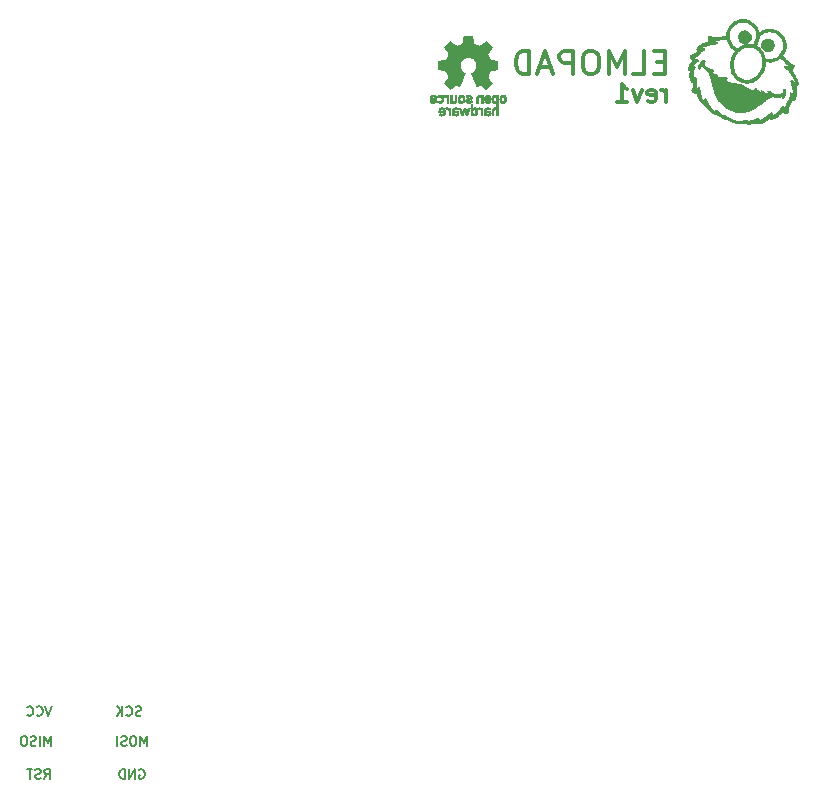
<source format=gbr>
%TF.GenerationSoftware,KiCad,Pcbnew,(5.1.6)-1*%
%TF.CreationDate,2020-06-15T22:18:44+02:00*%
%TF.ProjectId,numpad,6e756d70-6164-42e6-9b69-6361645f7063,rev?*%
%TF.SameCoordinates,Original*%
%TF.FileFunction,Legend,Bot*%
%TF.FilePolarity,Positive*%
%FSLAX46Y46*%
G04 Gerber Fmt 4.6, Leading zero omitted, Abs format (unit mm)*
G04 Created by KiCad (PCBNEW (5.1.6)-1) date 2020-06-15 22:18:44*
%MOMM*%
%LPD*%
G01*
G04 APERTURE LIST*
%ADD10C,0.300000*%
%ADD11C,0.200000*%
%ADD12C,0.010000*%
G04 APERTURE END LIST*
D10*
X140211714Y-82720571D02*
X140211714Y-81720571D01*
X140211714Y-82006285D02*
X140140285Y-81863428D01*
X140068857Y-81792000D01*
X139926000Y-81720571D01*
X139783142Y-81720571D01*
X138711714Y-82649142D02*
X138854571Y-82720571D01*
X139140285Y-82720571D01*
X139283142Y-82649142D01*
X139354571Y-82506285D01*
X139354571Y-81934857D01*
X139283142Y-81792000D01*
X139140285Y-81720571D01*
X138854571Y-81720571D01*
X138711714Y-81792000D01*
X138640285Y-81934857D01*
X138640285Y-82077714D01*
X139354571Y-82220571D01*
X138140285Y-81720571D02*
X137783142Y-82720571D01*
X137426000Y-81720571D01*
X136068857Y-82720571D02*
X136926000Y-82720571D01*
X136497428Y-82720571D02*
X136497428Y-81220571D01*
X136640285Y-81434857D01*
X136783142Y-81577714D01*
X136926000Y-81649142D01*
X140143714Y-79359142D02*
X139477047Y-79359142D01*
X139191333Y-80406761D02*
X140143714Y-80406761D01*
X140143714Y-78406761D01*
X139191333Y-78406761D01*
X137381809Y-80406761D02*
X138334190Y-80406761D01*
X138334190Y-78406761D01*
X136715142Y-80406761D02*
X136715142Y-78406761D01*
X136048476Y-79835333D01*
X135381809Y-78406761D01*
X135381809Y-80406761D01*
X134048476Y-78406761D02*
X133667523Y-78406761D01*
X133477047Y-78502000D01*
X133286571Y-78692476D01*
X133191333Y-79073428D01*
X133191333Y-79740095D01*
X133286571Y-80121047D01*
X133477047Y-80311523D01*
X133667523Y-80406761D01*
X134048476Y-80406761D01*
X134238952Y-80311523D01*
X134429428Y-80121047D01*
X134524666Y-79740095D01*
X134524666Y-79073428D01*
X134429428Y-78692476D01*
X134238952Y-78502000D01*
X134048476Y-78406761D01*
X132334190Y-80406761D02*
X132334190Y-78406761D01*
X131572285Y-78406761D01*
X131381809Y-78502000D01*
X131286571Y-78597238D01*
X131191333Y-78787714D01*
X131191333Y-79073428D01*
X131286571Y-79263904D01*
X131381809Y-79359142D01*
X131572285Y-79454380D01*
X132334190Y-79454380D01*
X130429428Y-79835333D02*
X129477047Y-79835333D01*
X130619904Y-80406761D02*
X129953238Y-78406761D01*
X129286571Y-80406761D01*
X128619904Y-80406761D02*
X128619904Y-78406761D01*
X128143714Y-78406761D01*
X127858000Y-78502000D01*
X127667523Y-78692476D01*
X127572285Y-78882952D01*
X127477047Y-79263904D01*
X127477047Y-79549619D01*
X127572285Y-79930571D01*
X127667523Y-80121047D01*
X127858000Y-80311523D01*
X128143714Y-80406761D01*
X128619904Y-80406761D01*
D11*
X95605523Y-139300000D02*
X95681714Y-139261904D01*
X95796000Y-139261904D01*
X95910285Y-139300000D01*
X95986476Y-139376190D01*
X96024571Y-139452380D01*
X96062666Y-139604761D01*
X96062666Y-139719047D01*
X96024571Y-139871428D01*
X95986476Y-139947619D01*
X95910285Y-140023809D01*
X95796000Y-140061904D01*
X95719809Y-140061904D01*
X95605523Y-140023809D01*
X95567428Y-139985714D01*
X95567428Y-139719047D01*
X95719809Y-139719047D01*
X95224571Y-140061904D02*
X95224571Y-139261904D01*
X94767428Y-140061904D01*
X94767428Y-139261904D01*
X94386476Y-140061904D02*
X94386476Y-139261904D01*
X94196000Y-139261904D01*
X94081714Y-139300000D01*
X94005523Y-139376190D01*
X93967428Y-139452380D01*
X93929333Y-139604761D01*
X93929333Y-139719047D01*
X93967428Y-139871428D01*
X94005523Y-139947619D01*
X94081714Y-140023809D01*
X94196000Y-140061904D01*
X94386476Y-140061904D01*
X87560095Y-140061904D02*
X87826761Y-139680952D01*
X88017238Y-140061904D02*
X88017238Y-139261904D01*
X87712476Y-139261904D01*
X87636285Y-139300000D01*
X87598190Y-139338095D01*
X87560095Y-139414285D01*
X87560095Y-139528571D01*
X87598190Y-139604761D01*
X87636285Y-139642857D01*
X87712476Y-139680952D01*
X88017238Y-139680952D01*
X87255333Y-140023809D02*
X87141047Y-140061904D01*
X86950571Y-140061904D01*
X86874380Y-140023809D01*
X86836285Y-139985714D01*
X86798190Y-139909523D01*
X86798190Y-139833333D01*
X86836285Y-139757142D01*
X86874380Y-139719047D01*
X86950571Y-139680952D01*
X87102952Y-139642857D01*
X87179142Y-139604761D01*
X87217238Y-139566666D01*
X87255333Y-139490476D01*
X87255333Y-139414285D01*
X87217238Y-139338095D01*
X87179142Y-139300000D01*
X87102952Y-139261904D01*
X86912476Y-139261904D01*
X86798190Y-139300000D01*
X86569619Y-139261904D02*
X86112476Y-139261904D01*
X86341047Y-140061904D02*
X86341047Y-139261904D01*
X96253142Y-137267904D02*
X96253142Y-136467904D01*
X95986476Y-137039333D01*
X95719809Y-136467904D01*
X95719809Y-137267904D01*
X95186476Y-136467904D02*
X95034095Y-136467904D01*
X94957904Y-136506000D01*
X94881714Y-136582190D01*
X94843619Y-136734571D01*
X94843619Y-137001238D01*
X94881714Y-137153619D01*
X94957904Y-137229809D01*
X95034095Y-137267904D01*
X95186476Y-137267904D01*
X95262666Y-137229809D01*
X95338857Y-137153619D01*
X95376952Y-137001238D01*
X95376952Y-136734571D01*
X95338857Y-136582190D01*
X95262666Y-136506000D01*
X95186476Y-136467904D01*
X94538857Y-137229809D02*
X94424571Y-137267904D01*
X94234095Y-137267904D01*
X94157904Y-137229809D01*
X94119809Y-137191714D01*
X94081714Y-137115523D01*
X94081714Y-137039333D01*
X94119809Y-136963142D01*
X94157904Y-136925047D01*
X94234095Y-136886952D01*
X94386476Y-136848857D01*
X94462666Y-136810761D01*
X94500761Y-136772666D01*
X94538857Y-136696476D01*
X94538857Y-136620285D01*
X94500761Y-136544095D01*
X94462666Y-136506000D01*
X94386476Y-136467904D01*
X94196000Y-136467904D01*
X94081714Y-136506000D01*
X93738857Y-137267904D02*
X93738857Y-136467904D01*
X88125142Y-137267904D02*
X88125142Y-136467904D01*
X87858476Y-137039333D01*
X87591809Y-136467904D01*
X87591809Y-137267904D01*
X87210857Y-137267904D02*
X87210857Y-136467904D01*
X86868000Y-137229809D02*
X86753714Y-137267904D01*
X86563238Y-137267904D01*
X86487047Y-137229809D01*
X86448952Y-137191714D01*
X86410857Y-137115523D01*
X86410857Y-137039333D01*
X86448952Y-136963142D01*
X86487047Y-136925047D01*
X86563238Y-136886952D01*
X86715619Y-136848857D01*
X86791809Y-136810761D01*
X86829904Y-136772666D01*
X86868000Y-136696476D01*
X86868000Y-136620285D01*
X86829904Y-136544095D01*
X86791809Y-136506000D01*
X86715619Y-136467904D01*
X86525142Y-136467904D01*
X86410857Y-136506000D01*
X85915619Y-136467904D02*
X85763238Y-136467904D01*
X85687047Y-136506000D01*
X85610857Y-136582190D01*
X85572761Y-136734571D01*
X85572761Y-137001238D01*
X85610857Y-137153619D01*
X85687047Y-137229809D01*
X85763238Y-137267904D01*
X85915619Y-137267904D01*
X85991809Y-137229809D01*
X86068000Y-137153619D01*
X86106095Y-137001238D01*
X86106095Y-136734571D01*
X86068000Y-136582190D01*
X85991809Y-136506000D01*
X85915619Y-136467904D01*
X95770571Y-134689809D02*
X95656285Y-134727904D01*
X95465809Y-134727904D01*
X95389619Y-134689809D01*
X95351523Y-134651714D01*
X95313428Y-134575523D01*
X95313428Y-134499333D01*
X95351523Y-134423142D01*
X95389619Y-134385047D01*
X95465809Y-134346952D01*
X95618190Y-134308857D01*
X95694380Y-134270761D01*
X95732476Y-134232666D01*
X95770571Y-134156476D01*
X95770571Y-134080285D01*
X95732476Y-134004095D01*
X95694380Y-133966000D01*
X95618190Y-133927904D01*
X95427714Y-133927904D01*
X95313428Y-133966000D01*
X94513428Y-134651714D02*
X94551523Y-134689809D01*
X94665809Y-134727904D01*
X94742000Y-134727904D01*
X94856285Y-134689809D01*
X94932476Y-134613619D01*
X94970571Y-134537428D01*
X95008666Y-134385047D01*
X95008666Y-134270761D01*
X94970571Y-134118380D01*
X94932476Y-134042190D01*
X94856285Y-133966000D01*
X94742000Y-133927904D01*
X94665809Y-133927904D01*
X94551523Y-133966000D01*
X94513428Y-134004095D01*
X94170571Y-134727904D02*
X94170571Y-133927904D01*
X93713428Y-134727904D02*
X94056285Y-134270761D01*
X93713428Y-133927904D02*
X94170571Y-134385047D01*
X88188666Y-133927904D02*
X87922000Y-134727904D01*
X87655333Y-133927904D01*
X86931523Y-134651714D02*
X86969619Y-134689809D01*
X87083904Y-134727904D01*
X87160095Y-134727904D01*
X87274380Y-134689809D01*
X87350571Y-134613619D01*
X87388666Y-134537428D01*
X87426761Y-134385047D01*
X87426761Y-134270761D01*
X87388666Y-134118380D01*
X87350571Y-134042190D01*
X87274380Y-133966000D01*
X87160095Y-133927904D01*
X87083904Y-133927904D01*
X86969619Y-133966000D01*
X86931523Y-134004095D01*
X86131523Y-134651714D02*
X86169619Y-134689809D01*
X86283904Y-134727904D01*
X86360095Y-134727904D01*
X86474380Y-134689809D01*
X86550571Y-134613619D01*
X86588666Y-134537428D01*
X86626761Y-134385047D01*
X86626761Y-134270761D01*
X86588666Y-134118380D01*
X86550571Y-134042190D01*
X86474380Y-133966000D01*
X86360095Y-133927904D01*
X86283904Y-133927904D01*
X86169619Y-133966000D01*
X86131523Y-134004095D01*
D12*
%TO.C,G\u002A\u002A\u002A*%
G36*
X146747388Y-76713440D02*
G01*
X146657974Y-76741995D01*
X146629249Y-76754879D01*
X146515301Y-76826742D01*
X146424334Y-76923419D01*
X146356641Y-77044579D01*
X146344563Y-77075413D01*
X146321827Y-77140904D01*
X146310285Y-77188145D01*
X146308494Y-77230306D01*
X146315010Y-77280558D01*
X146319414Y-77304784D01*
X146359798Y-77443988D01*
X146423952Y-77560511D01*
X146510809Y-77653008D01*
X146619303Y-77720139D01*
X146663232Y-77737760D01*
X146757914Y-77761821D01*
X146860843Y-77773030D01*
X146959123Y-77770821D01*
X147039860Y-77754626D01*
X147040600Y-77754369D01*
X147116317Y-77716406D01*
X147195252Y-77658003D01*
X147267718Y-77588057D01*
X147324029Y-77515464D01*
X147346387Y-77473494D01*
X147366903Y-77402278D01*
X147379921Y-77312607D01*
X147384513Y-77218452D01*
X147379749Y-77133782D01*
X147371736Y-77092339D01*
X147328839Y-76994231D01*
X147260228Y-76901235D01*
X147173320Y-76819970D01*
X147075534Y-76757055D01*
X146974288Y-76719108D01*
X146947759Y-76714065D01*
X146839489Y-76704706D01*
X146747388Y-76713440D01*
G37*
X146747388Y-76713440D02*
X146657974Y-76741995D01*
X146629249Y-76754879D01*
X146515301Y-76826742D01*
X146424334Y-76923419D01*
X146356641Y-77044579D01*
X146344563Y-77075413D01*
X146321827Y-77140904D01*
X146310285Y-77188145D01*
X146308494Y-77230306D01*
X146315010Y-77280558D01*
X146319414Y-77304784D01*
X146359798Y-77443988D01*
X146423952Y-77560511D01*
X146510809Y-77653008D01*
X146619303Y-77720139D01*
X146663232Y-77737760D01*
X146757914Y-77761821D01*
X146860843Y-77773030D01*
X146959123Y-77770821D01*
X147039860Y-77754626D01*
X147040600Y-77754369D01*
X147116317Y-77716406D01*
X147195252Y-77658003D01*
X147267718Y-77588057D01*
X147324029Y-77515464D01*
X147346387Y-77473494D01*
X147366903Y-77402278D01*
X147379921Y-77312607D01*
X147384513Y-77218452D01*
X147379749Y-77133782D01*
X147371736Y-77092339D01*
X147328839Y-76994231D01*
X147260228Y-76901235D01*
X147173320Y-76819970D01*
X147075534Y-76757055D01*
X146974288Y-76719108D01*
X146947759Y-76714065D01*
X146839489Y-76704706D01*
X146747388Y-76713440D01*
G36*
X148734123Y-77395094D02*
G01*
X148624597Y-77422756D01*
X148517718Y-77474448D01*
X148428826Y-77540960D01*
X148357723Y-77621935D01*
X148305724Y-77719727D01*
X148269997Y-77840371D01*
X148258447Y-77903897D01*
X148258874Y-78006840D01*
X148288399Y-78112191D01*
X148343254Y-78214193D01*
X148419672Y-78307086D01*
X148513883Y-78385111D01*
X148606716Y-78436127D01*
X148655626Y-78449112D01*
X148725404Y-78457873D01*
X148804458Y-78462041D01*
X148881197Y-78461248D01*
X148944029Y-78455123D01*
X148972778Y-78447773D01*
X149011329Y-78428644D01*
X149061293Y-78399019D01*
X149114725Y-78364291D01*
X149163675Y-78329853D01*
X149200197Y-78301101D01*
X149216343Y-78283426D01*
X149216534Y-78282348D01*
X149225278Y-78262404D01*
X149247363Y-78225665D01*
X149259887Y-78206707D01*
X149308714Y-78104704D01*
X149329520Y-77984289D01*
X149322181Y-77846255D01*
X149319283Y-77827828D01*
X149303118Y-77750100D01*
X149280790Y-77688856D01*
X149246447Y-77633573D01*
X149194235Y-77573727D01*
X149157267Y-77536511D01*
X149066994Y-77469724D01*
X148952626Y-77420739D01*
X148837464Y-77394626D01*
X148734123Y-77395094D01*
G37*
X148734123Y-77395094D02*
X148624597Y-77422756D01*
X148517718Y-77474448D01*
X148428826Y-77540960D01*
X148357723Y-77621935D01*
X148305724Y-77719727D01*
X148269997Y-77840371D01*
X148258447Y-77903897D01*
X148258874Y-78006840D01*
X148288399Y-78112191D01*
X148343254Y-78214193D01*
X148419672Y-78307086D01*
X148513883Y-78385111D01*
X148606716Y-78436127D01*
X148655626Y-78449112D01*
X148725404Y-78457873D01*
X148804458Y-78462041D01*
X148881197Y-78461248D01*
X148944029Y-78455123D01*
X148972778Y-78447773D01*
X149011329Y-78428644D01*
X149061293Y-78399019D01*
X149114725Y-78364291D01*
X149163675Y-78329853D01*
X149200197Y-78301101D01*
X149216343Y-78283426D01*
X149216534Y-78282348D01*
X149225278Y-78262404D01*
X149247363Y-78225665D01*
X149259887Y-78206707D01*
X149308714Y-78104704D01*
X149329520Y-77984289D01*
X149322181Y-77846255D01*
X149319283Y-77827828D01*
X149303118Y-77750100D01*
X149280790Y-77688856D01*
X149246447Y-77633573D01*
X149194235Y-77573727D01*
X149157267Y-77536511D01*
X149066994Y-77469724D01*
X148952626Y-77420739D01*
X148837464Y-77394626D01*
X148734123Y-77395094D01*
G36*
X143285502Y-79212568D02*
G01*
X143220624Y-79252471D01*
X143159308Y-79320090D01*
X143063174Y-79458546D01*
X142994833Y-79581991D01*
X142953159Y-79693032D01*
X142937023Y-79794282D01*
X142937525Y-79833537D01*
X142949971Y-79900075D01*
X142974507Y-79936175D01*
X143007918Y-79941610D01*
X143046986Y-79916151D01*
X143088493Y-79859571D01*
X143096638Y-79844816D01*
X143129308Y-79787492D01*
X143164446Y-79732093D01*
X143171967Y-79721244D01*
X143210757Y-79666767D01*
X143246055Y-79715617D01*
X143329399Y-79817391D01*
X143430544Y-79914485D01*
X143531666Y-79995589D01*
X143589179Y-80038018D01*
X143636661Y-80071502D01*
X143667633Y-80091556D01*
X143675599Y-80095275D01*
X143707032Y-80110877D01*
X143745159Y-80149308D01*
X143784169Y-80201924D01*
X143818252Y-80260079D01*
X143841601Y-80315129D01*
X143848667Y-80352817D01*
X143859147Y-80385553D01*
X143864016Y-80391846D01*
X143876465Y-80416667D01*
X143895306Y-80469295D01*
X143919120Y-80544583D01*
X143946487Y-80637386D01*
X143975987Y-80742557D01*
X144006201Y-80854949D01*
X144035710Y-80969416D01*
X144063094Y-81080812D01*
X144086933Y-81183991D01*
X144101981Y-81254600D01*
X144115146Y-81313270D01*
X144128050Y-81360744D01*
X144135876Y-81382155D01*
X144148367Y-81416187D01*
X144160640Y-81463533D01*
X144161333Y-81466822D01*
X144177472Y-81536923D01*
X144198592Y-81618165D01*
X144221725Y-81700132D01*
X144243904Y-81772409D01*
X144262164Y-81824578D01*
X144265608Y-81832892D01*
X144281884Y-81879300D01*
X144288926Y-81917567D01*
X144288934Y-81918405D01*
X144296196Y-81953839D01*
X144303822Y-81966646D01*
X144317934Y-81992103D01*
X144334836Y-82035812D01*
X144339575Y-82050466D01*
X144368852Y-82128961D01*
X144412989Y-82226736D01*
X144467459Y-82335302D01*
X144527736Y-82446170D01*
X144589294Y-82550849D01*
X144647607Y-82640852D01*
X144673607Y-82676999D01*
X144830577Y-82866569D01*
X144997870Y-83030369D01*
X145180152Y-83171714D01*
X145382084Y-83293917D01*
X145608330Y-83400291D01*
X145787534Y-83468461D01*
X145963259Y-83523001D01*
X146141976Y-83565838D01*
X146316713Y-83595933D01*
X146480500Y-83612249D01*
X146626369Y-83613747D01*
X146710400Y-83605973D01*
X146747827Y-83600534D01*
X146806576Y-83592052D01*
X146874449Y-83582289D01*
X146879734Y-83581531D01*
X146987358Y-83561568D01*
X147105695Y-83532268D01*
X147221680Y-83497350D01*
X147322251Y-83460536D01*
X147355226Y-83446117D01*
X147511768Y-83370716D01*
X147642364Y-83302818D01*
X147701001Y-83269809D01*
X147758972Y-83233629D01*
X147837841Y-83181049D01*
X147931673Y-83116334D01*
X148034533Y-83043746D01*
X148140485Y-82967548D01*
X148243595Y-82892004D01*
X148337927Y-82821378D01*
X148417547Y-82759932D01*
X148470339Y-82717168D01*
X148510338Y-82684791D01*
X148564474Y-82642686D01*
X148626839Y-82595242D01*
X148691523Y-82546847D01*
X148752618Y-82501888D01*
X148804214Y-82464755D01*
X148840403Y-82439835D01*
X148855056Y-82431466D01*
X148874610Y-82422228D01*
X148909086Y-82399329D01*
X148918602Y-82392361D01*
X148961399Y-82364041D01*
X149020947Y-82329034D01*
X149077318Y-82298614D01*
X149183636Y-82243973D01*
X149305918Y-82289477D01*
X149381217Y-82314345D01*
X149459416Y-82335194D01*
X149521334Y-82347146D01*
X149636859Y-82350044D01*
X149762784Y-82333084D01*
X149884354Y-82299082D01*
X149967838Y-82261899D01*
X150066054Y-82207997D01*
X150054628Y-82299453D01*
X150049811Y-82356942D01*
X150054359Y-82391436D01*
X150069666Y-82412856D01*
X150070711Y-82413740D01*
X150108373Y-82426080D01*
X150151232Y-82407867D01*
X150196875Y-82361547D01*
X150242892Y-82289568D01*
X150286862Y-82194399D01*
X150304996Y-82126033D01*
X150315147Y-82039642D01*
X150317320Y-81946413D01*
X150311519Y-81857531D01*
X150297748Y-81784183D01*
X150286687Y-81754329D01*
X150246615Y-81698805D01*
X150195793Y-81666185D01*
X150142065Y-81660581D01*
X150120548Y-81667259D01*
X150098495Y-81681193D01*
X150085976Y-81702746D01*
X150082110Y-81738611D01*
X150086017Y-81795478D01*
X150094639Y-81864199D01*
X150099937Y-81916026D01*
X150095552Y-81946631D01*
X150078227Y-81968044D01*
X150063522Y-81979186D01*
X149987721Y-82024696D01*
X149897615Y-82066568D01*
X149809185Y-82097850D01*
X149767624Y-82107917D01*
X149701584Y-82114088D01*
X149622808Y-82112593D01*
X149543610Y-82104566D01*
X149476307Y-82091138D01*
X149440324Y-82077823D01*
X149396550Y-82062371D01*
X149370092Y-82058933D01*
X149328522Y-82050031D01*
X149266085Y-82025689D01*
X149189956Y-81989452D01*
X149107314Y-81944863D01*
X149025336Y-81895467D01*
X148984689Y-81868603D01*
X148926112Y-81831390D01*
X148875019Y-81804201D01*
X148839737Y-81791278D01*
X148832289Y-81790974D01*
X148802654Y-81809660D01*
X148797376Y-81846555D01*
X148815891Y-81896939D01*
X148851171Y-81948390D01*
X148884201Y-81990085D01*
X148906199Y-82020507D01*
X148911734Y-82030804D01*
X148897195Y-82041997D01*
X148863100Y-82049963D01*
X148823726Y-82052901D01*
X148793354Y-82049014D01*
X148788274Y-82046357D01*
X148762608Y-82033018D01*
X148715248Y-82013179D01*
X148658127Y-81991750D01*
X148592252Y-81963097D01*
X148513808Y-81921337D01*
X148436946Y-81874171D01*
X148416456Y-81860220D01*
X148339862Y-81810033D01*
X148285772Y-81783279D01*
X148252424Y-81779765D01*
X148238056Y-81799301D01*
X148240787Y-81841100D01*
X148259660Y-81887438D01*
X148293117Y-81935831D01*
X148301924Y-81945455D01*
X148331441Y-81978351D01*
X148346006Y-82000056D01*
X148346134Y-82003644D01*
X148327647Y-82001440D01*
X148290591Y-81986756D01*
X148245309Y-81964750D01*
X148202144Y-81940579D01*
X148171438Y-81919402D01*
X148165456Y-81913540D01*
X148141027Y-81893062D01*
X148130217Y-81889599D01*
X148111173Y-81879130D01*
X148073317Y-81851212D01*
X148022984Y-81811079D01*
X147966511Y-81763966D01*
X147910232Y-81715105D01*
X147860485Y-81669732D01*
X147839398Y-81649351D01*
X147803239Y-81616085D01*
X147775958Y-81604001D01*
X147743413Y-81609445D01*
X147719036Y-81618247D01*
X147686133Y-81640129D01*
X147675729Y-81678653D01*
X147675600Y-81685980D01*
X147675600Y-81737199D01*
X147560625Y-81737199D01*
X147430255Y-81726923D01*
X147302167Y-81698255D01*
X147190243Y-81654437D01*
X147177546Y-81647765D01*
X147123835Y-81616137D01*
X147051270Y-81570218D01*
X146968333Y-81515707D01*
X146883505Y-81458303D01*
X146805270Y-81403705D01*
X146742110Y-81357614D01*
X146718867Y-81339567D01*
X146630774Y-81285412D01*
X146518184Y-81241973D01*
X146389413Y-81211573D01*
X146252772Y-81196537D01*
X146202800Y-81195333D01*
X146107323Y-81192230D01*
X146004324Y-81183668D01*
X145900427Y-81170769D01*
X145802260Y-81154654D01*
X145716448Y-81136447D01*
X145649617Y-81117267D01*
X145608392Y-81098237D01*
X145603021Y-81093793D01*
X145572805Y-81079333D01*
X145552948Y-81076800D01*
X145516983Y-81068765D01*
X145460873Y-81047351D01*
X145393518Y-81016593D01*
X145323819Y-80980526D01*
X145266834Y-80947106D01*
X145224154Y-80915352D01*
X145204216Y-80890054D01*
X145209632Y-80875505D01*
X145222064Y-80873600D01*
X145252217Y-80862023D01*
X145292223Y-80833300D01*
X145332198Y-80796443D01*
X145362259Y-80760464D01*
X145372667Y-80736291D01*
X145367251Y-80714877D01*
X145348669Y-80698123D01*
X145313422Y-80685425D01*
X145258011Y-80676181D01*
X145178938Y-80669787D01*
X145072701Y-80665639D01*
X144949334Y-80663307D01*
X144826196Y-80661116D01*
X144730987Y-80657865D01*
X144657775Y-80653051D01*
X144600627Y-80646167D01*
X144553611Y-80636709D01*
X144518270Y-80626620D01*
X144465235Y-80608955D01*
X144441190Y-80598147D01*
X144442663Y-80591398D01*
X144466183Y-80585913D01*
X144467470Y-80585691D01*
X144505520Y-80571911D01*
X144521245Y-80541266D01*
X144522991Y-80529595D01*
X144523128Y-80493428D01*
X144510506Y-80465279D01*
X144479929Y-80440690D01*
X144426203Y-80415205D01*
X144360627Y-80390294D01*
X144272337Y-80356668D01*
X144207311Y-80326975D01*
X144156161Y-80296155D01*
X144109499Y-80259146D01*
X144097677Y-80248555D01*
X144050354Y-80205413D01*
X144106144Y-80186735D01*
X144148784Y-80164327D01*
X144166269Y-80130087D01*
X144167211Y-80123733D01*
X144162313Y-80065520D01*
X144129782Y-80022909D01*
X144074552Y-79994738D01*
X143898457Y-79925006D01*
X143741754Y-79848775D01*
X143608310Y-79768308D01*
X143501990Y-79685865D01*
X143443721Y-79625729D01*
X143398109Y-79562223D01*
X143379718Y-79512150D01*
X143387446Y-79470372D01*
X143405202Y-79446029D01*
X143439613Y-79397542D01*
X143465807Y-79340058D01*
X143476134Y-79290612D01*
X143462866Y-79267914D01*
X143429814Y-79239567D01*
X143417688Y-79231574D01*
X143350811Y-79205732D01*
X143285502Y-79212568D01*
G37*
X143285502Y-79212568D02*
X143220624Y-79252471D01*
X143159308Y-79320090D01*
X143063174Y-79458546D01*
X142994833Y-79581991D01*
X142953159Y-79693032D01*
X142937023Y-79794282D01*
X142937525Y-79833537D01*
X142949971Y-79900075D01*
X142974507Y-79936175D01*
X143007918Y-79941610D01*
X143046986Y-79916151D01*
X143088493Y-79859571D01*
X143096638Y-79844816D01*
X143129308Y-79787492D01*
X143164446Y-79732093D01*
X143171967Y-79721244D01*
X143210757Y-79666767D01*
X143246055Y-79715617D01*
X143329399Y-79817391D01*
X143430544Y-79914485D01*
X143531666Y-79995589D01*
X143589179Y-80038018D01*
X143636661Y-80071502D01*
X143667633Y-80091556D01*
X143675599Y-80095275D01*
X143707032Y-80110877D01*
X143745159Y-80149308D01*
X143784169Y-80201924D01*
X143818252Y-80260079D01*
X143841601Y-80315129D01*
X143848667Y-80352817D01*
X143859147Y-80385553D01*
X143864016Y-80391846D01*
X143876465Y-80416667D01*
X143895306Y-80469295D01*
X143919120Y-80544583D01*
X143946487Y-80637386D01*
X143975987Y-80742557D01*
X144006201Y-80854949D01*
X144035710Y-80969416D01*
X144063094Y-81080812D01*
X144086933Y-81183991D01*
X144101981Y-81254600D01*
X144115146Y-81313270D01*
X144128050Y-81360744D01*
X144135876Y-81382155D01*
X144148367Y-81416187D01*
X144160640Y-81463533D01*
X144161333Y-81466822D01*
X144177472Y-81536923D01*
X144198592Y-81618165D01*
X144221725Y-81700132D01*
X144243904Y-81772409D01*
X144262164Y-81824578D01*
X144265608Y-81832892D01*
X144281884Y-81879300D01*
X144288926Y-81917567D01*
X144288934Y-81918405D01*
X144296196Y-81953839D01*
X144303822Y-81966646D01*
X144317934Y-81992103D01*
X144334836Y-82035812D01*
X144339575Y-82050466D01*
X144368852Y-82128961D01*
X144412989Y-82226736D01*
X144467459Y-82335302D01*
X144527736Y-82446170D01*
X144589294Y-82550849D01*
X144647607Y-82640852D01*
X144673607Y-82676999D01*
X144830577Y-82866569D01*
X144997870Y-83030369D01*
X145180152Y-83171714D01*
X145382084Y-83293917D01*
X145608330Y-83400291D01*
X145787534Y-83468461D01*
X145963259Y-83523001D01*
X146141976Y-83565838D01*
X146316713Y-83595933D01*
X146480500Y-83612249D01*
X146626369Y-83613747D01*
X146710400Y-83605973D01*
X146747827Y-83600534D01*
X146806576Y-83592052D01*
X146874449Y-83582289D01*
X146879734Y-83581531D01*
X146987358Y-83561568D01*
X147105695Y-83532268D01*
X147221680Y-83497350D01*
X147322251Y-83460536D01*
X147355226Y-83446117D01*
X147511768Y-83370716D01*
X147642364Y-83302818D01*
X147701001Y-83269809D01*
X147758972Y-83233629D01*
X147837841Y-83181049D01*
X147931673Y-83116334D01*
X148034533Y-83043746D01*
X148140485Y-82967548D01*
X148243595Y-82892004D01*
X148337927Y-82821378D01*
X148417547Y-82759932D01*
X148470339Y-82717168D01*
X148510338Y-82684791D01*
X148564474Y-82642686D01*
X148626839Y-82595242D01*
X148691523Y-82546847D01*
X148752618Y-82501888D01*
X148804214Y-82464755D01*
X148840403Y-82439835D01*
X148855056Y-82431466D01*
X148874610Y-82422228D01*
X148909086Y-82399329D01*
X148918602Y-82392361D01*
X148961399Y-82364041D01*
X149020947Y-82329034D01*
X149077318Y-82298614D01*
X149183636Y-82243973D01*
X149305918Y-82289477D01*
X149381217Y-82314345D01*
X149459416Y-82335194D01*
X149521334Y-82347146D01*
X149636859Y-82350044D01*
X149762784Y-82333084D01*
X149884354Y-82299082D01*
X149967838Y-82261899D01*
X150066054Y-82207997D01*
X150054628Y-82299453D01*
X150049811Y-82356942D01*
X150054359Y-82391436D01*
X150069666Y-82412856D01*
X150070711Y-82413740D01*
X150108373Y-82426080D01*
X150151232Y-82407867D01*
X150196875Y-82361547D01*
X150242892Y-82289568D01*
X150286862Y-82194399D01*
X150304996Y-82126033D01*
X150315147Y-82039642D01*
X150317320Y-81946413D01*
X150311519Y-81857531D01*
X150297748Y-81784183D01*
X150286687Y-81754329D01*
X150246615Y-81698805D01*
X150195793Y-81666185D01*
X150142065Y-81660581D01*
X150120548Y-81667259D01*
X150098495Y-81681193D01*
X150085976Y-81702746D01*
X150082110Y-81738611D01*
X150086017Y-81795478D01*
X150094639Y-81864199D01*
X150099937Y-81916026D01*
X150095552Y-81946631D01*
X150078227Y-81968044D01*
X150063522Y-81979186D01*
X149987721Y-82024696D01*
X149897615Y-82066568D01*
X149809185Y-82097850D01*
X149767624Y-82107917D01*
X149701584Y-82114088D01*
X149622808Y-82112593D01*
X149543610Y-82104566D01*
X149476307Y-82091138D01*
X149440324Y-82077823D01*
X149396550Y-82062371D01*
X149370092Y-82058933D01*
X149328522Y-82050031D01*
X149266085Y-82025689D01*
X149189956Y-81989452D01*
X149107314Y-81944863D01*
X149025336Y-81895467D01*
X148984689Y-81868603D01*
X148926112Y-81831390D01*
X148875019Y-81804201D01*
X148839737Y-81791278D01*
X148832289Y-81790974D01*
X148802654Y-81809660D01*
X148797376Y-81846555D01*
X148815891Y-81896939D01*
X148851171Y-81948390D01*
X148884201Y-81990085D01*
X148906199Y-82020507D01*
X148911734Y-82030804D01*
X148897195Y-82041997D01*
X148863100Y-82049963D01*
X148823726Y-82052901D01*
X148793354Y-82049014D01*
X148788274Y-82046357D01*
X148762608Y-82033018D01*
X148715248Y-82013179D01*
X148658127Y-81991750D01*
X148592252Y-81963097D01*
X148513808Y-81921337D01*
X148436946Y-81874171D01*
X148416456Y-81860220D01*
X148339862Y-81810033D01*
X148285772Y-81783279D01*
X148252424Y-81779765D01*
X148238056Y-81799301D01*
X148240787Y-81841100D01*
X148259660Y-81887438D01*
X148293117Y-81935831D01*
X148301924Y-81945455D01*
X148331441Y-81978351D01*
X148346006Y-82000056D01*
X148346134Y-82003644D01*
X148327647Y-82001440D01*
X148290591Y-81986756D01*
X148245309Y-81964750D01*
X148202144Y-81940579D01*
X148171438Y-81919402D01*
X148165456Y-81913540D01*
X148141027Y-81893062D01*
X148130217Y-81889599D01*
X148111173Y-81879130D01*
X148073317Y-81851212D01*
X148022984Y-81811079D01*
X147966511Y-81763966D01*
X147910232Y-81715105D01*
X147860485Y-81669732D01*
X147839398Y-81649351D01*
X147803239Y-81616085D01*
X147775958Y-81604001D01*
X147743413Y-81609445D01*
X147719036Y-81618247D01*
X147686133Y-81640129D01*
X147675729Y-81678653D01*
X147675600Y-81685980D01*
X147675600Y-81737199D01*
X147560625Y-81737199D01*
X147430255Y-81726923D01*
X147302167Y-81698255D01*
X147190243Y-81654437D01*
X147177546Y-81647765D01*
X147123835Y-81616137D01*
X147051270Y-81570218D01*
X146968333Y-81515707D01*
X146883505Y-81458303D01*
X146805270Y-81403705D01*
X146742110Y-81357614D01*
X146718867Y-81339567D01*
X146630774Y-81285412D01*
X146518184Y-81241973D01*
X146389413Y-81211573D01*
X146252772Y-81196537D01*
X146202800Y-81195333D01*
X146107323Y-81192230D01*
X146004324Y-81183668D01*
X145900427Y-81170769D01*
X145802260Y-81154654D01*
X145716448Y-81136447D01*
X145649617Y-81117267D01*
X145608392Y-81098237D01*
X145603021Y-81093793D01*
X145572805Y-81079333D01*
X145552948Y-81076800D01*
X145516983Y-81068765D01*
X145460873Y-81047351D01*
X145393518Y-81016593D01*
X145323819Y-80980526D01*
X145266834Y-80947106D01*
X145224154Y-80915352D01*
X145204216Y-80890054D01*
X145209632Y-80875505D01*
X145222064Y-80873600D01*
X145252217Y-80862023D01*
X145292223Y-80833300D01*
X145332198Y-80796443D01*
X145362259Y-80760464D01*
X145372667Y-80736291D01*
X145367251Y-80714877D01*
X145348669Y-80698123D01*
X145313422Y-80685425D01*
X145258011Y-80676181D01*
X145178938Y-80669787D01*
X145072701Y-80665639D01*
X144949334Y-80663307D01*
X144826196Y-80661116D01*
X144730987Y-80657865D01*
X144657775Y-80653051D01*
X144600627Y-80646167D01*
X144553611Y-80636709D01*
X144518270Y-80626620D01*
X144465235Y-80608955D01*
X144441190Y-80598147D01*
X144442663Y-80591398D01*
X144466183Y-80585913D01*
X144467470Y-80585691D01*
X144505520Y-80571911D01*
X144521245Y-80541266D01*
X144522991Y-80529595D01*
X144523128Y-80493428D01*
X144510506Y-80465279D01*
X144479929Y-80440690D01*
X144426203Y-80415205D01*
X144360627Y-80390294D01*
X144272337Y-80356668D01*
X144207311Y-80326975D01*
X144156161Y-80296155D01*
X144109499Y-80259146D01*
X144097677Y-80248555D01*
X144050354Y-80205413D01*
X144106144Y-80186735D01*
X144148784Y-80164327D01*
X144166269Y-80130087D01*
X144167211Y-80123733D01*
X144162313Y-80065520D01*
X144129782Y-80022909D01*
X144074552Y-79994738D01*
X143898457Y-79925006D01*
X143741754Y-79848775D01*
X143608310Y-79768308D01*
X143501990Y-79685865D01*
X143443721Y-79625729D01*
X143398109Y-79562223D01*
X143379718Y-79512150D01*
X143387446Y-79470372D01*
X143405202Y-79446029D01*
X143439613Y-79397542D01*
X143465807Y-79340058D01*
X143476134Y-79290612D01*
X143462866Y-79267914D01*
X143429814Y-79239567D01*
X143417688Y-79231574D01*
X143350811Y-79205732D01*
X143285502Y-79212568D01*
G36*
X146462730Y-75766499D02*
G01*
X146345690Y-75792595D01*
X146341782Y-75793867D01*
X146272110Y-75818018D01*
X146204646Y-75843283D01*
X146160067Y-75861592D01*
X146106881Y-75883780D01*
X146059218Y-75901368D01*
X146050000Y-75904291D01*
X146015565Y-75918324D01*
X145974057Y-75943554D01*
X145919508Y-75984045D01*
X145850139Y-76040374D01*
X145804336Y-76077271D01*
X145763284Y-76108434D01*
X145751725Y-76116574D01*
X145722516Y-76142584D01*
X145680035Y-76187868D01*
X145631073Y-76244416D01*
X145582420Y-76304218D01*
X145540868Y-76359263D01*
X145520428Y-76389419D01*
X145434992Y-76550709D01*
X145368446Y-76728736D01*
X145324984Y-76910887D01*
X145311700Y-77017300D01*
X145306332Y-77087341D01*
X145299000Y-77132978D01*
X145283344Y-77160171D01*
X145253003Y-77174883D01*
X145201616Y-77183076D01*
X145127134Y-77190288D01*
X145038719Y-77200106D01*
X144936492Y-77213294D01*
X144830081Y-77228428D01*
X144729116Y-77244082D01*
X144643226Y-77258831D01*
X144585267Y-77270497D01*
X144450432Y-77286552D01*
X144300703Y-77277512D01*
X144159125Y-77248182D01*
X144087629Y-77228874D01*
X144020955Y-77211474D01*
X143972057Y-77199353D01*
X143967201Y-77198231D01*
X143916093Y-77185769D01*
X143873804Y-77174109D01*
X143872432Y-77173685D01*
X143839837Y-77174154D01*
X143802020Y-77198588D01*
X143783532Y-77216007D01*
X143747179Y-77260328D01*
X143730792Y-77307622D01*
X143727170Y-77348535D01*
X143726653Y-77451859D01*
X143734624Y-77528326D01*
X143752017Y-77584095D01*
X143766724Y-77609292D01*
X143787630Y-77640793D01*
X143795187Y-77656661D01*
X143794787Y-77657075D01*
X143777192Y-77661594D01*
X143734434Y-77673052D01*
X143674011Y-77689430D01*
X143637001Y-77699522D01*
X143554253Y-77722046D01*
X143469636Y-77744942D01*
X143398320Y-77764108D01*
X143383000Y-77768194D01*
X143324722Y-77785900D01*
X143277587Y-77804144D01*
X143256000Y-77816091D01*
X143223281Y-77836060D01*
X143177018Y-77857183D01*
X143171334Y-77859384D01*
X143091734Y-77899097D01*
X143012533Y-77955386D01*
X142938493Y-78022773D01*
X142874373Y-78095779D01*
X142824936Y-78168924D01*
X142794942Y-78236729D01*
X142789152Y-78293715D01*
X142790005Y-78298236D01*
X142805794Y-78341204D01*
X142825289Y-78368370D01*
X142845949Y-78392284D01*
X142849601Y-78402809D01*
X142838158Y-78419757D01*
X142807184Y-78454579D01*
X142761708Y-78501832D01*
X142718367Y-78544829D01*
X142656897Y-78603316D01*
X142609157Y-78643491D01*
X142565415Y-78671468D01*
X142515943Y-78693362D01*
X142451010Y-78715287D01*
X142443200Y-78717745D01*
X142364386Y-78745965D01*
X142301295Y-78775352D01*
X142262406Y-78801927D01*
X142261167Y-78803197D01*
X142230324Y-78858925D01*
X142224442Y-78928345D01*
X142244061Y-79001684D01*
X142249580Y-79013086D01*
X142282295Y-79067396D01*
X142326692Y-79129986D01*
X142374243Y-79189746D01*
X142416416Y-79235569D01*
X142429134Y-79246916D01*
X142445767Y-79261885D01*
X142450731Y-79276171D01*
X142440982Y-79295958D01*
X142413473Y-79327427D01*
X142365190Y-79376733D01*
X142269495Y-79486979D01*
X142188549Y-79607227D01*
X142126482Y-79729886D01*
X142087421Y-79847365D01*
X142077345Y-79906003D01*
X142078412Y-79985492D01*
X142102006Y-80041205D01*
X142149731Y-80075995D01*
X142178043Y-80085227D01*
X142219403Y-80098598D01*
X142234476Y-80114990D01*
X142232236Y-80136027D01*
X142204139Y-80239249D01*
X142186025Y-80321435D01*
X142176060Y-80393288D01*
X142172409Y-80465509D01*
X142172267Y-80485746D01*
X142180232Y-80600999D01*
X142202437Y-80709738D01*
X142236348Y-80801554D01*
X142258668Y-80840484D01*
X142281738Y-80879760D01*
X142310387Y-80935978D01*
X142330599Y-80979558D01*
X142358180Y-81035857D01*
X142385739Y-81068845D01*
X142424145Y-81086407D01*
X142484268Y-81096427D01*
X142493123Y-81097459D01*
X142514576Y-81102172D01*
X142527549Y-81115214D01*
X142534805Y-81144069D01*
X142539110Y-81196219D01*
X142540667Y-81226120D01*
X142538488Y-81322054D01*
X142524199Y-81414851D01*
X142500055Y-81494427D01*
X142468306Y-81550700D01*
X142468109Y-81550933D01*
X142433510Y-81600160D01*
X142400277Y-81661134D01*
X142373946Y-81722073D01*
X142360054Y-81771197D01*
X142359143Y-81782792D01*
X142375688Y-81841751D01*
X142419306Y-81894031D01*
X142483316Y-81935703D01*
X142561036Y-81962843D01*
X142645786Y-81971524D01*
X142676671Y-81969382D01*
X142729767Y-81962570D01*
X142770794Y-81956388D01*
X142781557Y-81954337D01*
X142798081Y-81962314D01*
X142812433Y-81997066D01*
X142824184Y-82050466D01*
X142835666Y-82109074D01*
X142846289Y-82156329D01*
X142852257Y-82177466D01*
X142863208Y-82209301D01*
X142878647Y-82256911D01*
X142882963Y-82270599D01*
X142923661Y-82376204D01*
X142981113Y-82493121D01*
X143048262Y-82608582D01*
X143118050Y-82709816D01*
X143142845Y-82740775D01*
X143194383Y-82795749D01*
X143256958Y-82853433D01*
X143322532Y-82907313D01*
X143383071Y-82950874D01*
X143430537Y-82977604D01*
X143438890Y-82980728D01*
X143466654Y-83000126D01*
X143503237Y-83039224D01*
X143533921Y-83079950D01*
X143613037Y-83183636D01*
X143709641Y-83290226D01*
X143819454Y-83396576D01*
X143938195Y-83499546D01*
X144061586Y-83595992D01*
X144185348Y-83682773D01*
X144305200Y-83756746D01*
X144416863Y-83814769D01*
X144516058Y-83853701D01*
X144598506Y-83870398D01*
X144611009Y-83870800D01*
X144655536Y-83882472D01*
X144697258Y-83910096D01*
X144779282Y-83980440D01*
X144872003Y-84044514D01*
X144968552Y-84098898D01*
X145062061Y-84140169D01*
X145145663Y-84164908D01*
X145212490Y-84169693D01*
X145217169Y-84169071D01*
X145268767Y-84167900D01*
X145322350Y-84182793D01*
X145385839Y-84216773D01*
X145442669Y-84255135D01*
X145487489Y-84285636D01*
X145521225Y-84305951D01*
X145533587Y-84311066D01*
X145553513Y-84319152D01*
X145593414Y-84340286D01*
X145641385Y-84367971D01*
X145721300Y-84408640D01*
X145825634Y-84451332D01*
X145945338Y-84492894D01*
X146071365Y-84530173D01*
X146189236Y-84558864D01*
X146292705Y-84573571D01*
X146413476Y-84579097D01*
X146539540Y-84575830D01*
X146658886Y-84564159D01*
X146759505Y-84544474D01*
X146775476Y-84539872D01*
X146828797Y-84524691D01*
X146865096Y-84520961D01*
X146899550Y-84529625D01*
X146944810Y-84550399D01*
X147024801Y-84576621D01*
X147127086Y-84591063D01*
X147242023Y-84593212D01*
X147359969Y-84582555D01*
X147404667Y-84574824D01*
X147484977Y-84557190D01*
X147572269Y-84535566D01*
X147620847Y-84522279D01*
X147679093Y-84506437D01*
X147713947Y-84500817D01*
X147734207Y-84505125D01*
X147747847Y-84518010D01*
X147796235Y-84553193D01*
X147868862Y-84571673D01*
X147961084Y-84574436D01*
X148068262Y-84562469D01*
X148185752Y-84536759D01*
X148308914Y-84498292D01*
X148433105Y-84448055D01*
X148553685Y-84387034D01*
X148652318Y-84325752D01*
X148696300Y-84297765D01*
X148729990Y-84280220D01*
X148740377Y-84277200D01*
X148764088Y-84264735D01*
X148771192Y-84256033D01*
X148794129Y-84229463D01*
X148830503Y-84196426D01*
X148872893Y-84162481D01*
X148913879Y-84133188D01*
X148946038Y-84114106D01*
X148961950Y-84110793D01*
X148962534Y-84112700D01*
X148978067Y-84151319D01*
X149021366Y-84178542D01*
X149087475Y-84191716D01*
X149111647Y-84192533D01*
X149196808Y-84182288D01*
X149298185Y-84154058D01*
X149406028Y-84111598D01*
X149510588Y-84058665D01*
X149589067Y-84008625D01*
X149626868Y-83977912D01*
X149677493Y-83931914D01*
X149736010Y-83875693D01*
X149797483Y-83814313D01*
X149856980Y-83752836D01*
X149909565Y-83696326D01*
X149950304Y-83649847D01*
X149974265Y-83618460D01*
X149978534Y-83608975D01*
X149988166Y-83600156D01*
X150019664Y-83605793D01*
X150076932Y-83626619D01*
X150080587Y-83628091D01*
X150189073Y-83660408D01*
X150314931Y-83678621D01*
X150322190Y-83679160D01*
X150395254Y-83683151D01*
X150446650Y-83679912D01*
X150480189Y-83664653D01*
X150499678Y-83632585D01*
X150508927Y-83578920D01*
X150511745Y-83498867D01*
X150511934Y-83440593D01*
X150512628Y-83355526D01*
X150515768Y-83294999D01*
X150522938Y-83249697D01*
X150535724Y-83210304D01*
X150555710Y-83167506D01*
X150559743Y-83159599D01*
X150590223Y-83099887D01*
X150618314Y-83044297D01*
X150632590Y-83015666D01*
X150654805Y-82972284D01*
X150672979Y-82939466D01*
X150697292Y-82895075D01*
X150726915Y-82835249D01*
X150756949Y-82770622D01*
X150782492Y-82711826D01*
X150798646Y-82669494D01*
X150800798Y-82662121D01*
X150817954Y-82621489D01*
X150835329Y-82599421D01*
X150855876Y-82571188D01*
X150859067Y-82557392D01*
X150870300Y-82528985D01*
X150899594Y-82525340D01*
X150930539Y-82540552D01*
X150985142Y-82563431D01*
X151040504Y-82562153D01*
X151084095Y-82537013D01*
X151084145Y-82536958D01*
X151101595Y-82508172D01*
X151125588Y-82456204D01*
X151152126Y-82390058D01*
X151164706Y-82355595D01*
X151187587Y-82287068D01*
X151203498Y-82227266D01*
X151214089Y-82166090D01*
X151221008Y-82093440D01*
X151225906Y-81999214D01*
X151226863Y-81974937D01*
X151229494Y-81843697D01*
X151225902Y-81734282D01*
X151215529Y-81635127D01*
X151208194Y-81589025D01*
X151196180Y-81517903D01*
X151186846Y-81458031D01*
X151181532Y-81418233D01*
X151180800Y-81408599D01*
X151195524Y-81389534D01*
X151232725Y-81369319D01*
X151252767Y-81362040D01*
X151320262Y-81324818D01*
X151363532Y-81265646D01*
X151380216Y-81188442D01*
X151378877Y-81153000D01*
X151364060Y-81082046D01*
X151124472Y-81082046D01*
X151123576Y-81088869D01*
X151097424Y-81092940D01*
X151057139Y-81073106D01*
X151008199Y-81033070D01*
X150956079Y-80976540D01*
X150954247Y-80974286D01*
X150901005Y-80914295D01*
X150859381Y-80882475D01*
X150825195Y-80877043D01*
X150794267Y-80896215D01*
X150787766Y-80903233D01*
X150758426Y-80955447D01*
X150750001Y-81022889D01*
X150762687Y-81108923D01*
X150796683Y-81216916D01*
X150807900Y-81246133D01*
X150871639Y-81419329D01*
X150917959Y-81574471D01*
X150949104Y-81721078D01*
X150967320Y-81868669D01*
X150972107Y-81942192D01*
X150975101Y-82028461D01*
X150975617Y-82106527D01*
X150973741Y-82167925D01*
X150969559Y-82204188D01*
X150969437Y-82204659D01*
X150956376Y-82253666D01*
X150933885Y-82202866D01*
X150917566Y-82156019D01*
X150910631Y-82117377D01*
X150898966Y-82086670D01*
X150869679Y-82043880D01*
X150841505Y-82011544D01*
X150789077Y-81962814D01*
X150749890Y-81941565D01*
X150722231Y-81949070D01*
X150704389Y-81986603D01*
X150694649Y-82055437D01*
X150691736Y-82122918D01*
X150682803Y-82233341D01*
X150659424Y-82347992D01*
X150620008Y-82471185D01*
X150562966Y-82607231D01*
X150486708Y-82760442D01*
X150396908Y-82922533D01*
X150335885Y-83032472D01*
X150291874Y-83122106D01*
X150262104Y-83198619D01*
X150243805Y-83269196D01*
X150234207Y-83341021D01*
X150233864Y-83345318D01*
X150224067Y-83471770D01*
X150193883Y-83425506D01*
X150174634Y-83383371D01*
X150171036Y-83332279D01*
X150174427Y-83298372D01*
X150176281Y-83218375D01*
X150160739Y-83153584D01*
X150130262Y-83109586D01*
X150087312Y-83091969D01*
X150083428Y-83091866D01*
X150054046Y-83096488D01*
X150026356Y-83114194D01*
X149993540Y-83150744D01*
X149959797Y-83196326D01*
X149836496Y-83360576D01*
X149713190Y-83507857D01*
X149593606Y-83634106D01*
X149481471Y-83735258D01*
X149428200Y-83775981D01*
X149369225Y-83815903D01*
X149309225Y-83853218D01*
X149256225Y-83883275D01*
X149218253Y-83901426D01*
X149206103Y-83904666D01*
X149204801Y-83889320D01*
X149206567Y-83849281D01*
X149210536Y-83798833D01*
X149214731Y-83739415D01*
X149211953Y-83702395D01*
X149199523Y-83676574D01*
X149175180Y-83651147D01*
X149130163Y-83609295D01*
X149050652Y-83651147D01*
X148995292Y-83686437D01*
X148932915Y-83735219D01*
X148887903Y-83776405D01*
X148823854Y-83837738D01*
X148750959Y-83903013D01*
X148675716Y-83966879D01*
X148604621Y-84023984D01*
X148544170Y-84068974D01*
X148500860Y-84096498D01*
X148497106Y-84098380D01*
X148449159Y-84125153D01*
X148396609Y-84159702D01*
X148387744Y-84166148D01*
X148348379Y-84192933D01*
X148319616Y-84208150D01*
X148314103Y-84209466D01*
X148289581Y-84216175D01*
X148250136Y-84232550D01*
X148245426Y-84234754D01*
X148196457Y-84254279D01*
X148134006Y-84274558D01*
X148105815Y-84282387D01*
X148019562Y-84304732D01*
X148042210Y-84261332D01*
X148061911Y-84212186D01*
X148058810Y-84172086D01*
X148037194Y-84131868D01*
X148011088Y-84102467D01*
X147978712Y-84097032D01*
X147957209Y-84100774D01*
X147907865Y-84117762D01*
X147853842Y-84144756D01*
X147845383Y-84149902D01*
X147796037Y-84177680D01*
X147750500Y-84198122D01*
X147743334Y-84200543D01*
X147701690Y-84215521D01*
X147647438Y-84237731D01*
X147627164Y-84246625D01*
X147582492Y-84261855D01*
X147513682Y-84279843D01*
X147430139Y-84298693D01*
X147341270Y-84316509D01*
X147256482Y-84331395D01*
X147185181Y-84341457D01*
X147139942Y-84344821D01*
X147105636Y-84330660D01*
X147094961Y-84311066D01*
X147075428Y-84283515D01*
X147056767Y-84277200D01*
X147030499Y-84279839D01*
X146980695Y-84286899D01*
X146915032Y-84297092D01*
X146841186Y-84309133D01*
X146766833Y-84321734D01*
X146699650Y-84333608D01*
X146647311Y-84343469D01*
X146617494Y-84350029D01*
X146613515Y-84351507D01*
X146594994Y-84353503D01*
X146549964Y-84353984D01*
X146485737Y-84353178D01*
X146409625Y-84351312D01*
X146328941Y-84348614D01*
X146250997Y-84345309D01*
X146183105Y-84341625D01*
X146132578Y-84337789D01*
X146117734Y-84336112D01*
X146030190Y-84316880D01*
X145923218Y-84282096D01*
X145805053Y-84235547D01*
X145683933Y-84181018D01*
X145568094Y-84122292D01*
X145465772Y-84063155D01*
X145385205Y-84007393D01*
X145364201Y-83989847D01*
X145309559Y-83947592D01*
X145248231Y-83909863D01*
X145190736Y-83882379D01*
X145147592Y-83870860D01*
X145145245Y-83870800D01*
X145107074Y-83880994D01*
X145088049Y-83898260D01*
X145076329Y-83911048D01*
X145057453Y-83910271D01*
X145024177Y-83893808D01*
X144980518Y-83866763D01*
X144932467Y-83831464D01*
X144869286Y-83778618D01*
X144799093Y-83715304D01*
X144730007Y-83648599D01*
X144728344Y-83646928D01*
X144625674Y-83547743D01*
X144539921Y-83473501D01*
X144471935Y-83424835D01*
X144422565Y-83402375D01*
X144399420Y-83402629D01*
X144380583Y-83425518D01*
X144374050Y-83465108D01*
X144380516Y-83506288D01*
X144393638Y-83528464D01*
X144406096Y-83550486D01*
X144403954Y-83558223D01*
X144383482Y-83556362D01*
X144343566Y-83535639D01*
X144289742Y-83500060D01*
X144227548Y-83453630D01*
X144162521Y-83400355D01*
X144100198Y-83344239D01*
X144077318Y-83321947D01*
X144018488Y-83261273D01*
X143960562Y-83198377D01*
X143908250Y-83138749D01*
X143866263Y-83087881D01*
X143839311Y-83051263D01*
X143831734Y-83035685D01*
X143823024Y-83018385D01*
X143800446Y-82981878D01*
X143775896Y-82944561D01*
X143735289Y-82870721D01*
X143695959Y-82775598D01*
X143662422Y-82671622D01*
X143639191Y-82571221D01*
X143638194Y-82565408D01*
X143618892Y-82511551D01*
X143586335Y-82465478D01*
X143585180Y-82464374D01*
X143549827Y-82439779D01*
X143518529Y-82440307D01*
X143487224Y-82468257D01*
X143451850Y-82525928D01*
X143441745Y-82545559D01*
X143398889Y-82630835D01*
X143357078Y-82594270D01*
X143274676Y-82503269D01*
X143205655Y-82385538D01*
X143149558Y-82239849D01*
X143105933Y-82064977D01*
X143074325Y-81859693D01*
X143069822Y-81818896D01*
X143059493Y-81735819D01*
X143047082Y-81659930D01*
X143034313Y-81600755D01*
X143025113Y-81572100D01*
X142992577Y-81528173D01*
X142949792Y-81515862D01*
X142898539Y-81535122D01*
X142849603Y-81576330D01*
X142801680Y-81621527D01*
X142750791Y-81662849D01*
X142704047Y-81695307D01*
X142668557Y-81713910D01*
X142652267Y-81714843D01*
X142652782Y-81694833D01*
X142667513Y-81665167D01*
X142686627Y-81629900D01*
X142712279Y-81574750D01*
X142738997Y-81511499D01*
X142739616Y-81509953D01*
X142756468Y-81466722D01*
X142768477Y-81429966D01*
X142776268Y-81393019D01*
X142780464Y-81349213D01*
X142781686Y-81291881D01*
X142780560Y-81214355D01*
X142777706Y-81109968D01*
X142777536Y-81104148D01*
X142771340Y-80960680D01*
X142761448Y-80847895D01*
X142746861Y-80762719D01*
X142726583Y-80702075D01*
X142699618Y-80662888D01*
X142664968Y-80642083D01*
X142625979Y-80636533D01*
X142589630Y-80642886D01*
X142565483Y-80668019D01*
X142552176Y-80695800D01*
X142532719Y-80734039D01*
X142515695Y-80754160D01*
X142512765Y-80755066D01*
X142502911Y-80739455D01*
X142491994Y-80697766D01*
X142481160Y-80637714D01*
X142471558Y-80567017D01*
X142464336Y-80493391D01*
X142460641Y-80424551D01*
X142460394Y-80403008D01*
X142469483Y-80298134D01*
X142494260Y-80176937D01*
X142531734Y-80051343D01*
X142577255Y-79936883D01*
X142610071Y-79859535D01*
X142625650Y-79805597D01*
X142624524Y-79769650D01*
X142607228Y-79746275D01*
X142596714Y-79739662D01*
X142567071Y-79726691D01*
X142541381Y-79726580D01*
X142511964Y-79742652D01*
X142471140Y-79778231D01*
X142441571Y-79806800D01*
X142384136Y-79858175D01*
X142341170Y-79886404D01*
X142315010Y-79890315D01*
X142307734Y-79873847D01*
X142319840Y-79841708D01*
X142353179Y-79792283D01*
X142403276Y-79730337D01*
X142465660Y-79660635D01*
X142535857Y-79587941D01*
X142609397Y-79517022D01*
X142681805Y-79452641D01*
X142748610Y-79399564D01*
X142761776Y-79390113D01*
X142842002Y-79330639D01*
X142895253Y-79283004D01*
X142924796Y-79243801D01*
X142933891Y-79210495D01*
X142925166Y-79183598D01*
X142895254Y-79163961D01*
X142839761Y-79149736D01*
X142766983Y-79140298D01*
X142675425Y-79122728D01*
X142598607Y-79091611D01*
X142544096Y-79050498D01*
X142527974Y-79028066D01*
X142522687Y-79007364D01*
X142536534Y-78989339D01*
X142575261Y-78967576D01*
X142587271Y-78961847D01*
X142633880Y-78941145D01*
X142667713Y-78928315D01*
X142676634Y-78926266D01*
X142707244Y-78915539D01*
X142754005Y-78887454D01*
X142808687Y-78848157D01*
X142863057Y-78803795D01*
X142908884Y-78760514D01*
X142928241Y-78738409D01*
X142987073Y-78668072D01*
X143054596Y-78595110D01*
X143124318Y-78525812D01*
X143189746Y-78466464D01*
X143244389Y-78423355D01*
X143269706Y-78407691D01*
X143348670Y-78361961D01*
X143408344Y-78316124D01*
X143446120Y-78273450D01*
X143459392Y-78237209D01*
X143445552Y-78210672D01*
X143432369Y-78203707D01*
X143399012Y-78201721D01*
X143341250Y-78209057D01*
X143266782Y-78224260D01*
X143183310Y-78245874D01*
X143138829Y-78259188D01*
X143093330Y-78271930D01*
X143063493Y-78277370D01*
X143057948Y-78276658D01*
X143065946Y-78263069D01*
X143092945Y-78234501D01*
X143119364Y-78209671D01*
X143186852Y-78159236D01*
X143277080Y-78106495D01*
X143379732Y-78056513D01*
X143484492Y-78014355D01*
X143572569Y-77987157D01*
X143635344Y-77970150D01*
X143688184Y-77953665D01*
X143719053Y-77941536D01*
X143735414Y-77934555D01*
X143761333Y-77926747D01*
X143800449Y-77917374D01*
X143856400Y-77905696D01*
X143932826Y-77890973D01*
X144033365Y-77872467D01*
X144161657Y-77849436D01*
X144245183Y-77834605D01*
X144331207Y-77818512D01*
X144405430Y-77803008D01*
X144461365Y-77789571D01*
X144492524Y-77779678D01*
X144496273Y-77777433D01*
X144505850Y-77750610D01*
X144506158Y-77714767D01*
X144489324Y-77676354D01*
X144447609Y-77649044D01*
X144378565Y-77631968D01*
X144279746Y-77624258D01*
X144249721Y-77623688D01*
X144182228Y-77620996D01*
X144125105Y-77615064D01*
X144089216Y-77607086D01*
X144086134Y-77605680D01*
X144061256Y-77583817D01*
X144030475Y-77546525D01*
X144002418Y-77505669D01*
X143985711Y-77473112D01*
X143984134Y-77465425D01*
X143998535Y-77464929D01*
X144035374Y-77473554D01*
X144064567Y-77482365D01*
X144134624Y-77497379D01*
X144227692Y-77506825D01*
X144333375Y-77510695D01*
X144441276Y-77508980D01*
X144541000Y-77501672D01*
X144622149Y-77488762D01*
X144644534Y-77482828D01*
X144748559Y-77457273D01*
X144880995Y-77435378D01*
X145036514Y-77417901D01*
X145173701Y-77407624D01*
X145338801Y-77397738D01*
X145338801Y-77441993D01*
X145348990Y-77506660D01*
X145377148Y-77590661D01*
X145419661Y-77687235D01*
X145472912Y-77789619D01*
X145533287Y-77891050D01*
X145597171Y-77984765D01*
X145660950Y-78064001D01*
X145684836Y-78089340D01*
X145756384Y-78156347D01*
X145835722Y-78222967D01*
X145913403Y-78281761D01*
X145979978Y-78325289D01*
X145994967Y-78333533D01*
X146037054Y-78357588D01*
X146062969Y-78376659D01*
X146066934Y-78382516D01*
X146056842Y-78401301D01*
X146031348Y-78435277D01*
X146016822Y-78452772D01*
X145986587Y-78490393D01*
X145968361Y-78517395D01*
X145966022Y-78523348D01*
X145956851Y-78543440D01*
X145934500Y-78580274D01*
X145922115Y-78598982D01*
X145856064Y-78712601D01*
X145793360Y-78850987D01*
X145737252Y-79005039D01*
X145690988Y-79165659D01*
X145657816Y-79323744D01*
X145653395Y-79351838D01*
X145636937Y-79565961D01*
X145648845Y-79784501D01*
X145687649Y-80001059D01*
X145751875Y-80209236D01*
X145840051Y-80402633D01*
X145927552Y-80543400D01*
X145990415Y-80623819D01*
X146064745Y-80706493D01*
X146144808Y-80786178D01*
X146224867Y-80857629D01*
X146299191Y-80915604D01*
X146362043Y-80954858D01*
X146390650Y-80966880D01*
X146433288Y-80985754D01*
X146456488Y-81001475D01*
X146492983Y-81021774D01*
X146555017Y-81044528D01*
X146634562Y-81067701D01*
X146723590Y-81089255D01*
X146814073Y-81107154D01*
X146897983Y-81119361D01*
X146933957Y-81122626D01*
X147091417Y-81122885D01*
X147255826Y-81105164D01*
X147409499Y-81071502D01*
X147430067Y-81065349D01*
X147518217Y-81032489D01*
X147620934Y-80985879D01*
X147725559Y-80931911D01*
X147819431Y-80876975D01*
X147868073Y-80844223D01*
X147982514Y-80750466D01*
X148096559Y-80638116D01*
X148202220Y-80516204D01*
X148291507Y-80393763D01*
X148342320Y-80308163D01*
X148373377Y-80250000D01*
X148399643Y-80202622D01*
X148416183Y-80174893D01*
X148417729Y-80172696D01*
X148431981Y-80144664D01*
X148452978Y-80092342D01*
X148477860Y-80023914D01*
X148503763Y-79947565D01*
X148527826Y-79871480D01*
X148547186Y-79803845D01*
X148548631Y-79798333D01*
X148560398Y-79738701D01*
X148571524Y-79657176D01*
X148580558Y-79565722D01*
X148585089Y-79497766D01*
X148591391Y-79403959D01*
X148599209Y-79338861D01*
X148601669Y-79329506D01*
X148366529Y-79329506D01*
X148364387Y-79457496D01*
X148354496Y-79582711D01*
X148337180Y-79693317D01*
X148329473Y-79726203D01*
X148304805Y-79812958D01*
X148277176Y-79897878D01*
X148249466Y-79973110D01*
X148224557Y-80030806D01*
X148206188Y-80062133D01*
X148187338Y-80094390D01*
X148183601Y-80110934D01*
X148174134Y-80141200D01*
X148149306Y-80188954D01*
X148114472Y-80244894D01*
X148074988Y-80299719D01*
X148074638Y-80300167D01*
X148041908Y-80341833D01*
X148002021Y-80392471D01*
X147988867Y-80409140D01*
X147858950Y-80549785D01*
X147709771Y-80669588D01*
X147546440Y-80765922D01*
X147374064Y-80836156D01*
X147197753Y-80877662D01*
X147057534Y-80888416D01*
X146969854Y-80885956D01*
X146877283Y-80879147D01*
X146797656Y-80869365D01*
X146786600Y-80867489D01*
X146638718Y-80825766D01*
X146489987Y-80755693D01*
X146347516Y-80661840D01*
X146218411Y-80548777D01*
X146125663Y-80442525D01*
X146054033Y-80329874D01*
X145988561Y-80190098D01*
X145931965Y-80029765D01*
X145891975Y-79878267D01*
X145877962Y-79786983D01*
X145870865Y-79675930D01*
X145870382Y-79555159D01*
X145876214Y-79434725D01*
X145888060Y-79324681D01*
X145905620Y-79235080D01*
X145911811Y-79214133D01*
X145930364Y-79152860D01*
X145943483Y-79100410D01*
X145948182Y-79069734D01*
X145957918Y-79029497D01*
X145974339Y-78998369D01*
X145996814Y-78958205D01*
X146019848Y-78905310D01*
X146024471Y-78892765D01*
X146073927Y-78786564D01*
X146147450Y-78673179D01*
X146239397Y-78558245D01*
X146344123Y-78447398D01*
X146455984Y-78346274D01*
X146569334Y-78260509D01*
X146678531Y-78195738D01*
X146753901Y-78164458D01*
X146812198Y-78143421D01*
X146877358Y-78116723D01*
X146896667Y-78108112D01*
X146960289Y-78089134D01*
X147047282Y-78077125D01*
X147149366Y-78071801D01*
X147258256Y-78072876D01*
X147365672Y-78080066D01*
X147463331Y-78093087D01*
X147542951Y-78111652D01*
X147590934Y-78131989D01*
X147628605Y-78151979D01*
X147641734Y-78157762D01*
X147748398Y-78206723D01*
X147841131Y-78264408D01*
X147931662Y-78338807D01*
X147990088Y-78395079D01*
X148048961Y-78456937D01*
X148101640Y-78517113D01*
X148141537Y-78567805D01*
X148159546Y-78595744D01*
X148188776Y-78651758D01*
X148217555Y-78706036D01*
X148220794Y-78712064D01*
X148248407Y-78774369D01*
X148279026Y-78862100D01*
X148310147Y-78967264D01*
X148339266Y-79081871D01*
X148346268Y-79112533D01*
X148360597Y-79210574D01*
X148366529Y-79329506D01*
X148601669Y-79329506D01*
X148608252Y-79304483D01*
X148613752Y-79299400D01*
X148638007Y-79302085D01*
X148686886Y-79308741D01*
X148751547Y-79318144D01*
X148780443Y-79322489D01*
X148983472Y-79336480D01*
X149187190Y-79317996D01*
X149385693Y-79267778D01*
X149470534Y-79235539D01*
X149613416Y-79168363D01*
X149731023Y-79098593D01*
X149785624Y-79058058D01*
X149862337Y-78995116D01*
X149975469Y-79089374D01*
X150023715Y-79131965D01*
X150089301Y-79193263D01*
X150166202Y-79267458D01*
X150248393Y-79348741D01*
X150327371Y-79428754D01*
X150409669Y-79512760D01*
X150472658Y-79575441D01*
X150520311Y-79620066D01*
X150556601Y-79649904D01*
X150585501Y-79668223D01*
X150610985Y-79678294D01*
X150636817Y-79683357D01*
X150690741Y-79694164D01*
X150713530Y-79706960D01*
X150704306Y-79720143D01*
X150663510Y-79731871D01*
X150599745Y-79734882D01*
X150514198Y-79726144D01*
X150416325Y-79706980D01*
X150340959Y-79686695D01*
X150276125Y-79673764D01*
X150235757Y-79682569D01*
X150217677Y-79713939D01*
X150216208Y-79734301D01*
X150226069Y-79772425D01*
X150257856Y-79814426D01*
X150294853Y-79849133D01*
X150506886Y-80054703D01*
X150701101Y-80287090D01*
X150874892Y-80542852D01*
X151019451Y-80805866D01*
X151048328Y-80868400D01*
X151076109Y-80935004D01*
X151099953Y-80997959D01*
X151117021Y-81049546D01*
X151124472Y-81082046D01*
X151364060Y-81082046D01*
X151363999Y-81081754D01*
X151332977Y-80987923D01*
X151288299Y-80877203D01*
X151232455Y-80755288D01*
X151167933Y-80627873D01*
X151097222Y-80500652D01*
X151083746Y-80477736D01*
X151046600Y-80413982D01*
X151017026Y-80361016D01*
X150998700Y-80325557D01*
X150994534Y-80314709D01*
X150983042Y-80294562D01*
X150969134Y-80280933D01*
X150947604Y-80251863D01*
X150943734Y-80236075D01*
X150933505Y-80212906D01*
X150906218Y-80171599D01*
X150866973Y-80119629D01*
X150849993Y-80098650D01*
X150756253Y-79985004D01*
X150803427Y-79969633D01*
X150882594Y-79932360D01*
X150951738Y-79878618D01*
X151005053Y-79815124D01*
X151036732Y-79748596D01*
X151042169Y-79693452D01*
X151033810Y-79668683D01*
X151012042Y-79643247D01*
X150972747Y-79614249D01*
X150911804Y-79578797D01*
X150825094Y-79533996D01*
X150791334Y-79517263D01*
X150728711Y-79482647D01*
X150664247Y-79438493D01*
X150593158Y-79380879D01*
X150510663Y-79305880D01*
X150411980Y-79209576D01*
X150392764Y-79190314D01*
X150321314Y-79119506D01*
X150248496Y-79049122D01*
X150182327Y-78986803D01*
X150130823Y-78940194D01*
X150126064Y-78936067D01*
X150079530Y-78893846D01*
X150045249Y-78858679D01*
X150029663Y-78837258D01*
X150029334Y-78835557D01*
X150039539Y-78814415D01*
X150066075Y-78776722D01*
X150097067Y-78738051D01*
X150132891Y-78691863D01*
X150157442Y-78653126D01*
X150164801Y-78633412D01*
X150174411Y-78602951D01*
X150195205Y-78568716D01*
X150218739Y-78526434D01*
X150246334Y-78460046D01*
X150274971Y-78378565D01*
X150301634Y-78291003D01*
X150323305Y-78206373D01*
X150333606Y-78155353D01*
X150344139Y-78047408D01*
X150343722Y-77920343D01*
X150342408Y-77904010D01*
X150128871Y-77904010D01*
X150126817Y-78002183D01*
X150121911Y-78096259D01*
X150114975Y-78166877D01*
X150104112Y-78224444D01*
X150087431Y-78279369D01*
X150066507Y-78333600D01*
X149988903Y-78502971D01*
X149904308Y-78644753D01*
X149808170Y-78765137D01*
X149695936Y-78870312D01*
X149639867Y-78913670D01*
X149486853Y-79005741D01*
X149316068Y-79073202D01*
X149134594Y-79114447D01*
X148949516Y-79127869D01*
X148767915Y-79111862D01*
X148766677Y-79111643D01*
X148676623Y-79094128D01*
X148615415Y-79077805D01*
X148578194Y-79060551D01*
X148560103Y-79040243D01*
X148556134Y-79019613D01*
X148550375Y-78982480D01*
X148535061Y-78922937D01*
X148513138Y-78850053D01*
X148487550Y-78772895D01*
X148461243Y-78700528D01*
X148437163Y-78642020D01*
X148426128Y-78619390D01*
X148393530Y-78563854D01*
X148357823Y-78509635D01*
X148357167Y-78508715D01*
X148332624Y-78471376D01*
X148319669Y-78445863D01*
X148319067Y-78442796D01*
X148308276Y-78421699D01*
X148279428Y-78382455D01*
X148237813Y-78331453D01*
X148188717Y-78275081D01*
X148137431Y-78219729D01*
X148117595Y-78199413D01*
X148045465Y-78132929D01*
X147967773Y-78071302D01*
X147894193Y-78021714D01*
X147840701Y-77993812D01*
X147803181Y-77973182D01*
X147797487Y-77952098D01*
X147819534Y-77927200D01*
X147840852Y-77902183D01*
X147844934Y-77890130D01*
X147854261Y-77867326D01*
X147877417Y-77830649D01*
X147884932Y-77820236D01*
X147919411Y-77760908D01*
X147955463Y-77677055D01*
X147990085Y-77577712D01*
X148020273Y-77471911D01*
X148043022Y-77368683D01*
X148050432Y-77322591D01*
X148062300Y-77246362D01*
X148075060Y-77194320D01*
X148092098Y-77156878D01*
X148101819Y-77144113D01*
X147857365Y-77144113D01*
X147835836Y-77336668D01*
X147782464Y-77530580D01*
X147697221Y-77723737D01*
X147644016Y-77817133D01*
X147612332Y-77854325D01*
X147576388Y-77863670D01*
X147572267Y-77863298D01*
X147487340Y-77855803D01*
X147388128Y-77850498D01*
X147282781Y-77847450D01*
X147179448Y-77846727D01*
X147086280Y-77848393D01*
X147011425Y-77852517D01*
X146966585Y-77858355D01*
X146848253Y-77887869D01*
X146732977Y-77924403D01*
X146632039Y-77964099D01*
X146574934Y-77992270D01*
X146523514Y-78020857D01*
X146479436Y-78045046D01*
X146464629Y-78053023D01*
X146412022Y-78084784D01*
X146353211Y-78125742D01*
X146302168Y-78165851D01*
X146282174Y-78184207D01*
X146254996Y-78205731D01*
X146225169Y-78212182D01*
X146185944Y-78202261D01*
X146130574Y-78174669D01*
X146080731Y-78145438D01*
X145921205Y-78030225D01*
X145785124Y-77893089D01*
X145674342Y-77737498D01*
X145590711Y-77566915D01*
X145536086Y-77384807D01*
X145512317Y-77194639D01*
X145513277Y-77084136D01*
X145522987Y-76965372D01*
X145539117Y-76867201D01*
X145565137Y-76776480D01*
X145604516Y-76680065D01*
X145638962Y-76608032D01*
X145740528Y-76440070D01*
X145867032Y-76292717D01*
X146015151Y-76168895D01*
X146181563Y-76071527D01*
X146306918Y-76020753D01*
X146368113Y-76001245D01*
X146421273Y-75987867D01*
X146475549Y-75979446D01*
X146540094Y-75974811D01*
X146624059Y-75972792D01*
X146685000Y-75972358D01*
X146780546Y-75972335D01*
X146851084Y-75974024D01*
X146905468Y-75978711D01*
X146952556Y-75987686D01*
X147001202Y-76002236D01*
X147060263Y-76023650D01*
X147074467Y-76029007D01*
X147150013Y-76059609D01*
X147221436Y-76092074D01*
X147277171Y-76121017D01*
X147292788Y-76130607D01*
X147339229Y-76161161D01*
X147377883Y-76185856D01*
X147387737Y-76191889D01*
X147450720Y-76238885D01*
X147522912Y-76308409D01*
X147597178Y-76393328D01*
X147625620Y-76429682D01*
X147731180Y-76595699D01*
X147805009Y-76771517D01*
X147847080Y-76955025D01*
X147857365Y-77144113D01*
X148101819Y-77144113D01*
X148116796Y-77124448D01*
X148122615Y-77118083D01*
X148168862Y-77075645D01*
X148234967Y-77023883D01*
X148311068Y-76969710D01*
X148387304Y-76920042D01*
X148453814Y-76881796D01*
X148472994Y-76872376D01*
X148592627Y-76829437D01*
X148730690Y-76799639D01*
X148878674Y-76783234D01*
X149028070Y-76780475D01*
X149170366Y-76791612D01*
X149297054Y-76816898D01*
X149377400Y-76845614D01*
X149571600Y-76949490D01*
X149736954Y-77071099D01*
X149873483Y-77210460D01*
X149981204Y-77367588D01*
X150012469Y-77427543D01*
X150066507Y-77550823D01*
X150102364Y-77663507D01*
X150122374Y-77777326D01*
X150128871Y-77904010D01*
X150342408Y-77904010D01*
X150332983Y-77786866D01*
X150312549Y-77659684D01*
X150308095Y-77639333D01*
X150287102Y-77561998D01*
X150258751Y-77476914D01*
X150226613Y-77393097D01*
X150194258Y-77319565D01*
X150165256Y-77265333D01*
X150153348Y-77248533D01*
X150134873Y-77220584D01*
X150130934Y-77208220D01*
X150119074Y-77183839D01*
X150086895Y-77142175D01*
X150039502Y-77088321D01*
X149981996Y-77027369D01*
X149919481Y-76964412D01*
X149857059Y-76904545D01*
X149799834Y-76852860D01*
X149752908Y-76814449D01*
X149721385Y-76794407D01*
X149714574Y-76792666D01*
X149694296Y-76783374D01*
X149659418Y-76760346D01*
X149649932Y-76753379D01*
X149608999Y-76729588D01*
X149545696Y-76700566D01*
X149468828Y-76669526D01*
X149387202Y-76639682D01*
X149309623Y-76614250D01*
X149244897Y-76596442D01*
X149201832Y-76589474D01*
X149200858Y-76589466D01*
X149149901Y-76583631D01*
X149100908Y-76571009D01*
X149049847Y-76562415D01*
X148974357Y-76561154D01*
X148882856Y-76566317D01*
X148783764Y-76576993D01*
X148685498Y-76592273D01*
X148596477Y-76611249D01*
X148525121Y-76633009D01*
X148524368Y-76633298D01*
X148388856Y-76689341D01*
X148276974Y-76744804D01*
X148178950Y-76804683D01*
X148150567Y-76824410D01*
X148058591Y-76890102D01*
X148005502Y-76726482D01*
X147922450Y-76521127D01*
X147813585Y-76337603D01*
X147678786Y-76175781D01*
X147517929Y-76035532D01*
X147330892Y-75916728D01*
X147159134Y-75835725D01*
X147037626Y-75796922D01*
X146897452Y-75770097D01*
X146748391Y-75755751D01*
X146600224Y-75754385D01*
X146462730Y-75766499D01*
G37*
X146462730Y-75766499D02*
X146345690Y-75792595D01*
X146341782Y-75793867D01*
X146272110Y-75818018D01*
X146204646Y-75843283D01*
X146160067Y-75861592D01*
X146106881Y-75883780D01*
X146059218Y-75901368D01*
X146050000Y-75904291D01*
X146015565Y-75918324D01*
X145974057Y-75943554D01*
X145919508Y-75984045D01*
X145850139Y-76040374D01*
X145804336Y-76077271D01*
X145763284Y-76108434D01*
X145751725Y-76116574D01*
X145722516Y-76142584D01*
X145680035Y-76187868D01*
X145631073Y-76244416D01*
X145582420Y-76304218D01*
X145540868Y-76359263D01*
X145520428Y-76389419D01*
X145434992Y-76550709D01*
X145368446Y-76728736D01*
X145324984Y-76910887D01*
X145311700Y-77017300D01*
X145306332Y-77087341D01*
X145299000Y-77132978D01*
X145283344Y-77160171D01*
X145253003Y-77174883D01*
X145201616Y-77183076D01*
X145127134Y-77190288D01*
X145038719Y-77200106D01*
X144936492Y-77213294D01*
X144830081Y-77228428D01*
X144729116Y-77244082D01*
X144643226Y-77258831D01*
X144585267Y-77270497D01*
X144450432Y-77286552D01*
X144300703Y-77277512D01*
X144159125Y-77248182D01*
X144087629Y-77228874D01*
X144020955Y-77211474D01*
X143972057Y-77199353D01*
X143967201Y-77198231D01*
X143916093Y-77185769D01*
X143873804Y-77174109D01*
X143872432Y-77173685D01*
X143839837Y-77174154D01*
X143802020Y-77198588D01*
X143783532Y-77216007D01*
X143747179Y-77260328D01*
X143730792Y-77307622D01*
X143727170Y-77348535D01*
X143726653Y-77451859D01*
X143734624Y-77528326D01*
X143752017Y-77584095D01*
X143766724Y-77609292D01*
X143787630Y-77640793D01*
X143795187Y-77656661D01*
X143794787Y-77657075D01*
X143777192Y-77661594D01*
X143734434Y-77673052D01*
X143674011Y-77689430D01*
X143637001Y-77699522D01*
X143554253Y-77722046D01*
X143469636Y-77744942D01*
X143398320Y-77764108D01*
X143383000Y-77768194D01*
X143324722Y-77785900D01*
X143277587Y-77804144D01*
X143256000Y-77816091D01*
X143223281Y-77836060D01*
X143177018Y-77857183D01*
X143171334Y-77859384D01*
X143091734Y-77899097D01*
X143012533Y-77955386D01*
X142938493Y-78022773D01*
X142874373Y-78095779D01*
X142824936Y-78168924D01*
X142794942Y-78236729D01*
X142789152Y-78293715D01*
X142790005Y-78298236D01*
X142805794Y-78341204D01*
X142825289Y-78368370D01*
X142845949Y-78392284D01*
X142849601Y-78402809D01*
X142838158Y-78419757D01*
X142807184Y-78454579D01*
X142761708Y-78501832D01*
X142718367Y-78544829D01*
X142656897Y-78603316D01*
X142609157Y-78643491D01*
X142565415Y-78671468D01*
X142515943Y-78693362D01*
X142451010Y-78715287D01*
X142443200Y-78717745D01*
X142364386Y-78745965D01*
X142301295Y-78775352D01*
X142262406Y-78801927D01*
X142261167Y-78803197D01*
X142230324Y-78858925D01*
X142224442Y-78928345D01*
X142244061Y-79001684D01*
X142249580Y-79013086D01*
X142282295Y-79067396D01*
X142326692Y-79129986D01*
X142374243Y-79189746D01*
X142416416Y-79235569D01*
X142429134Y-79246916D01*
X142445767Y-79261885D01*
X142450731Y-79276171D01*
X142440982Y-79295958D01*
X142413473Y-79327427D01*
X142365190Y-79376733D01*
X142269495Y-79486979D01*
X142188549Y-79607227D01*
X142126482Y-79729886D01*
X142087421Y-79847365D01*
X142077345Y-79906003D01*
X142078412Y-79985492D01*
X142102006Y-80041205D01*
X142149731Y-80075995D01*
X142178043Y-80085227D01*
X142219403Y-80098598D01*
X142234476Y-80114990D01*
X142232236Y-80136027D01*
X142204139Y-80239249D01*
X142186025Y-80321435D01*
X142176060Y-80393288D01*
X142172409Y-80465509D01*
X142172267Y-80485746D01*
X142180232Y-80600999D01*
X142202437Y-80709738D01*
X142236348Y-80801554D01*
X142258668Y-80840484D01*
X142281738Y-80879760D01*
X142310387Y-80935978D01*
X142330599Y-80979558D01*
X142358180Y-81035857D01*
X142385739Y-81068845D01*
X142424145Y-81086407D01*
X142484268Y-81096427D01*
X142493123Y-81097459D01*
X142514576Y-81102172D01*
X142527549Y-81115214D01*
X142534805Y-81144069D01*
X142539110Y-81196219D01*
X142540667Y-81226120D01*
X142538488Y-81322054D01*
X142524199Y-81414851D01*
X142500055Y-81494427D01*
X142468306Y-81550700D01*
X142468109Y-81550933D01*
X142433510Y-81600160D01*
X142400277Y-81661134D01*
X142373946Y-81722073D01*
X142360054Y-81771197D01*
X142359143Y-81782792D01*
X142375688Y-81841751D01*
X142419306Y-81894031D01*
X142483316Y-81935703D01*
X142561036Y-81962843D01*
X142645786Y-81971524D01*
X142676671Y-81969382D01*
X142729767Y-81962570D01*
X142770794Y-81956388D01*
X142781557Y-81954337D01*
X142798081Y-81962314D01*
X142812433Y-81997066D01*
X142824184Y-82050466D01*
X142835666Y-82109074D01*
X142846289Y-82156329D01*
X142852257Y-82177466D01*
X142863208Y-82209301D01*
X142878647Y-82256911D01*
X142882963Y-82270599D01*
X142923661Y-82376204D01*
X142981113Y-82493121D01*
X143048262Y-82608582D01*
X143118050Y-82709816D01*
X143142845Y-82740775D01*
X143194383Y-82795749D01*
X143256958Y-82853433D01*
X143322532Y-82907313D01*
X143383071Y-82950874D01*
X143430537Y-82977604D01*
X143438890Y-82980728D01*
X143466654Y-83000126D01*
X143503237Y-83039224D01*
X143533921Y-83079950D01*
X143613037Y-83183636D01*
X143709641Y-83290226D01*
X143819454Y-83396576D01*
X143938195Y-83499546D01*
X144061586Y-83595992D01*
X144185348Y-83682773D01*
X144305200Y-83756746D01*
X144416863Y-83814769D01*
X144516058Y-83853701D01*
X144598506Y-83870398D01*
X144611009Y-83870800D01*
X144655536Y-83882472D01*
X144697258Y-83910096D01*
X144779282Y-83980440D01*
X144872003Y-84044514D01*
X144968552Y-84098898D01*
X145062061Y-84140169D01*
X145145663Y-84164908D01*
X145212490Y-84169693D01*
X145217169Y-84169071D01*
X145268767Y-84167900D01*
X145322350Y-84182793D01*
X145385839Y-84216773D01*
X145442669Y-84255135D01*
X145487489Y-84285636D01*
X145521225Y-84305951D01*
X145533587Y-84311066D01*
X145553513Y-84319152D01*
X145593414Y-84340286D01*
X145641385Y-84367971D01*
X145721300Y-84408640D01*
X145825634Y-84451332D01*
X145945338Y-84492894D01*
X146071365Y-84530173D01*
X146189236Y-84558864D01*
X146292705Y-84573571D01*
X146413476Y-84579097D01*
X146539540Y-84575830D01*
X146658886Y-84564159D01*
X146759505Y-84544474D01*
X146775476Y-84539872D01*
X146828797Y-84524691D01*
X146865096Y-84520961D01*
X146899550Y-84529625D01*
X146944810Y-84550399D01*
X147024801Y-84576621D01*
X147127086Y-84591063D01*
X147242023Y-84593212D01*
X147359969Y-84582555D01*
X147404667Y-84574824D01*
X147484977Y-84557190D01*
X147572269Y-84535566D01*
X147620847Y-84522279D01*
X147679093Y-84506437D01*
X147713947Y-84500817D01*
X147734207Y-84505125D01*
X147747847Y-84518010D01*
X147796235Y-84553193D01*
X147868862Y-84571673D01*
X147961084Y-84574436D01*
X148068262Y-84562469D01*
X148185752Y-84536759D01*
X148308914Y-84498292D01*
X148433105Y-84448055D01*
X148553685Y-84387034D01*
X148652318Y-84325752D01*
X148696300Y-84297765D01*
X148729990Y-84280220D01*
X148740377Y-84277200D01*
X148764088Y-84264735D01*
X148771192Y-84256033D01*
X148794129Y-84229463D01*
X148830503Y-84196426D01*
X148872893Y-84162481D01*
X148913879Y-84133188D01*
X148946038Y-84114106D01*
X148961950Y-84110793D01*
X148962534Y-84112700D01*
X148978067Y-84151319D01*
X149021366Y-84178542D01*
X149087475Y-84191716D01*
X149111647Y-84192533D01*
X149196808Y-84182288D01*
X149298185Y-84154058D01*
X149406028Y-84111598D01*
X149510588Y-84058665D01*
X149589067Y-84008625D01*
X149626868Y-83977912D01*
X149677493Y-83931914D01*
X149736010Y-83875693D01*
X149797483Y-83814313D01*
X149856980Y-83752836D01*
X149909565Y-83696326D01*
X149950304Y-83649847D01*
X149974265Y-83618460D01*
X149978534Y-83608975D01*
X149988166Y-83600156D01*
X150019664Y-83605793D01*
X150076932Y-83626619D01*
X150080587Y-83628091D01*
X150189073Y-83660408D01*
X150314931Y-83678621D01*
X150322190Y-83679160D01*
X150395254Y-83683151D01*
X150446650Y-83679912D01*
X150480189Y-83664653D01*
X150499678Y-83632585D01*
X150508927Y-83578920D01*
X150511745Y-83498867D01*
X150511934Y-83440593D01*
X150512628Y-83355526D01*
X150515768Y-83294999D01*
X150522938Y-83249697D01*
X150535724Y-83210304D01*
X150555710Y-83167506D01*
X150559743Y-83159599D01*
X150590223Y-83099887D01*
X150618314Y-83044297D01*
X150632590Y-83015666D01*
X150654805Y-82972284D01*
X150672979Y-82939466D01*
X150697292Y-82895075D01*
X150726915Y-82835249D01*
X150756949Y-82770622D01*
X150782492Y-82711826D01*
X150798646Y-82669494D01*
X150800798Y-82662121D01*
X150817954Y-82621489D01*
X150835329Y-82599421D01*
X150855876Y-82571188D01*
X150859067Y-82557392D01*
X150870300Y-82528985D01*
X150899594Y-82525340D01*
X150930539Y-82540552D01*
X150985142Y-82563431D01*
X151040504Y-82562153D01*
X151084095Y-82537013D01*
X151084145Y-82536958D01*
X151101595Y-82508172D01*
X151125588Y-82456204D01*
X151152126Y-82390058D01*
X151164706Y-82355595D01*
X151187587Y-82287068D01*
X151203498Y-82227266D01*
X151214089Y-82166090D01*
X151221008Y-82093440D01*
X151225906Y-81999214D01*
X151226863Y-81974937D01*
X151229494Y-81843697D01*
X151225902Y-81734282D01*
X151215529Y-81635127D01*
X151208194Y-81589025D01*
X151196180Y-81517903D01*
X151186846Y-81458031D01*
X151181532Y-81418233D01*
X151180800Y-81408599D01*
X151195524Y-81389534D01*
X151232725Y-81369319D01*
X151252767Y-81362040D01*
X151320262Y-81324818D01*
X151363532Y-81265646D01*
X151380216Y-81188442D01*
X151378877Y-81153000D01*
X151364060Y-81082046D01*
X151124472Y-81082046D01*
X151123576Y-81088869D01*
X151097424Y-81092940D01*
X151057139Y-81073106D01*
X151008199Y-81033070D01*
X150956079Y-80976540D01*
X150954247Y-80974286D01*
X150901005Y-80914295D01*
X150859381Y-80882475D01*
X150825195Y-80877043D01*
X150794267Y-80896215D01*
X150787766Y-80903233D01*
X150758426Y-80955447D01*
X150750001Y-81022889D01*
X150762687Y-81108923D01*
X150796683Y-81216916D01*
X150807900Y-81246133D01*
X150871639Y-81419329D01*
X150917959Y-81574471D01*
X150949104Y-81721078D01*
X150967320Y-81868669D01*
X150972107Y-81942192D01*
X150975101Y-82028461D01*
X150975617Y-82106527D01*
X150973741Y-82167925D01*
X150969559Y-82204188D01*
X150969437Y-82204659D01*
X150956376Y-82253666D01*
X150933885Y-82202866D01*
X150917566Y-82156019D01*
X150910631Y-82117377D01*
X150898966Y-82086670D01*
X150869679Y-82043880D01*
X150841505Y-82011544D01*
X150789077Y-81962814D01*
X150749890Y-81941565D01*
X150722231Y-81949070D01*
X150704389Y-81986603D01*
X150694649Y-82055437D01*
X150691736Y-82122918D01*
X150682803Y-82233341D01*
X150659424Y-82347992D01*
X150620008Y-82471185D01*
X150562966Y-82607231D01*
X150486708Y-82760442D01*
X150396908Y-82922533D01*
X150335885Y-83032472D01*
X150291874Y-83122106D01*
X150262104Y-83198619D01*
X150243805Y-83269196D01*
X150234207Y-83341021D01*
X150233864Y-83345318D01*
X150224067Y-83471770D01*
X150193883Y-83425506D01*
X150174634Y-83383371D01*
X150171036Y-83332279D01*
X150174427Y-83298372D01*
X150176281Y-83218375D01*
X150160739Y-83153584D01*
X150130262Y-83109586D01*
X150087312Y-83091969D01*
X150083428Y-83091866D01*
X150054046Y-83096488D01*
X150026356Y-83114194D01*
X149993540Y-83150744D01*
X149959797Y-83196326D01*
X149836496Y-83360576D01*
X149713190Y-83507857D01*
X149593606Y-83634106D01*
X149481471Y-83735258D01*
X149428200Y-83775981D01*
X149369225Y-83815903D01*
X149309225Y-83853218D01*
X149256225Y-83883275D01*
X149218253Y-83901426D01*
X149206103Y-83904666D01*
X149204801Y-83889320D01*
X149206567Y-83849281D01*
X149210536Y-83798833D01*
X149214731Y-83739415D01*
X149211953Y-83702395D01*
X149199523Y-83676574D01*
X149175180Y-83651147D01*
X149130163Y-83609295D01*
X149050652Y-83651147D01*
X148995292Y-83686437D01*
X148932915Y-83735219D01*
X148887903Y-83776405D01*
X148823854Y-83837738D01*
X148750959Y-83903013D01*
X148675716Y-83966879D01*
X148604621Y-84023984D01*
X148544170Y-84068974D01*
X148500860Y-84096498D01*
X148497106Y-84098380D01*
X148449159Y-84125153D01*
X148396609Y-84159702D01*
X148387744Y-84166148D01*
X148348379Y-84192933D01*
X148319616Y-84208150D01*
X148314103Y-84209466D01*
X148289581Y-84216175D01*
X148250136Y-84232550D01*
X148245426Y-84234754D01*
X148196457Y-84254279D01*
X148134006Y-84274558D01*
X148105815Y-84282387D01*
X148019562Y-84304732D01*
X148042210Y-84261332D01*
X148061911Y-84212186D01*
X148058810Y-84172086D01*
X148037194Y-84131868D01*
X148011088Y-84102467D01*
X147978712Y-84097032D01*
X147957209Y-84100774D01*
X147907865Y-84117762D01*
X147853842Y-84144756D01*
X147845383Y-84149902D01*
X147796037Y-84177680D01*
X147750500Y-84198122D01*
X147743334Y-84200543D01*
X147701690Y-84215521D01*
X147647438Y-84237731D01*
X147627164Y-84246625D01*
X147582492Y-84261855D01*
X147513682Y-84279843D01*
X147430139Y-84298693D01*
X147341270Y-84316509D01*
X147256482Y-84331395D01*
X147185181Y-84341457D01*
X147139942Y-84344821D01*
X147105636Y-84330660D01*
X147094961Y-84311066D01*
X147075428Y-84283515D01*
X147056767Y-84277200D01*
X147030499Y-84279839D01*
X146980695Y-84286899D01*
X146915032Y-84297092D01*
X146841186Y-84309133D01*
X146766833Y-84321734D01*
X146699650Y-84333608D01*
X146647311Y-84343469D01*
X146617494Y-84350029D01*
X146613515Y-84351507D01*
X146594994Y-84353503D01*
X146549964Y-84353984D01*
X146485737Y-84353178D01*
X146409625Y-84351312D01*
X146328941Y-84348614D01*
X146250997Y-84345309D01*
X146183105Y-84341625D01*
X146132578Y-84337789D01*
X146117734Y-84336112D01*
X146030190Y-84316880D01*
X145923218Y-84282096D01*
X145805053Y-84235547D01*
X145683933Y-84181018D01*
X145568094Y-84122292D01*
X145465772Y-84063155D01*
X145385205Y-84007393D01*
X145364201Y-83989847D01*
X145309559Y-83947592D01*
X145248231Y-83909863D01*
X145190736Y-83882379D01*
X145147592Y-83870860D01*
X145145245Y-83870800D01*
X145107074Y-83880994D01*
X145088049Y-83898260D01*
X145076329Y-83911048D01*
X145057453Y-83910271D01*
X145024177Y-83893808D01*
X144980518Y-83866763D01*
X144932467Y-83831464D01*
X144869286Y-83778618D01*
X144799093Y-83715304D01*
X144730007Y-83648599D01*
X144728344Y-83646928D01*
X144625674Y-83547743D01*
X144539921Y-83473501D01*
X144471935Y-83424835D01*
X144422565Y-83402375D01*
X144399420Y-83402629D01*
X144380583Y-83425518D01*
X144374050Y-83465108D01*
X144380516Y-83506288D01*
X144393638Y-83528464D01*
X144406096Y-83550486D01*
X144403954Y-83558223D01*
X144383482Y-83556362D01*
X144343566Y-83535639D01*
X144289742Y-83500060D01*
X144227548Y-83453630D01*
X144162521Y-83400355D01*
X144100198Y-83344239D01*
X144077318Y-83321947D01*
X144018488Y-83261273D01*
X143960562Y-83198377D01*
X143908250Y-83138749D01*
X143866263Y-83087881D01*
X143839311Y-83051263D01*
X143831734Y-83035685D01*
X143823024Y-83018385D01*
X143800446Y-82981878D01*
X143775896Y-82944561D01*
X143735289Y-82870721D01*
X143695959Y-82775598D01*
X143662422Y-82671622D01*
X143639191Y-82571221D01*
X143638194Y-82565408D01*
X143618892Y-82511551D01*
X143586335Y-82465478D01*
X143585180Y-82464374D01*
X143549827Y-82439779D01*
X143518529Y-82440307D01*
X143487224Y-82468257D01*
X143451850Y-82525928D01*
X143441745Y-82545559D01*
X143398889Y-82630835D01*
X143357078Y-82594270D01*
X143274676Y-82503269D01*
X143205655Y-82385538D01*
X143149558Y-82239849D01*
X143105933Y-82064977D01*
X143074325Y-81859693D01*
X143069822Y-81818896D01*
X143059493Y-81735819D01*
X143047082Y-81659930D01*
X143034313Y-81600755D01*
X143025113Y-81572100D01*
X142992577Y-81528173D01*
X142949792Y-81515862D01*
X142898539Y-81535122D01*
X142849603Y-81576330D01*
X142801680Y-81621527D01*
X142750791Y-81662849D01*
X142704047Y-81695307D01*
X142668557Y-81713910D01*
X142652267Y-81714843D01*
X142652782Y-81694833D01*
X142667513Y-81665167D01*
X142686627Y-81629900D01*
X142712279Y-81574750D01*
X142738997Y-81511499D01*
X142739616Y-81509953D01*
X142756468Y-81466722D01*
X142768477Y-81429966D01*
X142776268Y-81393019D01*
X142780464Y-81349213D01*
X142781686Y-81291881D01*
X142780560Y-81214355D01*
X142777706Y-81109968D01*
X142777536Y-81104148D01*
X142771340Y-80960680D01*
X142761448Y-80847895D01*
X142746861Y-80762719D01*
X142726583Y-80702075D01*
X142699618Y-80662888D01*
X142664968Y-80642083D01*
X142625979Y-80636533D01*
X142589630Y-80642886D01*
X142565483Y-80668019D01*
X142552176Y-80695800D01*
X142532719Y-80734039D01*
X142515695Y-80754160D01*
X142512765Y-80755066D01*
X142502911Y-80739455D01*
X142491994Y-80697766D01*
X142481160Y-80637714D01*
X142471558Y-80567017D01*
X142464336Y-80493391D01*
X142460641Y-80424551D01*
X142460394Y-80403008D01*
X142469483Y-80298134D01*
X142494260Y-80176937D01*
X142531734Y-80051343D01*
X142577255Y-79936883D01*
X142610071Y-79859535D01*
X142625650Y-79805597D01*
X142624524Y-79769650D01*
X142607228Y-79746275D01*
X142596714Y-79739662D01*
X142567071Y-79726691D01*
X142541381Y-79726580D01*
X142511964Y-79742652D01*
X142471140Y-79778231D01*
X142441571Y-79806800D01*
X142384136Y-79858175D01*
X142341170Y-79886404D01*
X142315010Y-79890315D01*
X142307734Y-79873847D01*
X142319840Y-79841708D01*
X142353179Y-79792283D01*
X142403276Y-79730337D01*
X142465660Y-79660635D01*
X142535857Y-79587941D01*
X142609397Y-79517022D01*
X142681805Y-79452641D01*
X142748610Y-79399564D01*
X142761776Y-79390113D01*
X142842002Y-79330639D01*
X142895253Y-79283004D01*
X142924796Y-79243801D01*
X142933891Y-79210495D01*
X142925166Y-79183598D01*
X142895254Y-79163961D01*
X142839761Y-79149736D01*
X142766983Y-79140298D01*
X142675425Y-79122728D01*
X142598607Y-79091611D01*
X142544096Y-79050498D01*
X142527974Y-79028066D01*
X142522687Y-79007364D01*
X142536534Y-78989339D01*
X142575261Y-78967576D01*
X142587271Y-78961847D01*
X142633880Y-78941145D01*
X142667713Y-78928315D01*
X142676634Y-78926266D01*
X142707244Y-78915539D01*
X142754005Y-78887454D01*
X142808687Y-78848157D01*
X142863057Y-78803795D01*
X142908884Y-78760514D01*
X142928241Y-78738409D01*
X142987073Y-78668072D01*
X143054596Y-78595110D01*
X143124318Y-78525812D01*
X143189746Y-78466464D01*
X143244389Y-78423355D01*
X143269706Y-78407691D01*
X143348670Y-78361961D01*
X143408344Y-78316124D01*
X143446120Y-78273450D01*
X143459392Y-78237209D01*
X143445552Y-78210672D01*
X143432369Y-78203707D01*
X143399012Y-78201721D01*
X143341250Y-78209057D01*
X143266782Y-78224260D01*
X143183310Y-78245874D01*
X143138829Y-78259188D01*
X143093330Y-78271930D01*
X143063493Y-78277370D01*
X143057948Y-78276658D01*
X143065946Y-78263069D01*
X143092945Y-78234501D01*
X143119364Y-78209671D01*
X143186852Y-78159236D01*
X143277080Y-78106495D01*
X143379732Y-78056513D01*
X143484492Y-78014355D01*
X143572569Y-77987157D01*
X143635344Y-77970150D01*
X143688184Y-77953665D01*
X143719053Y-77941536D01*
X143735414Y-77934555D01*
X143761333Y-77926747D01*
X143800449Y-77917374D01*
X143856400Y-77905696D01*
X143932826Y-77890973D01*
X144033365Y-77872467D01*
X144161657Y-77849436D01*
X144245183Y-77834605D01*
X144331207Y-77818512D01*
X144405430Y-77803008D01*
X144461365Y-77789571D01*
X144492524Y-77779678D01*
X144496273Y-77777433D01*
X144505850Y-77750610D01*
X144506158Y-77714767D01*
X144489324Y-77676354D01*
X144447609Y-77649044D01*
X144378565Y-77631968D01*
X144279746Y-77624258D01*
X144249721Y-77623688D01*
X144182228Y-77620996D01*
X144125105Y-77615064D01*
X144089216Y-77607086D01*
X144086134Y-77605680D01*
X144061256Y-77583817D01*
X144030475Y-77546525D01*
X144002418Y-77505669D01*
X143985711Y-77473112D01*
X143984134Y-77465425D01*
X143998535Y-77464929D01*
X144035374Y-77473554D01*
X144064567Y-77482365D01*
X144134624Y-77497379D01*
X144227692Y-77506825D01*
X144333375Y-77510695D01*
X144441276Y-77508980D01*
X144541000Y-77501672D01*
X144622149Y-77488762D01*
X144644534Y-77482828D01*
X144748559Y-77457273D01*
X144880995Y-77435378D01*
X145036514Y-77417901D01*
X145173701Y-77407624D01*
X145338801Y-77397738D01*
X145338801Y-77441993D01*
X145348990Y-77506660D01*
X145377148Y-77590661D01*
X145419661Y-77687235D01*
X145472912Y-77789619D01*
X145533287Y-77891050D01*
X145597171Y-77984765D01*
X145660950Y-78064001D01*
X145684836Y-78089340D01*
X145756384Y-78156347D01*
X145835722Y-78222967D01*
X145913403Y-78281761D01*
X145979978Y-78325289D01*
X145994967Y-78333533D01*
X146037054Y-78357588D01*
X146062969Y-78376659D01*
X146066934Y-78382516D01*
X146056842Y-78401301D01*
X146031348Y-78435277D01*
X146016822Y-78452772D01*
X145986587Y-78490393D01*
X145968361Y-78517395D01*
X145966022Y-78523348D01*
X145956851Y-78543440D01*
X145934500Y-78580274D01*
X145922115Y-78598982D01*
X145856064Y-78712601D01*
X145793360Y-78850987D01*
X145737252Y-79005039D01*
X145690988Y-79165659D01*
X145657816Y-79323744D01*
X145653395Y-79351838D01*
X145636937Y-79565961D01*
X145648845Y-79784501D01*
X145687649Y-80001059D01*
X145751875Y-80209236D01*
X145840051Y-80402633D01*
X145927552Y-80543400D01*
X145990415Y-80623819D01*
X146064745Y-80706493D01*
X146144808Y-80786178D01*
X146224867Y-80857629D01*
X146299191Y-80915604D01*
X146362043Y-80954858D01*
X146390650Y-80966880D01*
X146433288Y-80985754D01*
X146456488Y-81001475D01*
X146492983Y-81021774D01*
X146555017Y-81044528D01*
X146634562Y-81067701D01*
X146723590Y-81089255D01*
X146814073Y-81107154D01*
X146897983Y-81119361D01*
X146933957Y-81122626D01*
X147091417Y-81122885D01*
X147255826Y-81105164D01*
X147409499Y-81071502D01*
X147430067Y-81065349D01*
X147518217Y-81032489D01*
X147620934Y-80985879D01*
X147725559Y-80931911D01*
X147819431Y-80876975D01*
X147868073Y-80844223D01*
X147982514Y-80750466D01*
X148096559Y-80638116D01*
X148202220Y-80516204D01*
X148291507Y-80393763D01*
X148342320Y-80308163D01*
X148373377Y-80250000D01*
X148399643Y-80202622D01*
X148416183Y-80174893D01*
X148417729Y-80172696D01*
X148431981Y-80144664D01*
X148452978Y-80092342D01*
X148477860Y-80023914D01*
X148503763Y-79947565D01*
X148527826Y-79871480D01*
X148547186Y-79803845D01*
X148548631Y-79798333D01*
X148560398Y-79738701D01*
X148571524Y-79657176D01*
X148580558Y-79565722D01*
X148585089Y-79497766D01*
X148591391Y-79403959D01*
X148599209Y-79338861D01*
X148601669Y-79329506D01*
X148366529Y-79329506D01*
X148364387Y-79457496D01*
X148354496Y-79582711D01*
X148337180Y-79693317D01*
X148329473Y-79726203D01*
X148304805Y-79812958D01*
X148277176Y-79897878D01*
X148249466Y-79973110D01*
X148224557Y-80030806D01*
X148206188Y-80062133D01*
X148187338Y-80094390D01*
X148183601Y-80110934D01*
X148174134Y-80141200D01*
X148149306Y-80188954D01*
X148114472Y-80244894D01*
X148074988Y-80299719D01*
X148074638Y-80300167D01*
X148041908Y-80341833D01*
X148002021Y-80392471D01*
X147988867Y-80409140D01*
X147858950Y-80549785D01*
X147709771Y-80669588D01*
X147546440Y-80765922D01*
X147374064Y-80836156D01*
X147197753Y-80877662D01*
X147057534Y-80888416D01*
X146969854Y-80885956D01*
X146877283Y-80879147D01*
X146797656Y-80869365D01*
X146786600Y-80867489D01*
X146638718Y-80825766D01*
X146489987Y-80755693D01*
X146347516Y-80661840D01*
X146218411Y-80548777D01*
X146125663Y-80442525D01*
X146054033Y-80329874D01*
X145988561Y-80190098D01*
X145931965Y-80029765D01*
X145891975Y-79878267D01*
X145877962Y-79786983D01*
X145870865Y-79675930D01*
X145870382Y-79555159D01*
X145876214Y-79434725D01*
X145888060Y-79324681D01*
X145905620Y-79235080D01*
X145911811Y-79214133D01*
X145930364Y-79152860D01*
X145943483Y-79100410D01*
X145948182Y-79069734D01*
X145957918Y-79029497D01*
X145974339Y-78998369D01*
X145996814Y-78958205D01*
X146019848Y-78905310D01*
X146024471Y-78892765D01*
X146073927Y-78786564D01*
X146147450Y-78673179D01*
X146239397Y-78558245D01*
X146344123Y-78447398D01*
X146455984Y-78346274D01*
X146569334Y-78260509D01*
X146678531Y-78195738D01*
X146753901Y-78164458D01*
X146812198Y-78143421D01*
X146877358Y-78116723D01*
X146896667Y-78108112D01*
X146960289Y-78089134D01*
X147047282Y-78077125D01*
X147149366Y-78071801D01*
X147258256Y-78072876D01*
X147365672Y-78080066D01*
X147463331Y-78093087D01*
X147542951Y-78111652D01*
X147590934Y-78131989D01*
X147628605Y-78151979D01*
X147641734Y-78157762D01*
X147748398Y-78206723D01*
X147841131Y-78264408D01*
X147931662Y-78338807D01*
X147990088Y-78395079D01*
X148048961Y-78456937D01*
X148101640Y-78517113D01*
X148141537Y-78567805D01*
X148159546Y-78595744D01*
X148188776Y-78651758D01*
X148217555Y-78706036D01*
X148220794Y-78712064D01*
X148248407Y-78774369D01*
X148279026Y-78862100D01*
X148310147Y-78967264D01*
X148339266Y-79081871D01*
X148346268Y-79112533D01*
X148360597Y-79210574D01*
X148366529Y-79329506D01*
X148601669Y-79329506D01*
X148608252Y-79304483D01*
X148613752Y-79299400D01*
X148638007Y-79302085D01*
X148686886Y-79308741D01*
X148751547Y-79318144D01*
X148780443Y-79322489D01*
X148983472Y-79336480D01*
X149187190Y-79317996D01*
X149385693Y-79267778D01*
X149470534Y-79235539D01*
X149613416Y-79168363D01*
X149731023Y-79098593D01*
X149785624Y-79058058D01*
X149862337Y-78995116D01*
X149975469Y-79089374D01*
X150023715Y-79131965D01*
X150089301Y-79193263D01*
X150166202Y-79267458D01*
X150248393Y-79348741D01*
X150327371Y-79428754D01*
X150409669Y-79512760D01*
X150472658Y-79575441D01*
X150520311Y-79620066D01*
X150556601Y-79649904D01*
X150585501Y-79668223D01*
X150610985Y-79678294D01*
X150636817Y-79683357D01*
X150690741Y-79694164D01*
X150713530Y-79706960D01*
X150704306Y-79720143D01*
X150663510Y-79731871D01*
X150599745Y-79734882D01*
X150514198Y-79726144D01*
X150416325Y-79706980D01*
X150340959Y-79686695D01*
X150276125Y-79673764D01*
X150235757Y-79682569D01*
X150217677Y-79713939D01*
X150216208Y-79734301D01*
X150226069Y-79772425D01*
X150257856Y-79814426D01*
X150294853Y-79849133D01*
X150506886Y-80054703D01*
X150701101Y-80287090D01*
X150874892Y-80542852D01*
X151019451Y-80805866D01*
X151048328Y-80868400D01*
X151076109Y-80935004D01*
X151099953Y-80997959D01*
X151117021Y-81049546D01*
X151124472Y-81082046D01*
X151364060Y-81082046D01*
X151363999Y-81081754D01*
X151332977Y-80987923D01*
X151288299Y-80877203D01*
X151232455Y-80755288D01*
X151167933Y-80627873D01*
X151097222Y-80500652D01*
X151083746Y-80477736D01*
X151046600Y-80413982D01*
X151017026Y-80361016D01*
X150998700Y-80325557D01*
X150994534Y-80314709D01*
X150983042Y-80294562D01*
X150969134Y-80280933D01*
X150947604Y-80251863D01*
X150943734Y-80236075D01*
X150933505Y-80212906D01*
X150906218Y-80171599D01*
X150866973Y-80119629D01*
X150849993Y-80098650D01*
X150756253Y-79985004D01*
X150803427Y-79969633D01*
X150882594Y-79932360D01*
X150951738Y-79878618D01*
X151005053Y-79815124D01*
X151036732Y-79748596D01*
X151042169Y-79693452D01*
X151033810Y-79668683D01*
X151012042Y-79643247D01*
X150972747Y-79614249D01*
X150911804Y-79578797D01*
X150825094Y-79533996D01*
X150791334Y-79517263D01*
X150728711Y-79482647D01*
X150664247Y-79438493D01*
X150593158Y-79380879D01*
X150510663Y-79305880D01*
X150411980Y-79209576D01*
X150392764Y-79190314D01*
X150321314Y-79119506D01*
X150248496Y-79049122D01*
X150182327Y-78986803D01*
X150130823Y-78940194D01*
X150126064Y-78936067D01*
X150079530Y-78893846D01*
X150045249Y-78858679D01*
X150029663Y-78837258D01*
X150029334Y-78835557D01*
X150039539Y-78814415D01*
X150066075Y-78776722D01*
X150097067Y-78738051D01*
X150132891Y-78691863D01*
X150157442Y-78653126D01*
X150164801Y-78633412D01*
X150174411Y-78602951D01*
X150195205Y-78568716D01*
X150218739Y-78526434D01*
X150246334Y-78460046D01*
X150274971Y-78378565D01*
X150301634Y-78291003D01*
X150323305Y-78206373D01*
X150333606Y-78155353D01*
X150344139Y-78047408D01*
X150343722Y-77920343D01*
X150342408Y-77904010D01*
X150128871Y-77904010D01*
X150126817Y-78002183D01*
X150121911Y-78096259D01*
X150114975Y-78166877D01*
X150104112Y-78224444D01*
X150087431Y-78279369D01*
X150066507Y-78333600D01*
X149988903Y-78502971D01*
X149904308Y-78644753D01*
X149808170Y-78765137D01*
X149695936Y-78870312D01*
X149639867Y-78913670D01*
X149486853Y-79005741D01*
X149316068Y-79073202D01*
X149134594Y-79114447D01*
X148949516Y-79127869D01*
X148767915Y-79111862D01*
X148766677Y-79111643D01*
X148676623Y-79094128D01*
X148615415Y-79077805D01*
X148578194Y-79060551D01*
X148560103Y-79040243D01*
X148556134Y-79019613D01*
X148550375Y-78982480D01*
X148535061Y-78922937D01*
X148513138Y-78850053D01*
X148487550Y-78772895D01*
X148461243Y-78700528D01*
X148437163Y-78642020D01*
X148426128Y-78619390D01*
X148393530Y-78563854D01*
X148357823Y-78509635D01*
X148357167Y-78508715D01*
X148332624Y-78471376D01*
X148319669Y-78445863D01*
X148319067Y-78442796D01*
X148308276Y-78421699D01*
X148279428Y-78382455D01*
X148237813Y-78331453D01*
X148188717Y-78275081D01*
X148137431Y-78219729D01*
X148117595Y-78199413D01*
X148045465Y-78132929D01*
X147967773Y-78071302D01*
X147894193Y-78021714D01*
X147840701Y-77993812D01*
X147803181Y-77973182D01*
X147797487Y-77952098D01*
X147819534Y-77927200D01*
X147840852Y-77902183D01*
X147844934Y-77890130D01*
X147854261Y-77867326D01*
X147877417Y-77830649D01*
X147884932Y-77820236D01*
X147919411Y-77760908D01*
X147955463Y-77677055D01*
X147990085Y-77577712D01*
X148020273Y-77471911D01*
X148043022Y-77368683D01*
X148050432Y-77322591D01*
X148062300Y-77246362D01*
X148075060Y-77194320D01*
X148092098Y-77156878D01*
X148101819Y-77144113D01*
X147857365Y-77144113D01*
X147835836Y-77336668D01*
X147782464Y-77530580D01*
X147697221Y-77723737D01*
X147644016Y-77817133D01*
X147612332Y-77854325D01*
X147576388Y-77863670D01*
X147572267Y-77863298D01*
X147487340Y-77855803D01*
X147388128Y-77850498D01*
X147282781Y-77847450D01*
X147179448Y-77846727D01*
X147086280Y-77848393D01*
X147011425Y-77852517D01*
X146966585Y-77858355D01*
X146848253Y-77887869D01*
X146732977Y-77924403D01*
X146632039Y-77964099D01*
X146574934Y-77992270D01*
X146523514Y-78020857D01*
X146479436Y-78045046D01*
X146464629Y-78053023D01*
X146412022Y-78084784D01*
X146353211Y-78125742D01*
X146302168Y-78165851D01*
X146282174Y-78184207D01*
X146254996Y-78205731D01*
X146225169Y-78212182D01*
X146185944Y-78202261D01*
X146130574Y-78174669D01*
X146080731Y-78145438D01*
X145921205Y-78030225D01*
X145785124Y-77893089D01*
X145674342Y-77737498D01*
X145590711Y-77566915D01*
X145536086Y-77384807D01*
X145512317Y-77194639D01*
X145513277Y-77084136D01*
X145522987Y-76965372D01*
X145539117Y-76867201D01*
X145565137Y-76776480D01*
X145604516Y-76680065D01*
X145638962Y-76608032D01*
X145740528Y-76440070D01*
X145867032Y-76292717D01*
X146015151Y-76168895D01*
X146181563Y-76071527D01*
X146306918Y-76020753D01*
X146368113Y-76001245D01*
X146421273Y-75987867D01*
X146475549Y-75979446D01*
X146540094Y-75974811D01*
X146624059Y-75972792D01*
X146685000Y-75972358D01*
X146780546Y-75972335D01*
X146851084Y-75974024D01*
X146905468Y-75978711D01*
X146952556Y-75987686D01*
X147001202Y-76002236D01*
X147060263Y-76023650D01*
X147074467Y-76029007D01*
X147150013Y-76059609D01*
X147221436Y-76092074D01*
X147277171Y-76121017D01*
X147292788Y-76130607D01*
X147339229Y-76161161D01*
X147377883Y-76185856D01*
X147387737Y-76191889D01*
X147450720Y-76238885D01*
X147522912Y-76308409D01*
X147597178Y-76393328D01*
X147625620Y-76429682D01*
X147731180Y-76595699D01*
X147805009Y-76771517D01*
X147847080Y-76955025D01*
X147857365Y-77144113D01*
X148101819Y-77144113D01*
X148116796Y-77124448D01*
X148122615Y-77118083D01*
X148168862Y-77075645D01*
X148234967Y-77023883D01*
X148311068Y-76969710D01*
X148387304Y-76920042D01*
X148453814Y-76881796D01*
X148472994Y-76872376D01*
X148592627Y-76829437D01*
X148730690Y-76799639D01*
X148878674Y-76783234D01*
X149028070Y-76780475D01*
X149170366Y-76791612D01*
X149297054Y-76816898D01*
X149377400Y-76845614D01*
X149571600Y-76949490D01*
X149736954Y-77071099D01*
X149873483Y-77210460D01*
X149981204Y-77367588D01*
X150012469Y-77427543D01*
X150066507Y-77550823D01*
X150102364Y-77663507D01*
X150122374Y-77777326D01*
X150128871Y-77904010D01*
X150342408Y-77904010D01*
X150332983Y-77786866D01*
X150312549Y-77659684D01*
X150308095Y-77639333D01*
X150287102Y-77561998D01*
X150258751Y-77476914D01*
X150226613Y-77393097D01*
X150194258Y-77319565D01*
X150165256Y-77265333D01*
X150153348Y-77248533D01*
X150134873Y-77220584D01*
X150130934Y-77208220D01*
X150119074Y-77183839D01*
X150086895Y-77142175D01*
X150039502Y-77088321D01*
X149981996Y-77027369D01*
X149919481Y-76964412D01*
X149857059Y-76904545D01*
X149799834Y-76852860D01*
X149752908Y-76814449D01*
X149721385Y-76794407D01*
X149714574Y-76792666D01*
X149694296Y-76783374D01*
X149659418Y-76760346D01*
X149649932Y-76753379D01*
X149608999Y-76729588D01*
X149545696Y-76700566D01*
X149468828Y-76669526D01*
X149387202Y-76639682D01*
X149309623Y-76614250D01*
X149244897Y-76596442D01*
X149201832Y-76589474D01*
X149200858Y-76589466D01*
X149149901Y-76583631D01*
X149100908Y-76571009D01*
X149049847Y-76562415D01*
X148974357Y-76561154D01*
X148882856Y-76566317D01*
X148783764Y-76576993D01*
X148685498Y-76592273D01*
X148596477Y-76611249D01*
X148525121Y-76633009D01*
X148524368Y-76633298D01*
X148388856Y-76689341D01*
X148276974Y-76744804D01*
X148178950Y-76804683D01*
X148150567Y-76824410D01*
X148058591Y-76890102D01*
X148005502Y-76726482D01*
X147922450Y-76521127D01*
X147813585Y-76337603D01*
X147678786Y-76175781D01*
X147517929Y-76035532D01*
X147330892Y-75916728D01*
X147159134Y-75835725D01*
X147037626Y-75796922D01*
X146897452Y-75770097D01*
X146748391Y-75755751D01*
X146600224Y-75754385D01*
X146462730Y-75766499D01*
G36*
X123355875Y-77131403D02*
G01*
X123287319Y-77131652D01*
X123232503Y-77132144D01*
X123189830Y-77132942D01*
X123157703Y-77134108D01*
X123134525Y-77135706D01*
X123118699Y-77137799D01*
X123108630Y-77140448D01*
X123102719Y-77143717D01*
X123101705Y-77144638D01*
X123091070Y-77157738D01*
X123088400Y-77164091D01*
X123086898Y-77173523D01*
X123082619Y-77197745D01*
X123075902Y-77234905D01*
X123067084Y-77283149D01*
X123056507Y-77340623D01*
X123044507Y-77405475D01*
X123031425Y-77475851D01*
X123029373Y-77486862D01*
X123012903Y-77574269D01*
X122998945Y-77646171D01*
X122987231Y-77703765D01*
X122977491Y-77748252D01*
X122969459Y-77780828D01*
X122962866Y-77802693D01*
X122957443Y-77815044D01*
X122955289Y-77817841D01*
X122943722Y-77824678D01*
X122918587Y-77836812D01*
X122882053Y-77853286D01*
X122836289Y-77873145D01*
X122783464Y-77895434D01*
X122725746Y-77919197D01*
X122718656Y-77922078D01*
X122651105Y-77949285D01*
X122597439Y-77970401D01*
X122555976Y-77985997D01*
X122525035Y-77996646D01*
X122502933Y-78002921D01*
X122487989Y-78005394D01*
X122478521Y-78004638D01*
X122477356Y-78004238D01*
X122466102Y-77997814D01*
X122442588Y-77982859D01*
X122408471Y-77960479D01*
X122365414Y-77931783D01*
X122315077Y-77897877D01*
X122259119Y-77859869D01*
X122199202Y-77818867D01*
X122191670Y-77813692D01*
X122131756Y-77772734D01*
X122075885Y-77734975D01*
X122025660Y-77701466D01*
X121982687Y-77673260D01*
X121948569Y-77651408D01*
X121924912Y-77636961D01*
X121913320Y-77630971D01*
X121912729Y-77630867D01*
X121904034Y-77636669D01*
X121884803Y-77653211D01*
X121856408Y-77679193D01*
X121820222Y-77713319D01*
X121777620Y-77754290D01*
X121729973Y-77800808D01*
X121678656Y-77851574D01*
X121667413Y-77862781D01*
X121607313Y-77922929D01*
X121558303Y-77972393D01*
X121519353Y-78012310D01*
X121489430Y-78043818D01*
X121467503Y-78068056D01*
X121452539Y-78086162D01*
X121443507Y-78099273D01*
X121439375Y-78108527D01*
X121439023Y-78114665D01*
X121444599Y-78125989D01*
X121458758Y-78149539D01*
X121480409Y-78183644D01*
X121508461Y-78226633D01*
X121541822Y-78276834D01*
X121579400Y-78332576D01*
X121620105Y-78392189D01*
X121623449Y-78397054D01*
X121677794Y-78476636D01*
X121722180Y-78542875D01*
X121756760Y-78596013D01*
X121781688Y-78636291D01*
X121797115Y-78663948D01*
X121803194Y-78679227D01*
X121803307Y-78680687D01*
X121799794Y-78694504D01*
X121790345Y-78721242D01*
X121776021Y-78758412D01*
X121757886Y-78803529D01*
X121737002Y-78854107D01*
X121714431Y-78907659D01*
X121691237Y-78961698D01*
X121668482Y-79013738D01*
X121647228Y-79061294D01*
X121628538Y-79101877D01*
X121613475Y-79133003D01*
X121603101Y-79152184D01*
X121599924Y-79156600D01*
X121590186Y-79161759D01*
X121569282Y-79168395D01*
X121536276Y-79176715D01*
X121490235Y-79186929D01*
X121430224Y-79199244D01*
X121355308Y-79213868D01*
X121270709Y-79229859D01*
X121199701Y-79243225D01*
X121133821Y-79255817D01*
X121074952Y-79267260D01*
X121024976Y-79277180D01*
X120985777Y-79285204D01*
X120959236Y-79290956D01*
X120947237Y-79294062D01*
X120946859Y-79294242D01*
X120944247Y-79303659D01*
X120942093Y-79328573D01*
X120940388Y-79369246D01*
X120939127Y-79425942D01*
X120938302Y-79498925D01*
X120937907Y-79588457D01*
X120937867Y-79632696D01*
X120937956Y-79718867D01*
X120938256Y-79789583D01*
X120938820Y-79846323D01*
X120939699Y-79890564D01*
X120940942Y-79923785D01*
X120942603Y-79947464D01*
X120944732Y-79963079D01*
X120947380Y-79972107D01*
X120949752Y-79975457D01*
X120960557Y-79979224D01*
X120986085Y-79985609D01*
X121024400Y-79994202D01*
X121073563Y-80004594D01*
X121131637Y-80016375D01*
X121196685Y-80029137D01*
X121266770Y-80042468D01*
X121267431Y-80042592D01*
X121350901Y-80058499D01*
X121423398Y-80072877D01*
X121483859Y-80085493D01*
X121531225Y-80096115D01*
X121564433Y-80104512D01*
X121582423Y-80110450D01*
X121585116Y-80112082D01*
X121592049Y-80123883D01*
X121603901Y-80149129D01*
X121619715Y-80185387D01*
X121638529Y-80230224D01*
X121659384Y-80281204D01*
X121681319Y-80335895D01*
X121703377Y-80391863D01*
X121724595Y-80446673D01*
X121744015Y-80497892D01*
X121760677Y-80543085D01*
X121773620Y-80579821D01*
X121781886Y-80605663D01*
X121784533Y-80617738D01*
X121780944Y-80629867D01*
X121769872Y-80651617D01*
X121750864Y-80683712D01*
X121723466Y-80726875D01*
X121687224Y-80781829D01*
X121641684Y-80849297D01*
X121610967Y-80894252D01*
X121571113Y-80952734D01*
X121534482Y-81007187D01*
X121502153Y-81055957D01*
X121475203Y-81097385D01*
X121454710Y-81129817D01*
X121441751Y-81151595D01*
X121437400Y-81160964D01*
X121443217Y-81169770D01*
X121459807Y-81189093D01*
X121485877Y-81217570D01*
X121520134Y-81253837D01*
X121561287Y-81296530D01*
X121608044Y-81344286D01*
X121659111Y-81395739D01*
X121672998Y-81409617D01*
X121734436Y-81470724D01*
X121785109Y-81520653D01*
X121826063Y-81560357D01*
X121858346Y-81590792D01*
X121883007Y-81612909D01*
X121901092Y-81627663D01*
X121913650Y-81636007D01*
X121921727Y-81638895D01*
X121924514Y-81638554D01*
X121935037Y-81632453D01*
X121957773Y-81617866D01*
X121991007Y-81595939D01*
X122033025Y-81567818D01*
X122082113Y-81534649D01*
X122136555Y-81497579D01*
X122184552Y-81464690D01*
X122242141Y-81425453D01*
X122295893Y-81389474D01*
X122344087Y-81357856D01*
X122385001Y-81331703D01*
X122416914Y-81312119D01*
X122438103Y-81300205D01*
X122446333Y-81296933D01*
X122459808Y-81300762D01*
X122485013Y-81311297D01*
X122518823Y-81327112D01*
X122558115Y-81346781D01*
X122576167Y-81356200D01*
X122616411Y-81377029D01*
X122652033Y-81394656D01*
X122680060Y-81407669D01*
X122697519Y-81414661D01*
X122701150Y-81415467D01*
X122709302Y-81407966D01*
X122722457Y-81385301D01*
X122740737Y-81347226D01*
X122764261Y-81293495D01*
X122779672Y-81256717D01*
X122796698Y-81215593D01*
X122819200Y-81161261D01*
X122846168Y-81096153D01*
X122876595Y-81022705D01*
X122909473Y-80943350D01*
X122943792Y-80860522D01*
X122978544Y-80776656D01*
X123004991Y-80712836D01*
X123036581Y-80636318D01*
X123066094Y-80564263D01*
X123092906Y-80498236D01*
X123116390Y-80439806D01*
X123135922Y-80390539D01*
X123150876Y-80352001D01*
X123160627Y-80325760D01*
X123164551Y-80313382D01*
X123164600Y-80312893D01*
X123157886Y-80299972D01*
X123140769Y-80283845D01*
X123129193Y-80275728D01*
X123029870Y-80206106D01*
X122946340Y-80132182D01*
X122877752Y-80052780D01*
X122823258Y-79966724D01*
X122782007Y-79872835D01*
X122753149Y-79769938D01*
X122748993Y-79749251D01*
X122743456Y-79699984D01*
X122742566Y-79640486D01*
X122745971Y-79576706D01*
X122753320Y-79514591D01*
X122764261Y-79460090D01*
X122766590Y-79451528D01*
X122803971Y-79350289D01*
X122854993Y-79257907D01*
X122918311Y-79175393D01*
X122992583Y-79103764D01*
X123076466Y-79044034D01*
X123168614Y-78997216D01*
X123267686Y-78964327D01*
X123372338Y-78946379D01*
X123439767Y-78943200D01*
X123547215Y-78951325D01*
X123649922Y-78975025D01*
X123746541Y-79013284D01*
X123835732Y-79065088D01*
X123916149Y-79129423D01*
X123986450Y-79205274D01*
X124045291Y-79291627D01*
X124091328Y-79387467D01*
X124112943Y-79451528D01*
X124124495Y-79504021D01*
X124132518Y-79565202D01*
X124136661Y-79629121D01*
X124136572Y-79689832D01*
X124131899Y-79741385D01*
X124130540Y-79749251D01*
X124103944Y-79853995D01*
X124065115Y-79949506D01*
X124013205Y-80036962D01*
X123947363Y-80117539D01*
X123866740Y-80192414D01*
X123770486Y-80262763D01*
X123750340Y-80275728D01*
X123729589Y-80291637D01*
X123716868Y-80306828D01*
X123714933Y-80312893D01*
X123718095Y-80323452D01*
X123727161Y-80348068D01*
X123741507Y-80385174D01*
X123760508Y-80433202D01*
X123783539Y-80490587D01*
X123809974Y-80555761D01*
X123839188Y-80627158D01*
X123870555Y-80703210D01*
X123874542Y-80712836D01*
X123908940Y-80795842D01*
X123943683Y-80879686D01*
X123977760Y-80961933D01*
X124010165Y-81040149D01*
X124039888Y-81111900D01*
X124065922Y-81174753D01*
X124087258Y-81226273D01*
X124099862Y-81256717D01*
X124126359Y-81319268D01*
X124147543Y-81366026D01*
X124163535Y-81397238D01*
X124174456Y-81413149D01*
X124178384Y-81415467D01*
X124190078Y-81411667D01*
X124213687Y-81401206D01*
X124246237Y-81385494D01*
X124284756Y-81365941D01*
X124303367Y-81356200D01*
X124344072Y-81335296D01*
X124380656Y-81317626D01*
X124409996Y-81304614D01*
X124428969Y-81297687D01*
X124433201Y-81296933D01*
X124444119Y-81301598D01*
X124467198Y-81314854D01*
X124500716Y-81335600D01*
X124542951Y-81362731D01*
X124592182Y-81395145D01*
X124646687Y-81431739D01*
X124694982Y-81464690D01*
X124752566Y-81504126D01*
X124806216Y-81540612D01*
X124854220Y-81573001D01*
X124894861Y-81600147D01*
X124926427Y-81620904D01*
X124947202Y-81634125D01*
X124955020Y-81638554D01*
X124961176Y-81638135D01*
X124971265Y-81632757D01*
X124986335Y-81621467D01*
X125007433Y-81603311D01*
X125035608Y-81577336D01*
X125071907Y-81542588D01*
X125117377Y-81498114D01*
X125173066Y-81442959D01*
X125206536Y-81409617D01*
X125258517Y-81357422D01*
X125306523Y-81308569D01*
X125349265Y-81264422D01*
X125385448Y-81226345D01*
X125413781Y-81195702D01*
X125432971Y-81173857D01*
X125441726Y-81162173D01*
X125442133Y-81160964D01*
X125437486Y-81151062D01*
X125424261Y-81128905D01*
X125403537Y-81096150D01*
X125376392Y-81054452D01*
X125343903Y-81005469D01*
X125307149Y-80950855D01*
X125268567Y-80894252D01*
X125217450Y-80819226D01*
X125175893Y-80757131D01*
X125143442Y-80707246D01*
X125119644Y-80668846D01*
X125104043Y-80641209D01*
X125096187Y-80623612D01*
X125095000Y-80617738D01*
X125098102Y-80604097D01*
X125106766Y-80577318D01*
X125120034Y-80539837D01*
X125136945Y-80494086D01*
X125156540Y-80442500D01*
X125177858Y-80387512D01*
X125199940Y-80331557D01*
X125221826Y-80277067D01*
X125242557Y-80226478D01*
X125261171Y-80182223D01*
X125276710Y-80146735D01*
X125288214Y-80122449D01*
X125294417Y-80112082D01*
X125306037Y-80107189D01*
X125333299Y-80099746D01*
X125375142Y-80089984D01*
X125430504Y-80078136D01*
X125498325Y-80064434D01*
X125577543Y-80049109D01*
X125612102Y-80042592D01*
X125682224Y-80029257D01*
X125747328Y-80016489D01*
X125805475Y-80004697D01*
X125854728Y-79994290D01*
X125893151Y-79985679D01*
X125918806Y-79979272D01*
X125929755Y-79975479D01*
X125929782Y-79975457D01*
X125932856Y-79970417D01*
X125935371Y-79959906D01*
X125937380Y-79942445D01*
X125938934Y-79916556D01*
X125940083Y-79880762D01*
X125940879Y-79833584D01*
X125941374Y-79773544D01*
X125941618Y-79699164D01*
X125941667Y-79632696D01*
X125941456Y-79535873D01*
X125940819Y-79455714D01*
X125939749Y-79391956D01*
X125938238Y-79344336D01*
X125936281Y-79312591D01*
X125933869Y-79296456D01*
X125932675Y-79294242D01*
X125922578Y-79291484D01*
X125897711Y-79286035D01*
X125859956Y-79278269D01*
X125811194Y-79268560D01*
X125753310Y-79257282D01*
X125688184Y-79244810D01*
X125617701Y-79231519D01*
X125608825Y-79229859D01*
X125519088Y-79212882D01*
X125445131Y-79198409D01*
X125386021Y-79186231D01*
X125340822Y-79176142D01*
X125308600Y-79167933D01*
X125288421Y-79161395D01*
X125279610Y-79156600D01*
X125272078Y-79144574D01*
X125259308Y-79119317D01*
X125242362Y-79083316D01*
X125222302Y-79039057D01*
X125200190Y-78989027D01*
X125177091Y-78935711D01*
X125154065Y-78881597D01*
X125132176Y-78829170D01*
X125112486Y-78780917D01*
X125096058Y-78739325D01*
X125083954Y-78706880D01*
X125077237Y-78686069D01*
X125076227Y-78680687D01*
X125080641Y-78667599D01*
X125094391Y-78642143D01*
X125117627Y-78604083D01*
X125150496Y-78553186D01*
X125193149Y-78489214D01*
X125245734Y-78411933D01*
X125255948Y-78397054D01*
X125296785Y-78337379D01*
X125334603Y-78281638D01*
X125368312Y-78231470D01*
X125396824Y-78188516D01*
X125419052Y-78154415D01*
X125433906Y-78130809D01*
X125440300Y-78119338D01*
X125440421Y-78118966D01*
X125435636Y-78109262D01*
X125420146Y-78089474D01*
X125395521Y-78061184D01*
X125363333Y-78025971D01*
X125325152Y-77985416D01*
X125282549Y-77941101D01*
X125237094Y-77894605D01*
X125190358Y-77847509D01*
X125143912Y-77801393D01*
X125099327Y-77757839D01*
X125058172Y-77718426D01*
X125022019Y-77684736D01*
X124992438Y-77658349D01*
X124971001Y-77640844D01*
X124959277Y-77633804D01*
X124958273Y-77633781D01*
X124948341Y-77639223D01*
X124926088Y-77653203D01*
X124893135Y-77674648D01*
X124851101Y-77702484D01*
X124801608Y-77735637D01*
X124746273Y-77773033D01*
X124686719Y-77813599D01*
X124678873Y-77818966D01*
X124618803Y-77859949D01*
X124562679Y-77897994D01*
X124512134Y-77932012D01*
X124468802Y-77960915D01*
X124434316Y-77983612D01*
X124410310Y-77999016D01*
X124398419Y-78006038D01*
X124397877Y-78006268D01*
X124386258Y-78004620D01*
X124361531Y-77997244D01*
X124326138Y-77985113D01*
X124282523Y-77969198D01*
X124233130Y-77950473D01*
X124180400Y-77929908D01*
X124126777Y-77908477D01*
X124074705Y-77887151D01*
X124026626Y-77866902D01*
X123984983Y-77848702D01*
X123952220Y-77833525D01*
X123930780Y-77822341D01*
X123924189Y-77817785D01*
X123919210Y-77809417D01*
X123913205Y-77792197D01*
X123905904Y-77764914D01*
X123897034Y-77726355D01*
X123886325Y-77675309D01*
X123873505Y-77610563D01*
X123858301Y-77530906D01*
X123850106Y-77487171D01*
X123836892Y-77416152D01*
X123824710Y-77350361D01*
X123813900Y-77291657D01*
X123804801Y-77241897D01*
X123797753Y-77202937D01*
X123793095Y-77176635D01*
X123791166Y-77164850D01*
X123791133Y-77164455D01*
X123785785Y-77153896D01*
X123777829Y-77144638D01*
X123772708Y-77141204D01*
X123763827Y-77138406D01*
X123749589Y-77136180D01*
X123728397Y-77134465D01*
X123698655Y-77133196D01*
X123658766Y-77132312D01*
X123607133Y-77131750D01*
X123542159Y-77131446D01*
X123462248Y-77131337D01*
X123439767Y-77131334D01*
X123355875Y-77131403D01*
G37*
X123355875Y-77131403D02*
X123287319Y-77131652D01*
X123232503Y-77132144D01*
X123189830Y-77132942D01*
X123157703Y-77134108D01*
X123134525Y-77135706D01*
X123118699Y-77137799D01*
X123108630Y-77140448D01*
X123102719Y-77143717D01*
X123101705Y-77144638D01*
X123091070Y-77157738D01*
X123088400Y-77164091D01*
X123086898Y-77173523D01*
X123082619Y-77197745D01*
X123075902Y-77234905D01*
X123067084Y-77283149D01*
X123056507Y-77340623D01*
X123044507Y-77405475D01*
X123031425Y-77475851D01*
X123029373Y-77486862D01*
X123012903Y-77574269D01*
X122998945Y-77646171D01*
X122987231Y-77703765D01*
X122977491Y-77748252D01*
X122969459Y-77780828D01*
X122962866Y-77802693D01*
X122957443Y-77815044D01*
X122955289Y-77817841D01*
X122943722Y-77824678D01*
X122918587Y-77836812D01*
X122882053Y-77853286D01*
X122836289Y-77873145D01*
X122783464Y-77895434D01*
X122725746Y-77919197D01*
X122718656Y-77922078D01*
X122651105Y-77949285D01*
X122597439Y-77970401D01*
X122555976Y-77985997D01*
X122525035Y-77996646D01*
X122502933Y-78002921D01*
X122487989Y-78005394D01*
X122478521Y-78004638D01*
X122477356Y-78004238D01*
X122466102Y-77997814D01*
X122442588Y-77982859D01*
X122408471Y-77960479D01*
X122365414Y-77931783D01*
X122315077Y-77897877D01*
X122259119Y-77859869D01*
X122199202Y-77818867D01*
X122191670Y-77813692D01*
X122131756Y-77772734D01*
X122075885Y-77734975D01*
X122025660Y-77701466D01*
X121982687Y-77673260D01*
X121948569Y-77651408D01*
X121924912Y-77636961D01*
X121913320Y-77630971D01*
X121912729Y-77630867D01*
X121904034Y-77636669D01*
X121884803Y-77653211D01*
X121856408Y-77679193D01*
X121820222Y-77713319D01*
X121777620Y-77754290D01*
X121729973Y-77800808D01*
X121678656Y-77851574D01*
X121667413Y-77862781D01*
X121607313Y-77922929D01*
X121558303Y-77972393D01*
X121519353Y-78012310D01*
X121489430Y-78043818D01*
X121467503Y-78068056D01*
X121452539Y-78086162D01*
X121443507Y-78099273D01*
X121439375Y-78108527D01*
X121439023Y-78114665D01*
X121444599Y-78125989D01*
X121458758Y-78149539D01*
X121480409Y-78183644D01*
X121508461Y-78226633D01*
X121541822Y-78276834D01*
X121579400Y-78332576D01*
X121620105Y-78392189D01*
X121623449Y-78397054D01*
X121677794Y-78476636D01*
X121722180Y-78542875D01*
X121756760Y-78596013D01*
X121781688Y-78636291D01*
X121797115Y-78663948D01*
X121803194Y-78679227D01*
X121803307Y-78680687D01*
X121799794Y-78694504D01*
X121790345Y-78721242D01*
X121776021Y-78758412D01*
X121757886Y-78803529D01*
X121737002Y-78854107D01*
X121714431Y-78907659D01*
X121691237Y-78961698D01*
X121668482Y-79013738D01*
X121647228Y-79061294D01*
X121628538Y-79101877D01*
X121613475Y-79133003D01*
X121603101Y-79152184D01*
X121599924Y-79156600D01*
X121590186Y-79161759D01*
X121569282Y-79168395D01*
X121536276Y-79176715D01*
X121490235Y-79186929D01*
X121430224Y-79199244D01*
X121355308Y-79213868D01*
X121270709Y-79229859D01*
X121199701Y-79243225D01*
X121133821Y-79255817D01*
X121074952Y-79267260D01*
X121024976Y-79277180D01*
X120985777Y-79285204D01*
X120959236Y-79290956D01*
X120947237Y-79294062D01*
X120946859Y-79294242D01*
X120944247Y-79303659D01*
X120942093Y-79328573D01*
X120940388Y-79369246D01*
X120939127Y-79425942D01*
X120938302Y-79498925D01*
X120937907Y-79588457D01*
X120937867Y-79632696D01*
X120937956Y-79718867D01*
X120938256Y-79789583D01*
X120938820Y-79846323D01*
X120939699Y-79890564D01*
X120940942Y-79923785D01*
X120942603Y-79947464D01*
X120944732Y-79963079D01*
X120947380Y-79972107D01*
X120949752Y-79975457D01*
X120960557Y-79979224D01*
X120986085Y-79985609D01*
X121024400Y-79994202D01*
X121073563Y-80004594D01*
X121131637Y-80016375D01*
X121196685Y-80029137D01*
X121266770Y-80042468D01*
X121267431Y-80042592D01*
X121350901Y-80058499D01*
X121423398Y-80072877D01*
X121483859Y-80085493D01*
X121531225Y-80096115D01*
X121564433Y-80104512D01*
X121582423Y-80110450D01*
X121585116Y-80112082D01*
X121592049Y-80123883D01*
X121603901Y-80149129D01*
X121619715Y-80185387D01*
X121638529Y-80230224D01*
X121659384Y-80281204D01*
X121681319Y-80335895D01*
X121703377Y-80391863D01*
X121724595Y-80446673D01*
X121744015Y-80497892D01*
X121760677Y-80543085D01*
X121773620Y-80579821D01*
X121781886Y-80605663D01*
X121784533Y-80617738D01*
X121780944Y-80629867D01*
X121769872Y-80651617D01*
X121750864Y-80683712D01*
X121723466Y-80726875D01*
X121687224Y-80781829D01*
X121641684Y-80849297D01*
X121610967Y-80894252D01*
X121571113Y-80952734D01*
X121534482Y-81007187D01*
X121502153Y-81055957D01*
X121475203Y-81097385D01*
X121454710Y-81129817D01*
X121441751Y-81151595D01*
X121437400Y-81160964D01*
X121443217Y-81169770D01*
X121459807Y-81189093D01*
X121485877Y-81217570D01*
X121520134Y-81253837D01*
X121561287Y-81296530D01*
X121608044Y-81344286D01*
X121659111Y-81395739D01*
X121672998Y-81409617D01*
X121734436Y-81470724D01*
X121785109Y-81520653D01*
X121826063Y-81560357D01*
X121858346Y-81590792D01*
X121883007Y-81612909D01*
X121901092Y-81627663D01*
X121913650Y-81636007D01*
X121921727Y-81638895D01*
X121924514Y-81638554D01*
X121935037Y-81632453D01*
X121957773Y-81617866D01*
X121991007Y-81595939D01*
X122033025Y-81567818D01*
X122082113Y-81534649D01*
X122136555Y-81497579D01*
X122184552Y-81464690D01*
X122242141Y-81425453D01*
X122295893Y-81389474D01*
X122344087Y-81357856D01*
X122385001Y-81331703D01*
X122416914Y-81312119D01*
X122438103Y-81300205D01*
X122446333Y-81296933D01*
X122459808Y-81300762D01*
X122485013Y-81311297D01*
X122518823Y-81327112D01*
X122558115Y-81346781D01*
X122576167Y-81356200D01*
X122616411Y-81377029D01*
X122652033Y-81394656D01*
X122680060Y-81407669D01*
X122697519Y-81414661D01*
X122701150Y-81415467D01*
X122709302Y-81407966D01*
X122722457Y-81385301D01*
X122740737Y-81347226D01*
X122764261Y-81293495D01*
X122779672Y-81256717D01*
X122796698Y-81215593D01*
X122819200Y-81161261D01*
X122846168Y-81096153D01*
X122876595Y-81022705D01*
X122909473Y-80943350D01*
X122943792Y-80860522D01*
X122978544Y-80776656D01*
X123004991Y-80712836D01*
X123036581Y-80636318D01*
X123066094Y-80564263D01*
X123092906Y-80498236D01*
X123116390Y-80439806D01*
X123135922Y-80390539D01*
X123150876Y-80352001D01*
X123160627Y-80325760D01*
X123164551Y-80313382D01*
X123164600Y-80312893D01*
X123157886Y-80299972D01*
X123140769Y-80283845D01*
X123129193Y-80275728D01*
X123029870Y-80206106D01*
X122946340Y-80132182D01*
X122877752Y-80052780D01*
X122823258Y-79966724D01*
X122782007Y-79872835D01*
X122753149Y-79769938D01*
X122748993Y-79749251D01*
X122743456Y-79699984D01*
X122742566Y-79640486D01*
X122745971Y-79576706D01*
X122753320Y-79514591D01*
X122764261Y-79460090D01*
X122766590Y-79451528D01*
X122803971Y-79350289D01*
X122854993Y-79257907D01*
X122918311Y-79175393D01*
X122992583Y-79103764D01*
X123076466Y-79044034D01*
X123168614Y-78997216D01*
X123267686Y-78964327D01*
X123372338Y-78946379D01*
X123439767Y-78943200D01*
X123547215Y-78951325D01*
X123649922Y-78975025D01*
X123746541Y-79013284D01*
X123835732Y-79065088D01*
X123916149Y-79129423D01*
X123986450Y-79205274D01*
X124045291Y-79291627D01*
X124091328Y-79387467D01*
X124112943Y-79451528D01*
X124124495Y-79504021D01*
X124132518Y-79565202D01*
X124136661Y-79629121D01*
X124136572Y-79689832D01*
X124131899Y-79741385D01*
X124130540Y-79749251D01*
X124103944Y-79853995D01*
X124065115Y-79949506D01*
X124013205Y-80036962D01*
X123947363Y-80117539D01*
X123866740Y-80192414D01*
X123770486Y-80262763D01*
X123750340Y-80275728D01*
X123729589Y-80291637D01*
X123716868Y-80306828D01*
X123714933Y-80312893D01*
X123718095Y-80323452D01*
X123727161Y-80348068D01*
X123741507Y-80385174D01*
X123760508Y-80433202D01*
X123783539Y-80490587D01*
X123809974Y-80555761D01*
X123839188Y-80627158D01*
X123870555Y-80703210D01*
X123874542Y-80712836D01*
X123908940Y-80795842D01*
X123943683Y-80879686D01*
X123977760Y-80961933D01*
X124010165Y-81040149D01*
X124039888Y-81111900D01*
X124065922Y-81174753D01*
X124087258Y-81226273D01*
X124099862Y-81256717D01*
X124126359Y-81319268D01*
X124147543Y-81366026D01*
X124163535Y-81397238D01*
X124174456Y-81413149D01*
X124178384Y-81415467D01*
X124190078Y-81411667D01*
X124213687Y-81401206D01*
X124246237Y-81385494D01*
X124284756Y-81365941D01*
X124303367Y-81356200D01*
X124344072Y-81335296D01*
X124380656Y-81317626D01*
X124409996Y-81304614D01*
X124428969Y-81297687D01*
X124433201Y-81296933D01*
X124444119Y-81301598D01*
X124467198Y-81314854D01*
X124500716Y-81335600D01*
X124542951Y-81362731D01*
X124592182Y-81395145D01*
X124646687Y-81431739D01*
X124694982Y-81464690D01*
X124752566Y-81504126D01*
X124806216Y-81540612D01*
X124854220Y-81573001D01*
X124894861Y-81600147D01*
X124926427Y-81620904D01*
X124947202Y-81634125D01*
X124955020Y-81638554D01*
X124961176Y-81638135D01*
X124971265Y-81632757D01*
X124986335Y-81621467D01*
X125007433Y-81603311D01*
X125035608Y-81577336D01*
X125071907Y-81542588D01*
X125117377Y-81498114D01*
X125173066Y-81442959D01*
X125206536Y-81409617D01*
X125258517Y-81357422D01*
X125306523Y-81308569D01*
X125349265Y-81264422D01*
X125385448Y-81226345D01*
X125413781Y-81195702D01*
X125432971Y-81173857D01*
X125441726Y-81162173D01*
X125442133Y-81160964D01*
X125437486Y-81151062D01*
X125424261Y-81128905D01*
X125403537Y-81096150D01*
X125376392Y-81054452D01*
X125343903Y-81005469D01*
X125307149Y-80950855D01*
X125268567Y-80894252D01*
X125217450Y-80819226D01*
X125175893Y-80757131D01*
X125143442Y-80707246D01*
X125119644Y-80668846D01*
X125104043Y-80641209D01*
X125096187Y-80623612D01*
X125095000Y-80617738D01*
X125098102Y-80604097D01*
X125106766Y-80577318D01*
X125120034Y-80539837D01*
X125136945Y-80494086D01*
X125156540Y-80442500D01*
X125177858Y-80387512D01*
X125199940Y-80331557D01*
X125221826Y-80277067D01*
X125242557Y-80226478D01*
X125261171Y-80182223D01*
X125276710Y-80146735D01*
X125288214Y-80122449D01*
X125294417Y-80112082D01*
X125306037Y-80107189D01*
X125333299Y-80099746D01*
X125375142Y-80089984D01*
X125430504Y-80078136D01*
X125498325Y-80064434D01*
X125577543Y-80049109D01*
X125612102Y-80042592D01*
X125682224Y-80029257D01*
X125747328Y-80016489D01*
X125805475Y-80004697D01*
X125854728Y-79994290D01*
X125893151Y-79985679D01*
X125918806Y-79979272D01*
X125929755Y-79975479D01*
X125929782Y-79975457D01*
X125932856Y-79970417D01*
X125935371Y-79959906D01*
X125937380Y-79942445D01*
X125938934Y-79916556D01*
X125940083Y-79880762D01*
X125940879Y-79833584D01*
X125941374Y-79773544D01*
X125941618Y-79699164D01*
X125941667Y-79632696D01*
X125941456Y-79535873D01*
X125940819Y-79455714D01*
X125939749Y-79391956D01*
X125938238Y-79344336D01*
X125936281Y-79312591D01*
X125933869Y-79296456D01*
X125932675Y-79294242D01*
X125922578Y-79291484D01*
X125897711Y-79286035D01*
X125859956Y-79278269D01*
X125811194Y-79268560D01*
X125753310Y-79257282D01*
X125688184Y-79244810D01*
X125617701Y-79231519D01*
X125608825Y-79229859D01*
X125519088Y-79212882D01*
X125445131Y-79198409D01*
X125386021Y-79186231D01*
X125340822Y-79176142D01*
X125308600Y-79167933D01*
X125288421Y-79161395D01*
X125279610Y-79156600D01*
X125272078Y-79144574D01*
X125259308Y-79119317D01*
X125242362Y-79083316D01*
X125222302Y-79039057D01*
X125200190Y-78989027D01*
X125177091Y-78935711D01*
X125154065Y-78881597D01*
X125132176Y-78829170D01*
X125112486Y-78780917D01*
X125096058Y-78739325D01*
X125083954Y-78706880D01*
X125077237Y-78686069D01*
X125076227Y-78680687D01*
X125080641Y-78667599D01*
X125094391Y-78642143D01*
X125117627Y-78604083D01*
X125150496Y-78553186D01*
X125193149Y-78489214D01*
X125245734Y-78411933D01*
X125255948Y-78397054D01*
X125296785Y-78337379D01*
X125334603Y-78281638D01*
X125368312Y-78231470D01*
X125396824Y-78188516D01*
X125419052Y-78154415D01*
X125433906Y-78130809D01*
X125440300Y-78119338D01*
X125440421Y-78118966D01*
X125435636Y-78109262D01*
X125420146Y-78089474D01*
X125395521Y-78061184D01*
X125363333Y-78025971D01*
X125325152Y-77985416D01*
X125282549Y-77941101D01*
X125237094Y-77894605D01*
X125190358Y-77847509D01*
X125143912Y-77801393D01*
X125099327Y-77757839D01*
X125058172Y-77718426D01*
X125022019Y-77684736D01*
X124992438Y-77658349D01*
X124971001Y-77640844D01*
X124959277Y-77633804D01*
X124958273Y-77633781D01*
X124948341Y-77639223D01*
X124926088Y-77653203D01*
X124893135Y-77674648D01*
X124851101Y-77702484D01*
X124801608Y-77735637D01*
X124746273Y-77773033D01*
X124686719Y-77813599D01*
X124678873Y-77818966D01*
X124618803Y-77859949D01*
X124562679Y-77897994D01*
X124512134Y-77932012D01*
X124468802Y-77960915D01*
X124434316Y-77983612D01*
X124410310Y-77999016D01*
X124398419Y-78006038D01*
X124397877Y-78006268D01*
X124386258Y-78004620D01*
X124361531Y-77997244D01*
X124326138Y-77985113D01*
X124282523Y-77969198D01*
X124233130Y-77950473D01*
X124180400Y-77929908D01*
X124126777Y-77908477D01*
X124074705Y-77887151D01*
X124026626Y-77866902D01*
X123984983Y-77848702D01*
X123952220Y-77833525D01*
X123930780Y-77822341D01*
X123924189Y-77817785D01*
X123919210Y-77809417D01*
X123913205Y-77792197D01*
X123905904Y-77764914D01*
X123897034Y-77726355D01*
X123886325Y-77675309D01*
X123873505Y-77610563D01*
X123858301Y-77530906D01*
X123850106Y-77487171D01*
X123836892Y-77416152D01*
X123824710Y-77350361D01*
X123813900Y-77291657D01*
X123804801Y-77241897D01*
X123797753Y-77202937D01*
X123793095Y-77176635D01*
X123791166Y-77164850D01*
X123791133Y-77164455D01*
X123785785Y-77153896D01*
X123777829Y-77144638D01*
X123772708Y-77141204D01*
X123763827Y-77138406D01*
X123749589Y-77136180D01*
X123728397Y-77134465D01*
X123698655Y-77133196D01*
X123658766Y-77132312D01*
X123607133Y-77131750D01*
X123542159Y-77131446D01*
X123462248Y-77131337D01*
X123439767Y-77131334D01*
X123355875Y-77131403D01*
G36*
X121434060Y-82162799D02*
G01*
X121392898Y-82176413D01*
X121381909Y-82181553D01*
X121335486Y-82204266D01*
X121360420Y-82235317D01*
X121382487Y-82262413D01*
X121405607Y-82290256D01*
X121410160Y-82295654D01*
X121434967Y-82324942D01*
X121459467Y-82308862D01*
X121496109Y-82294241D01*
X121536729Y-82293149D01*
X121576900Y-82304414D01*
X121612194Y-82326866D01*
X121636067Y-82355566D01*
X121641276Y-82365474D01*
X121645369Y-82376808D01*
X121648514Y-82391715D01*
X121650880Y-82412343D01*
X121652636Y-82440842D01*
X121653950Y-82479359D01*
X121654991Y-82530042D01*
X121655926Y-82595040D01*
X121656134Y-82611384D01*
X121658967Y-82837867D01*
X121722016Y-82837867D01*
X121760372Y-82836491D01*
X121782634Y-82832299D01*
X121789135Y-82827260D01*
X121789987Y-82816675D01*
X121790664Y-82791065D01*
X121791157Y-82752335D01*
X121791455Y-82702394D01*
X121791548Y-82643148D01*
X121791425Y-82576503D01*
X121791075Y-82504367D01*
X121790986Y-82490710D01*
X121788767Y-82164767D01*
X121657533Y-82159821D01*
X121657533Y-82194044D01*
X121655608Y-82218507D01*
X121649087Y-82227094D01*
X121636860Y-82220500D01*
X121628609Y-82212116D01*
X121602207Y-82192092D01*
X121564674Y-82175178D01*
X121521778Y-82163415D01*
X121479290Y-82158845D01*
X121478012Y-82158840D01*
X121434060Y-82162799D01*
G37*
X121434060Y-82162799D02*
X121392898Y-82176413D01*
X121381909Y-82181553D01*
X121335486Y-82204266D01*
X121360420Y-82235317D01*
X121382487Y-82262413D01*
X121405607Y-82290256D01*
X121410160Y-82295654D01*
X121434967Y-82324942D01*
X121459467Y-82308862D01*
X121496109Y-82294241D01*
X121536729Y-82293149D01*
X121576900Y-82304414D01*
X121612194Y-82326866D01*
X121636067Y-82355566D01*
X121641276Y-82365474D01*
X121645369Y-82376808D01*
X121648514Y-82391715D01*
X121650880Y-82412343D01*
X121652636Y-82440842D01*
X121653950Y-82479359D01*
X121654991Y-82530042D01*
X121655926Y-82595040D01*
X121656134Y-82611384D01*
X121658967Y-82837867D01*
X121722016Y-82837867D01*
X121760372Y-82836491D01*
X121782634Y-82832299D01*
X121789135Y-82827260D01*
X121789987Y-82816675D01*
X121790664Y-82791065D01*
X121791157Y-82752335D01*
X121791455Y-82702394D01*
X121791548Y-82643148D01*
X121791425Y-82576503D01*
X121791075Y-82504367D01*
X121790986Y-82490710D01*
X121788767Y-82164767D01*
X121657533Y-82159821D01*
X121657533Y-82194044D01*
X121655608Y-82218507D01*
X121649087Y-82227094D01*
X121636860Y-82220500D01*
X121628609Y-82212116D01*
X121602207Y-82192092D01*
X121564674Y-82175178D01*
X121521778Y-82163415D01*
X121479290Y-82158845D01*
X121478012Y-82158840D01*
X121434060Y-82162799D01*
G36*
X124326604Y-82166352D02*
G01*
X124271538Y-82188390D01*
X124224986Y-82223699D01*
X124189124Y-82270915D01*
X124179685Y-82289589D01*
X124173952Y-82302858D01*
X124169434Y-82315631D01*
X124165984Y-82330041D01*
X124163458Y-82348220D01*
X124161710Y-82372300D01*
X124160593Y-82404413D01*
X124159962Y-82446693D01*
X124159670Y-82501272D01*
X124159573Y-82570282D01*
X124159566Y-82583867D01*
X124159433Y-82833634D01*
X124224424Y-82836095D01*
X124289414Y-82838557D01*
X124292157Y-82615962D01*
X124293074Y-82548157D01*
X124294070Y-82495069D01*
X124295325Y-82454480D01*
X124297014Y-82424173D01*
X124299315Y-82401930D01*
X124302405Y-82385536D01*
X124306462Y-82372772D01*
X124311663Y-82361422D01*
X124312659Y-82359500D01*
X124339105Y-82325352D01*
X124373967Y-82303228D01*
X124413674Y-82293191D01*
X124454657Y-82295302D01*
X124493348Y-82309622D01*
X124526177Y-82336214D01*
X124540134Y-82355566D01*
X124545340Y-82365461D01*
X124549428Y-82376759D01*
X124552563Y-82391607D01*
X124554912Y-82412155D01*
X124556643Y-82440551D01*
X124557921Y-82478942D01*
X124558914Y-82529479D01*
X124559788Y-82594308D01*
X124559988Y-82611384D01*
X124562610Y-82837867D01*
X124697067Y-82837867D01*
X124697067Y-82160534D01*
X124561600Y-82160534D01*
X124561600Y-82238488D01*
X124530466Y-82211151D01*
X124489230Y-82181530D01*
X124445494Y-82164861D01*
X124393455Y-82159017D01*
X124388010Y-82158949D01*
X124326604Y-82166352D01*
G37*
X124326604Y-82166352D02*
X124271538Y-82188390D01*
X124224986Y-82223699D01*
X124189124Y-82270915D01*
X124179685Y-82289589D01*
X124173952Y-82302858D01*
X124169434Y-82315631D01*
X124165984Y-82330041D01*
X124163458Y-82348220D01*
X124161710Y-82372300D01*
X124160593Y-82404413D01*
X124159962Y-82446693D01*
X124159670Y-82501272D01*
X124159573Y-82570282D01*
X124159566Y-82583867D01*
X124159433Y-82833634D01*
X124224424Y-82836095D01*
X124289414Y-82838557D01*
X124292157Y-82615962D01*
X124293074Y-82548157D01*
X124294070Y-82495069D01*
X124295325Y-82454480D01*
X124297014Y-82424173D01*
X124299315Y-82401930D01*
X124302405Y-82385536D01*
X124306462Y-82372772D01*
X124311663Y-82361422D01*
X124312659Y-82359500D01*
X124339105Y-82325352D01*
X124373967Y-82303228D01*
X124413674Y-82293191D01*
X124454657Y-82295302D01*
X124493348Y-82309622D01*
X124526177Y-82336214D01*
X124540134Y-82355566D01*
X124545340Y-82365461D01*
X124549428Y-82376759D01*
X124552563Y-82391607D01*
X124554912Y-82412155D01*
X124556643Y-82440551D01*
X124557921Y-82478942D01*
X124558914Y-82529479D01*
X124559788Y-82594308D01*
X124559988Y-82611384D01*
X124562610Y-82837867D01*
X124697067Y-82837867D01*
X124697067Y-82160534D01*
X124561600Y-82160534D01*
X124561600Y-82238488D01*
X124530466Y-82211151D01*
X124489230Y-82181530D01*
X124445494Y-82164861D01*
X124393455Y-82159017D01*
X124388010Y-82158949D01*
X124326604Y-82166352D01*
G36*
X120405301Y-82172380D02*
G01*
X120347388Y-82199334D01*
X120311677Y-82225044D01*
X120270749Y-82270524D01*
X120241522Y-82328231D01*
X120224003Y-82398145D01*
X120218200Y-82479812D01*
X120218200Y-82550000D01*
X120635269Y-82550000D01*
X120630866Y-82589067D01*
X120618363Y-82633281D01*
X120593506Y-82668784D01*
X120558939Y-82694718D01*
X120517311Y-82710225D01*
X120471268Y-82714447D01*
X120423457Y-82706525D01*
X120376524Y-82685601D01*
X120362288Y-82676139D01*
X120327719Y-82651097D01*
X120281426Y-82691063D01*
X120258786Y-82711345D01*
X120242292Y-82727523D01*
X120235200Y-82736384D01*
X120235133Y-82736749D01*
X120241288Y-82744609D01*
X120257236Y-82759109D01*
X120274405Y-82773064D01*
X120335933Y-82810470D01*
X120404815Y-82833162D01*
X120479316Y-82840713D01*
X120533240Y-82836850D01*
X120599214Y-82820245D01*
X120654653Y-82790512D01*
X120699354Y-82747934D01*
X120733118Y-82692795D01*
X120755746Y-82625380D01*
X120767035Y-82545971D01*
X120768368Y-82503434D01*
X120765620Y-82435532D01*
X120762605Y-82416327D01*
X120633067Y-82416327D01*
X120633067Y-82439934D01*
X120493367Y-82439934D01*
X120441826Y-82439845D01*
X120404816Y-82439381D01*
X120379936Y-82438248D01*
X120364784Y-82436148D01*
X120356958Y-82432786D01*
X120354056Y-82427866D01*
X120353667Y-82422728D01*
X120358177Y-82398509D01*
X120369503Y-82368503D01*
X120384344Y-82340498D01*
X120394186Y-82327193D01*
X120426459Y-82303127D01*
X120467350Y-82289203D01*
X120511358Y-82286219D01*
X120552983Y-82294968D01*
X120567961Y-82302063D01*
X120591308Y-82322640D01*
X120612498Y-82353321D01*
X120627690Y-82387364D01*
X120633067Y-82416327D01*
X120762605Y-82416327D01*
X120756702Y-82378731D01*
X120740510Y-82327972D01*
X120721230Y-82287681D01*
X120684914Y-82237410D01*
X120638707Y-82199047D01*
X120585125Y-82172977D01*
X120526686Y-82159587D01*
X120465906Y-82159259D01*
X120405301Y-82172380D01*
G37*
X120405301Y-82172380D02*
X120347388Y-82199334D01*
X120311677Y-82225044D01*
X120270749Y-82270524D01*
X120241522Y-82328231D01*
X120224003Y-82398145D01*
X120218200Y-82479812D01*
X120218200Y-82550000D01*
X120635269Y-82550000D01*
X120630866Y-82589067D01*
X120618363Y-82633281D01*
X120593506Y-82668784D01*
X120558939Y-82694718D01*
X120517311Y-82710225D01*
X120471268Y-82714447D01*
X120423457Y-82706525D01*
X120376524Y-82685601D01*
X120362288Y-82676139D01*
X120327719Y-82651097D01*
X120281426Y-82691063D01*
X120258786Y-82711345D01*
X120242292Y-82727523D01*
X120235200Y-82736384D01*
X120235133Y-82736749D01*
X120241288Y-82744609D01*
X120257236Y-82759109D01*
X120274405Y-82773064D01*
X120335933Y-82810470D01*
X120404815Y-82833162D01*
X120479316Y-82840713D01*
X120533240Y-82836850D01*
X120599214Y-82820245D01*
X120654653Y-82790512D01*
X120699354Y-82747934D01*
X120733118Y-82692795D01*
X120755746Y-82625380D01*
X120767035Y-82545971D01*
X120768368Y-82503434D01*
X120765620Y-82435532D01*
X120762605Y-82416327D01*
X120633067Y-82416327D01*
X120633067Y-82439934D01*
X120493367Y-82439934D01*
X120441826Y-82439845D01*
X120404816Y-82439381D01*
X120379936Y-82438248D01*
X120364784Y-82436148D01*
X120356958Y-82432786D01*
X120354056Y-82427866D01*
X120353667Y-82422728D01*
X120358177Y-82398509D01*
X120369503Y-82368503D01*
X120384344Y-82340498D01*
X120394186Y-82327193D01*
X120426459Y-82303127D01*
X120467350Y-82289203D01*
X120511358Y-82286219D01*
X120552983Y-82294968D01*
X120567961Y-82302063D01*
X120591308Y-82322640D01*
X120612498Y-82353321D01*
X120627690Y-82387364D01*
X120633067Y-82416327D01*
X120762605Y-82416327D01*
X120756702Y-82378731D01*
X120740510Y-82327972D01*
X120721230Y-82287681D01*
X120684914Y-82237410D01*
X120638707Y-82199047D01*
X120585125Y-82172977D01*
X120526686Y-82159587D01*
X120465906Y-82159259D01*
X120405301Y-82172380D01*
G36*
X120960353Y-82170008D02*
G01*
X120900509Y-82194702D01*
X120882833Y-82205524D01*
X120858743Y-82223195D01*
X120836133Y-82242322D01*
X120818917Y-82259316D01*
X120811009Y-82270587D01*
X120810867Y-82271530D01*
X120816850Y-82279709D01*
X120832597Y-82295386D01*
X120854803Y-82315288D01*
X120856662Y-82316882D01*
X120902457Y-82356006D01*
X120939789Y-82329692D01*
X120988350Y-82303949D01*
X121038066Y-82292778D01*
X121086269Y-82295683D01*
X121130288Y-82312167D01*
X121167453Y-82341734D01*
X121191498Y-82376466D01*
X121201997Y-82399163D01*
X121208453Y-82420930D01*
X121211800Y-82447075D01*
X121212967Y-82482908D01*
X121213033Y-82499200D01*
X121212422Y-82539820D01*
X121209968Y-82568841D01*
X121204738Y-82591572D01*
X121195801Y-82613322D01*
X121191498Y-82621934D01*
X121161926Y-82662791D01*
X121123466Y-82690620D01*
X121078620Y-82704918D01*
X121029893Y-82705186D01*
X120979787Y-82690922D01*
X120944292Y-82671393D01*
X120901904Y-82642868D01*
X120856385Y-82681755D01*
X120833898Y-82701785D01*
X120817630Y-82717836D01*
X120810896Y-82726624D01*
X120810867Y-82726871D01*
X120816536Y-82736141D01*
X120830534Y-82751090D01*
X120834150Y-82754487D01*
X120894304Y-82799108D01*
X120959993Y-82828065D01*
X121029925Y-82840965D01*
X121102809Y-82837415D01*
X121105285Y-82837007D01*
X121171112Y-82817725D01*
X121228723Y-82784069D01*
X121276593Y-82737221D01*
X121313193Y-82678366D01*
X121314919Y-82674650D01*
X121337599Y-82608341D01*
X121348645Y-82537120D01*
X121348480Y-82464389D01*
X121337525Y-82393552D01*
X121316203Y-82328014D01*
X121284937Y-82271178D01*
X121261274Y-82242352D01*
X121211947Y-82202853D01*
X121153866Y-82175546D01*
X121090356Y-82160754D01*
X121024743Y-82158800D01*
X120960353Y-82170008D01*
G37*
X120960353Y-82170008D02*
X120900509Y-82194702D01*
X120882833Y-82205524D01*
X120858743Y-82223195D01*
X120836133Y-82242322D01*
X120818917Y-82259316D01*
X120811009Y-82270587D01*
X120810867Y-82271530D01*
X120816850Y-82279709D01*
X120832597Y-82295386D01*
X120854803Y-82315288D01*
X120856662Y-82316882D01*
X120902457Y-82356006D01*
X120939789Y-82329692D01*
X120988350Y-82303949D01*
X121038066Y-82292778D01*
X121086269Y-82295683D01*
X121130288Y-82312167D01*
X121167453Y-82341734D01*
X121191498Y-82376466D01*
X121201997Y-82399163D01*
X121208453Y-82420930D01*
X121211800Y-82447075D01*
X121212967Y-82482908D01*
X121213033Y-82499200D01*
X121212422Y-82539820D01*
X121209968Y-82568841D01*
X121204738Y-82591572D01*
X121195801Y-82613322D01*
X121191498Y-82621934D01*
X121161926Y-82662791D01*
X121123466Y-82690620D01*
X121078620Y-82704918D01*
X121029893Y-82705186D01*
X120979787Y-82690922D01*
X120944292Y-82671393D01*
X120901904Y-82642868D01*
X120856385Y-82681755D01*
X120833898Y-82701785D01*
X120817630Y-82717836D01*
X120810896Y-82726624D01*
X120810867Y-82726871D01*
X120816536Y-82736141D01*
X120830534Y-82751090D01*
X120834150Y-82754487D01*
X120894304Y-82799108D01*
X120959993Y-82828065D01*
X121029925Y-82840965D01*
X121102809Y-82837415D01*
X121105285Y-82837007D01*
X121171112Y-82817725D01*
X121228723Y-82784069D01*
X121276593Y-82737221D01*
X121313193Y-82678366D01*
X121314919Y-82674650D01*
X121337599Y-82608341D01*
X121348645Y-82537120D01*
X121348480Y-82464389D01*
X121337525Y-82393552D01*
X121316203Y-82328014D01*
X121284937Y-82271178D01*
X121261274Y-82242352D01*
X121211947Y-82202853D01*
X121153866Y-82175546D01*
X121090356Y-82160754D01*
X121024743Y-82158800D01*
X120960353Y-82170008D01*
G36*
X122339100Y-82164767D02*
G01*
X122334867Y-82393367D01*
X122333486Y-82462586D01*
X122332096Y-82516967D01*
X122330533Y-82558604D01*
X122328629Y-82589593D01*
X122326218Y-82612028D01*
X122323136Y-82628004D01*
X122319216Y-82639614D01*
X122314669Y-82648336D01*
X122286121Y-82680878D01*
X122247893Y-82699784D01*
X122200858Y-82705339D01*
X122159529Y-82700003D01*
X122127981Y-82683690D01*
X122102506Y-82653998D01*
X122091450Y-82634494D01*
X122085639Y-82622433D01*
X122081147Y-82610283D01*
X122077805Y-82595770D01*
X122075442Y-82576622D01*
X122073891Y-82550566D01*
X122072981Y-82515329D01*
X122072543Y-82468638D01*
X122072408Y-82408222D01*
X122072400Y-82378873D01*
X122072400Y-82160534D01*
X121936933Y-82160534D01*
X121936933Y-82837867D01*
X122072400Y-82837867D01*
X122072400Y-82759696D01*
X122105160Y-82789293D01*
X122151952Y-82820525D01*
X122206345Y-82837995D01*
X122264961Y-82840833D01*
X122291291Y-82837208D01*
X122338124Y-82821795D01*
X122382854Y-82796128D01*
X122418783Y-82764229D01*
X122424472Y-82757262D01*
X122436698Y-82740452D01*
X122446496Y-82724130D01*
X122454139Y-82706238D01*
X122459896Y-82684722D01*
X122464038Y-82657524D01*
X122466837Y-82622590D01*
X122468564Y-82577863D01*
X122469488Y-82521286D01*
X122469883Y-82450805D01*
X122469962Y-82412061D01*
X122470334Y-82159821D01*
X122339100Y-82164767D01*
G37*
X122339100Y-82164767D02*
X122334867Y-82393367D01*
X122333486Y-82462586D01*
X122332096Y-82516967D01*
X122330533Y-82558604D01*
X122328629Y-82589593D01*
X122326218Y-82612028D01*
X122323136Y-82628004D01*
X122319216Y-82639614D01*
X122314669Y-82648336D01*
X122286121Y-82680878D01*
X122247893Y-82699784D01*
X122200858Y-82705339D01*
X122159529Y-82700003D01*
X122127981Y-82683690D01*
X122102506Y-82653998D01*
X122091450Y-82634494D01*
X122085639Y-82622433D01*
X122081147Y-82610283D01*
X122077805Y-82595770D01*
X122075442Y-82576622D01*
X122073891Y-82550566D01*
X122072981Y-82515329D01*
X122072543Y-82468638D01*
X122072408Y-82408222D01*
X122072400Y-82378873D01*
X122072400Y-82160534D01*
X121936933Y-82160534D01*
X121936933Y-82837867D01*
X122072400Y-82837867D01*
X122072400Y-82759696D01*
X122105160Y-82789293D01*
X122151952Y-82820525D01*
X122206345Y-82837995D01*
X122264961Y-82840833D01*
X122291291Y-82837208D01*
X122338124Y-82821795D01*
X122382854Y-82796128D01*
X122418783Y-82764229D01*
X122424472Y-82757262D01*
X122436698Y-82740452D01*
X122446496Y-82724130D01*
X122454139Y-82706238D01*
X122459896Y-82684722D01*
X122464038Y-82657524D01*
X122466837Y-82622590D01*
X122468564Y-82577863D01*
X122469488Y-82521286D01*
X122469883Y-82450805D01*
X122469962Y-82412061D01*
X122470334Y-82159821D01*
X122339100Y-82164767D01*
G36*
X122810332Y-82162323D02*
G01*
X122757628Y-82176702D01*
X122711124Y-82202954D01*
X122673189Y-82235973D01*
X122644818Y-82267407D01*
X122623788Y-82298809D01*
X122609100Y-82333456D01*
X122599757Y-82374625D01*
X122594763Y-82425596D01*
X122593120Y-82489644D01*
X122593100Y-82499200D01*
X122594378Y-82565210D01*
X122598875Y-82617710D01*
X122607589Y-82659980D01*
X122621518Y-82695296D01*
X122641659Y-82726937D01*
X122669009Y-82758181D01*
X122673189Y-82762428D01*
X122724219Y-82803499D01*
X122781066Y-82829395D01*
X122844941Y-82840489D01*
X122916012Y-82837296D01*
X122975341Y-82821148D01*
X123029605Y-82790549D01*
X123075812Y-82747856D01*
X123110977Y-82695424D01*
X123119398Y-82677000D01*
X123125456Y-82659456D01*
X123129760Y-82639127D01*
X123132585Y-82612890D01*
X123134203Y-82577623D01*
X123134888Y-82530202D01*
X123134967Y-82499200D01*
X123003734Y-82499200D01*
X123003287Y-82546675D01*
X123001671Y-82580803D01*
X122998472Y-82605151D01*
X122993277Y-82623289D01*
X122988058Y-82634526D01*
X122959291Y-82671979D01*
X122921532Y-82695943D01*
X122876836Y-82705761D01*
X122827254Y-82700780D01*
X122803479Y-82693380D01*
X122771648Y-82673476D01*
X122748170Y-82640541D01*
X122732795Y-82593957D01*
X122725274Y-82533105D01*
X122724381Y-82497568D01*
X122726383Y-82442544D01*
X122732981Y-82400248D01*
X122745183Y-82366854D01*
X122764000Y-82338541D01*
X122767467Y-82334482D01*
X122800102Y-82309304D01*
X122840687Y-82295686D01*
X122884434Y-82294032D01*
X122926556Y-82304745D01*
X122951419Y-82318994D01*
X122971826Y-82337244D01*
X122986351Y-82358734D01*
X122995886Y-82386530D01*
X123001319Y-82423698D01*
X123003543Y-82473304D01*
X123003734Y-82499200D01*
X123134967Y-82499200D01*
X123134664Y-82444102D01*
X123133572Y-82402807D01*
X123131418Y-82372192D01*
X123127929Y-82349132D01*
X123122832Y-82330507D01*
X123119398Y-82321400D01*
X123087359Y-82264275D01*
X123043382Y-82218046D01*
X122989525Y-82184078D01*
X122927846Y-82163739D01*
X122873422Y-82158191D01*
X122810332Y-82162323D01*
G37*
X122810332Y-82162323D02*
X122757628Y-82176702D01*
X122711124Y-82202954D01*
X122673189Y-82235973D01*
X122644818Y-82267407D01*
X122623788Y-82298809D01*
X122609100Y-82333456D01*
X122599757Y-82374625D01*
X122594763Y-82425596D01*
X122593120Y-82489644D01*
X122593100Y-82499200D01*
X122594378Y-82565210D01*
X122598875Y-82617710D01*
X122607589Y-82659980D01*
X122621518Y-82695296D01*
X122641659Y-82726937D01*
X122669009Y-82758181D01*
X122673189Y-82762428D01*
X122724219Y-82803499D01*
X122781066Y-82829395D01*
X122844941Y-82840489D01*
X122916012Y-82837296D01*
X122975341Y-82821148D01*
X123029605Y-82790549D01*
X123075812Y-82747856D01*
X123110977Y-82695424D01*
X123119398Y-82677000D01*
X123125456Y-82659456D01*
X123129760Y-82639127D01*
X123132585Y-82612890D01*
X123134203Y-82577623D01*
X123134888Y-82530202D01*
X123134967Y-82499200D01*
X123003734Y-82499200D01*
X123003287Y-82546675D01*
X123001671Y-82580803D01*
X122998472Y-82605151D01*
X122993277Y-82623289D01*
X122988058Y-82634526D01*
X122959291Y-82671979D01*
X122921532Y-82695943D01*
X122876836Y-82705761D01*
X122827254Y-82700780D01*
X122803479Y-82693380D01*
X122771648Y-82673476D01*
X122748170Y-82640541D01*
X122732795Y-82593957D01*
X122725274Y-82533105D01*
X122724381Y-82497568D01*
X122726383Y-82442544D01*
X122732981Y-82400248D01*
X122745183Y-82366854D01*
X122764000Y-82338541D01*
X122767467Y-82334482D01*
X122800102Y-82309304D01*
X122840687Y-82295686D01*
X122884434Y-82294032D01*
X122926556Y-82304745D01*
X122951419Y-82318994D01*
X122971826Y-82337244D01*
X122986351Y-82358734D01*
X122995886Y-82386530D01*
X123001319Y-82423698D01*
X123003543Y-82473304D01*
X123003734Y-82499200D01*
X123134967Y-82499200D01*
X123134664Y-82444102D01*
X123133572Y-82402807D01*
X123131418Y-82372192D01*
X123127929Y-82349132D01*
X123122832Y-82330507D01*
X123119398Y-82321400D01*
X123087359Y-82264275D01*
X123043382Y-82218046D01*
X122989525Y-82184078D01*
X122927846Y-82163739D01*
X122873422Y-82158191D01*
X122810332Y-82162323D01*
G36*
X123460958Y-82160848D02*
G01*
X123413605Y-82165420D01*
X123377603Y-82172467D01*
X123350677Y-82181798D01*
X123320127Y-82195354D01*
X123289915Y-82210960D01*
X123264003Y-82226441D01*
X123246352Y-82239622D01*
X123240800Y-82247554D01*
X123245967Y-82257142D01*
X123259542Y-82275460D01*
X123278637Y-82298622D01*
X123279521Y-82299648D01*
X123318243Y-82344499D01*
X123362230Y-82320674D01*
X123409142Y-82300324D01*
X123456415Y-82288721D01*
X123501558Y-82285445D01*
X123542084Y-82290077D01*
X123575503Y-82302198D01*
X123599327Y-82321391D01*
X123611066Y-82347236D01*
X123611618Y-82362628D01*
X123607066Y-82384689D01*
X123596253Y-82401196D01*
X123576894Y-82413233D01*
X123546702Y-82421888D01*
X123503392Y-82428245D01*
X123466138Y-82431740D01*
X123405385Y-82438278D01*
X123358306Y-82447417D01*
X123321714Y-82460234D01*
X123292418Y-82477806D01*
X123270371Y-82497813D01*
X123246140Y-82529955D01*
X123231606Y-82566784D01*
X123225161Y-82613036D01*
X123224511Y-82632971D01*
X123228286Y-82682095D01*
X123242442Y-82722379D01*
X123269216Y-82759827D01*
X123273517Y-82764559D01*
X123313061Y-82795969D01*
X123364666Y-82819868D01*
X123424795Y-82835336D01*
X123489912Y-82841451D01*
X123554067Y-82837634D01*
X123626197Y-82820937D01*
X123694928Y-82792459D01*
X123754642Y-82754625D01*
X123763898Y-82747094D01*
X123791696Y-82723544D01*
X123745855Y-82678272D01*
X123700014Y-82633001D01*
X123655892Y-82663351D01*
X123604510Y-82692352D01*
X123551321Y-82708286D01*
X123494772Y-82713114D01*
X123440904Y-82709077D01*
X123400209Y-82696031D01*
X123373219Y-82674301D01*
X123360466Y-82644212D01*
X123359463Y-82630666D01*
X123361520Y-82608929D01*
X123368949Y-82592622D01*
X123384013Y-82580615D01*
X123408974Y-82571780D01*
X123446095Y-82564989D01*
X123497639Y-82559111D01*
X123504157Y-82558484D01*
X123578353Y-82547684D01*
X123637653Y-82530354D01*
X123683080Y-82505734D01*
X123715658Y-82473063D01*
X123736412Y-82431580D01*
X123746365Y-82380526D01*
X123746540Y-82378445D01*
X123743717Y-82319596D01*
X123725918Y-82267830D01*
X123694072Y-82224414D01*
X123649104Y-82190614D01*
X123592297Y-82167793D01*
X123556614Y-82161898D01*
X123510731Y-82159629D01*
X123460958Y-82160848D01*
G37*
X123460958Y-82160848D02*
X123413605Y-82165420D01*
X123377603Y-82172467D01*
X123350677Y-82181798D01*
X123320127Y-82195354D01*
X123289915Y-82210960D01*
X123264003Y-82226441D01*
X123246352Y-82239622D01*
X123240800Y-82247554D01*
X123245967Y-82257142D01*
X123259542Y-82275460D01*
X123278637Y-82298622D01*
X123279521Y-82299648D01*
X123318243Y-82344499D01*
X123362230Y-82320674D01*
X123409142Y-82300324D01*
X123456415Y-82288721D01*
X123501558Y-82285445D01*
X123542084Y-82290077D01*
X123575503Y-82302198D01*
X123599327Y-82321391D01*
X123611066Y-82347236D01*
X123611618Y-82362628D01*
X123607066Y-82384689D01*
X123596253Y-82401196D01*
X123576894Y-82413233D01*
X123546702Y-82421888D01*
X123503392Y-82428245D01*
X123466138Y-82431740D01*
X123405385Y-82438278D01*
X123358306Y-82447417D01*
X123321714Y-82460234D01*
X123292418Y-82477806D01*
X123270371Y-82497813D01*
X123246140Y-82529955D01*
X123231606Y-82566784D01*
X123225161Y-82613036D01*
X123224511Y-82632971D01*
X123228286Y-82682095D01*
X123242442Y-82722379D01*
X123269216Y-82759827D01*
X123273517Y-82764559D01*
X123313061Y-82795969D01*
X123364666Y-82819868D01*
X123424795Y-82835336D01*
X123489912Y-82841451D01*
X123554067Y-82837634D01*
X123626197Y-82820937D01*
X123694928Y-82792459D01*
X123754642Y-82754625D01*
X123763898Y-82747094D01*
X123791696Y-82723544D01*
X123745855Y-82678272D01*
X123700014Y-82633001D01*
X123655892Y-82663351D01*
X123604510Y-82692352D01*
X123551321Y-82708286D01*
X123494772Y-82713114D01*
X123440904Y-82709077D01*
X123400209Y-82696031D01*
X123373219Y-82674301D01*
X123360466Y-82644212D01*
X123359463Y-82630666D01*
X123361520Y-82608929D01*
X123368949Y-82592622D01*
X123384013Y-82580615D01*
X123408974Y-82571780D01*
X123446095Y-82564989D01*
X123497639Y-82559111D01*
X123504157Y-82558484D01*
X123578353Y-82547684D01*
X123637653Y-82530354D01*
X123683080Y-82505734D01*
X123715658Y-82473063D01*
X123736412Y-82431580D01*
X123746365Y-82380526D01*
X123746540Y-82378445D01*
X123743717Y-82319596D01*
X123725918Y-82267830D01*
X123694072Y-82224414D01*
X123649104Y-82190614D01*
X123592297Y-82167793D01*
X123556614Y-82161898D01*
X123510731Y-82159629D01*
X123460958Y-82160848D01*
G36*
X125042170Y-82161600D02*
G01*
X125039147Y-82162061D01*
X124980979Y-82177210D01*
X124930887Y-82204339D01*
X124887034Y-82242889D01*
X124857225Y-82279855D01*
X124835632Y-82321419D01*
X124821035Y-82371050D01*
X124812212Y-82432218D01*
X124809961Y-82461737D01*
X124804560Y-82550000D01*
X125232351Y-82550000D01*
X125226625Y-82581750D01*
X125210273Y-82632176D01*
X125182719Y-82671311D01*
X125146011Y-82698406D01*
X125102196Y-82712714D01*
X125053324Y-82713484D01*
X125001442Y-82699970D01*
X124960263Y-82679069D01*
X124919453Y-82653700D01*
X124872350Y-82693895D01*
X124825247Y-82734089D01*
X124852174Y-82759248D01*
X124908798Y-82800879D01*
X124973371Y-82828414D01*
X125043507Y-82841171D01*
X125116819Y-82838468D01*
X125124919Y-82837207D01*
X125191124Y-82818446D01*
X125247310Y-82786535D01*
X125292991Y-82742318D01*
X125327678Y-82686641D01*
X125350887Y-82620348D01*
X125362130Y-82544283D01*
X125360921Y-82459293D01*
X125358879Y-82439934D01*
X125232351Y-82439934D01*
X124944874Y-82439934D01*
X124950775Y-82408184D01*
X124966237Y-82358003D01*
X124991844Y-82321104D01*
X125028245Y-82296747D01*
X125056709Y-82287577D01*
X125103556Y-82284889D01*
X125146424Y-82297312D01*
X125182842Y-82323092D01*
X125210340Y-82360474D01*
X125226448Y-82407703D01*
X125226536Y-82408184D01*
X125232351Y-82439934D01*
X125358879Y-82439934D01*
X125358077Y-82432332D01*
X125341931Y-82355728D01*
X125314657Y-82290524D01*
X125277136Y-82237466D01*
X125230246Y-82197298D01*
X125174869Y-82170768D01*
X125111884Y-82158620D01*
X125042170Y-82161600D01*
G37*
X125042170Y-82161600D02*
X125039147Y-82162061D01*
X124980979Y-82177210D01*
X124930887Y-82204339D01*
X124887034Y-82242889D01*
X124857225Y-82279855D01*
X124835632Y-82321419D01*
X124821035Y-82371050D01*
X124812212Y-82432218D01*
X124809961Y-82461737D01*
X124804560Y-82550000D01*
X125232351Y-82550000D01*
X125226625Y-82581750D01*
X125210273Y-82632176D01*
X125182719Y-82671311D01*
X125146011Y-82698406D01*
X125102196Y-82712714D01*
X125053324Y-82713484D01*
X125001442Y-82699970D01*
X124960263Y-82679069D01*
X124919453Y-82653700D01*
X124872350Y-82693895D01*
X124825247Y-82734089D01*
X124852174Y-82759248D01*
X124908798Y-82800879D01*
X124973371Y-82828414D01*
X125043507Y-82841171D01*
X125116819Y-82838468D01*
X125124919Y-82837207D01*
X125191124Y-82818446D01*
X125247310Y-82786535D01*
X125292991Y-82742318D01*
X125327678Y-82686641D01*
X125350887Y-82620348D01*
X125362130Y-82544283D01*
X125360921Y-82459293D01*
X125358879Y-82439934D01*
X125232351Y-82439934D01*
X124944874Y-82439934D01*
X124950775Y-82408184D01*
X124966237Y-82358003D01*
X124991844Y-82321104D01*
X125028245Y-82296747D01*
X125056709Y-82287577D01*
X125103556Y-82284889D01*
X125146424Y-82297312D01*
X125182842Y-82323092D01*
X125210340Y-82360474D01*
X125226448Y-82407703D01*
X125226536Y-82408184D01*
X125232351Y-82439934D01*
X125358879Y-82439934D01*
X125358077Y-82432332D01*
X125341931Y-82355728D01*
X125314657Y-82290524D01*
X125277136Y-82237466D01*
X125230246Y-82197298D01*
X125174869Y-82170768D01*
X125111884Y-82158620D01*
X125042170Y-82161600D01*
G36*
X126348412Y-82158961D02*
G01*
X126285835Y-82174090D01*
X126229342Y-82202892D01*
X126181013Y-82244495D01*
X126142926Y-82298025D01*
X126131652Y-82321126D01*
X126125365Y-82337822D01*
X126120884Y-82356425D01*
X126117921Y-82380072D01*
X126116185Y-82411898D01*
X126115389Y-82455038D01*
X126115233Y-82499200D01*
X126115492Y-82553501D01*
X126116462Y-82594009D01*
X126118431Y-82623860D01*
X126121688Y-82646189D01*
X126126524Y-82664133D01*
X126131652Y-82677274D01*
X126164671Y-82735524D01*
X126207822Y-82780603D01*
X126257272Y-82811361D01*
X126312798Y-82832262D01*
X126368275Y-82840521D01*
X126430149Y-82837146D01*
X126490299Y-82821257D01*
X126544975Y-82791473D01*
X126591276Y-82750200D01*
X126626301Y-82699843D01*
X126642327Y-82661219D01*
X126650473Y-82622606D01*
X126655649Y-82572367D01*
X126657866Y-82515542D01*
X126657372Y-82476116D01*
X126525233Y-82476116D01*
X126525085Y-82525577D01*
X126521972Y-82571588D01*
X126516276Y-82605991D01*
X126497949Y-82647663D01*
X126468342Y-82679059D01*
X126430452Y-82699009D01*
X126387273Y-82706347D01*
X126341800Y-82699903D01*
X126309967Y-82686435D01*
X126290724Y-82670256D01*
X126271862Y-82645870D01*
X126265517Y-82634796D01*
X126257010Y-82615856D01*
X126251463Y-82596397D01*
X126248285Y-82572179D01*
X126246885Y-82538962D01*
X126246653Y-82499523D01*
X126247381Y-82452126D01*
X126249686Y-82417575D01*
X126254063Y-82391816D01*
X126261004Y-82370796D01*
X126262877Y-82366510D01*
X126287254Y-82330544D01*
X126320066Y-82306579D01*
X126358155Y-82294278D01*
X126398359Y-82293303D01*
X126437519Y-82303315D01*
X126472475Y-82323976D01*
X126500066Y-82354949D01*
X126516591Y-82393663D01*
X126522405Y-82429909D01*
X126525233Y-82476116D01*
X126657372Y-82476116D01*
X126657134Y-82457173D01*
X126653462Y-82402304D01*
X126646862Y-82355975D01*
X126641672Y-82334928D01*
X126618973Y-82286434D01*
X126583693Y-82240954D01*
X126540097Y-82202849D01*
X126492451Y-82176478D01*
X126483503Y-82173223D01*
X126414995Y-82158381D01*
X126348412Y-82158961D01*
G37*
X126348412Y-82158961D02*
X126285835Y-82174090D01*
X126229342Y-82202892D01*
X126181013Y-82244495D01*
X126142926Y-82298025D01*
X126131652Y-82321126D01*
X126125365Y-82337822D01*
X126120884Y-82356425D01*
X126117921Y-82380072D01*
X126116185Y-82411898D01*
X126115389Y-82455038D01*
X126115233Y-82499200D01*
X126115492Y-82553501D01*
X126116462Y-82594009D01*
X126118431Y-82623860D01*
X126121688Y-82646189D01*
X126126524Y-82664133D01*
X126131652Y-82677274D01*
X126164671Y-82735524D01*
X126207822Y-82780603D01*
X126257272Y-82811361D01*
X126312798Y-82832262D01*
X126368275Y-82840521D01*
X126430149Y-82837146D01*
X126490299Y-82821257D01*
X126544975Y-82791473D01*
X126591276Y-82750200D01*
X126626301Y-82699843D01*
X126642327Y-82661219D01*
X126650473Y-82622606D01*
X126655649Y-82572367D01*
X126657866Y-82515542D01*
X126657372Y-82476116D01*
X126525233Y-82476116D01*
X126525085Y-82525577D01*
X126521972Y-82571588D01*
X126516276Y-82605991D01*
X126497949Y-82647663D01*
X126468342Y-82679059D01*
X126430452Y-82699009D01*
X126387273Y-82706347D01*
X126341800Y-82699903D01*
X126309967Y-82686435D01*
X126290724Y-82670256D01*
X126271862Y-82645870D01*
X126265517Y-82634796D01*
X126257010Y-82615856D01*
X126251463Y-82596397D01*
X126248285Y-82572179D01*
X126246885Y-82538962D01*
X126246653Y-82499523D01*
X126247381Y-82452126D01*
X126249686Y-82417575D01*
X126254063Y-82391816D01*
X126261004Y-82370796D01*
X126262877Y-82366510D01*
X126287254Y-82330544D01*
X126320066Y-82306579D01*
X126358155Y-82294278D01*
X126398359Y-82293303D01*
X126437519Y-82303315D01*
X126472475Y-82323976D01*
X126500066Y-82354949D01*
X126516591Y-82393663D01*
X126522405Y-82429909D01*
X126525233Y-82476116D01*
X126657372Y-82476116D01*
X126657134Y-82457173D01*
X126653462Y-82402304D01*
X126646862Y-82355975D01*
X126641672Y-82334928D01*
X126618973Y-82286434D01*
X126583693Y-82240954D01*
X126540097Y-82202849D01*
X126492451Y-82176478D01*
X126483503Y-82173223D01*
X126414995Y-82158381D01*
X126348412Y-82158961D01*
G36*
X121569666Y-83232531D02*
G01*
X121515799Y-83259152D01*
X121514259Y-83260174D01*
X121510263Y-83266689D01*
X121514049Y-83277982D01*
X121526996Y-83296593D01*
X121547763Y-83321868D01*
X121568980Y-83346919D01*
X121585611Y-83366680D01*
X121594909Y-83377881D01*
X121595894Y-83379134D01*
X121604343Y-83378192D01*
X121622184Y-83371363D01*
X121628294Y-83368551D01*
X121673090Y-83355453D01*
X121717609Y-83357235D01*
X121758285Y-83372925D01*
X121791549Y-83401556D01*
X121801513Y-83415639D01*
X121806578Y-83424938D01*
X121810515Y-83435633D01*
X121813465Y-83449858D01*
X121815569Y-83469744D01*
X121816969Y-83497425D01*
X121817807Y-83535032D01*
X121818224Y-83584698D01*
X121818361Y-83648554D01*
X121818369Y-83669717D01*
X121818400Y-83896200D01*
X121953867Y-83896200D01*
X121953867Y-83227334D01*
X121818400Y-83227334D01*
X121818400Y-83296386D01*
X121784179Y-83267094D01*
X121737119Y-83237462D01*
X121683538Y-83221769D01*
X121626650Y-83220098D01*
X121569666Y-83232531D01*
G37*
X121569666Y-83232531D02*
X121515799Y-83259152D01*
X121514259Y-83260174D01*
X121510263Y-83266689D01*
X121514049Y-83277982D01*
X121526996Y-83296593D01*
X121547763Y-83321868D01*
X121568980Y-83346919D01*
X121585611Y-83366680D01*
X121594909Y-83377881D01*
X121595894Y-83379134D01*
X121604343Y-83378192D01*
X121622184Y-83371363D01*
X121628294Y-83368551D01*
X121673090Y-83355453D01*
X121717609Y-83357235D01*
X121758285Y-83372925D01*
X121791549Y-83401556D01*
X121801513Y-83415639D01*
X121806578Y-83424938D01*
X121810515Y-83435633D01*
X121813465Y-83449858D01*
X121815569Y-83469744D01*
X121816969Y-83497425D01*
X121817807Y-83535032D01*
X121818224Y-83584698D01*
X121818361Y-83648554D01*
X121818369Y-83669717D01*
X121818400Y-83896200D01*
X121953867Y-83896200D01*
X121953867Y-83227334D01*
X121818400Y-83227334D01*
X121818400Y-83296386D01*
X121784179Y-83267094D01*
X121737119Y-83237462D01*
X121683538Y-83221769D01*
X121626650Y-83220098D01*
X121569666Y-83232531D01*
G36*
X123401355Y-83455934D02*
G01*
X123385100Y-83515181D01*
X123370091Y-83568721D01*
X123356936Y-83614481D01*
X123346241Y-83650391D01*
X123338613Y-83674377D01*
X123334657Y-83684369D01*
X123334428Y-83684533D01*
X123330672Y-83676807D01*
X123322457Y-83654981D01*
X123310486Y-83621082D01*
X123295458Y-83577138D01*
X123278076Y-83525176D01*
X123259041Y-83467226D01*
X123255369Y-83455934D01*
X123181160Y-83227334D01*
X123081689Y-83227334D01*
X123016839Y-83428417D01*
X122998330Y-83485787D01*
X122980960Y-83539584D01*
X122965594Y-83587136D01*
X122953095Y-83625771D01*
X122944327Y-83652817D01*
X122940889Y-83663367D01*
X122929790Y-83697233D01*
X122916230Y-83650667D01*
X122909989Y-83628714D01*
X122900175Y-83593558D01*
X122887657Y-83548337D01*
X122873300Y-83496187D01*
X122857975Y-83440247D01*
X122852214Y-83419151D01*
X122837558Y-83365857D01*
X122824240Y-83318239D01*
X122812940Y-83278664D01*
X122804338Y-83249495D01*
X122799114Y-83233097D01*
X122797964Y-83230408D01*
X122788312Y-83228928D01*
X122766040Y-83228362D01*
X122735438Y-83228788D01*
X122726084Y-83229091D01*
X122657998Y-83231567D01*
X122750449Y-83519434D01*
X122772477Y-83588107D01*
X122793385Y-83653452D01*
X122812474Y-83713273D01*
X122829045Y-83765374D01*
X122842401Y-83807558D01*
X122851842Y-83837629D01*
X122856184Y-83851750D01*
X122869468Y-83896200D01*
X122991034Y-83896120D01*
X123053881Y-83682377D01*
X123071119Y-83623954D01*
X123087157Y-83569989D01*
X123101268Y-83522894D01*
X123112728Y-83485077D01*
X123120810Y-83458951D01*
X123124581Y-83447467D01*
X123127529Y-83443402D01*
X123131598Y-83445982D01*
X123137316Y-83456641D01*
X123145209Y-83476814D01*
X123155806Y-83507934D01*
X123169633Y-83551437D01*
X123187220Y-83608755D01*
X123202429Y-83659133D01*
X123272424Y-83891967D01*
X123332334Y-83894445D01*
X123392243Y-83896923D01*
X123452680Y-83708178D01*
X123488422Y-83596530D01*
X123519354Y-83499855D01*
X123545415Y-83418340D01*
X123566546Y-83352173D01*
X123582687Y-83301542D01*
X123593778Y-83266634D01*
X123599758Y-83247637D01*
X123600146Y-83246384D01*
X123602278Y-83237129D01*
X123599625Y-83231494D01*
X123589102Y-83228582D01*
X123567627Y-83227494D01*
X123534720Y-83227334D01*
X123463432Y-83227334D01*
X123401355Y-83455934D01*
G37*
X123401355Y-83455934D02*
X123385100Y-83515181D01*
X123370091Y-83568721D01*
X123356936Y-83614481D01*
X123346241Y-83650391D01*
X123338613Y-83674377D01*
X123334657Y-83684369D01*
X123334428Y-83684533D01*
X123330672Y-83676807D01*
X123322457Y-83654981D01*
X123310486Y-83621082D01*
X123295458Y-83577138D01*
X123278076Y-83525176D01*
X123259041Y-83467226D01*
X123255369Y-83455934D01*
X123181160Y-83227334D01*
X123081689Y-83227334D01*
X123016839Y-83428417D01*
X122998330Y-83485787D01*
X122980960Y-83539584D01*
X122965594Y-83587136D01*
X122953095Y-83625771D01*
X122944327Y-83652817D01*
X122940889Y-83663367D01*
X122929790Y-83697233D01*
X122916230Y-83650667D01*
X122909989Y-83628714D01*
X122900175Y-83593558D01*
X122887657Y-83548337D01*
X122873300Y-83496187D01*
X122857975Y-83440247D01*
X122852214Y-83419151D01*
X122837558Y-83365857D01*
X122824240Y-83318239D01*
X122812940Y-83278664D01*
X122804338Y-83249495D01*
X122799114Y-83233097D01*
X122797964Y-83230408D01*
X122788312Y-83228928D01*
X122766040Y-83228362D01*
X122735438Y-83228788D01*
X122726084Y-83229091D01*
X122657998Y-83231567D01*
X122750449Y-83519434D01*
X122772477Y-83588107D01*
X122793385Y-83653452D01*
X122812474Y-83713273D01*
X122829045Y-83765374D01*
X122842401Y-83807558D01*
X122851842Y-83837629D01*
X122856184Y-83851750D01*
X122869468Y-83896200D01*
X122991034Y-83896120D01*
X123053881Y-83682377D01*
X123071119Y-83623954D01*
X123087157Y-83569989D01*
X123101268Y-83522894D01*
X123112728Y-83485077D01*
X123120810Y-83458951D01*
X123124581Y-83447467D01*
X123127529Y-83443402D01*
X123131598Y-83445982D01*
X123137316Y-83456641D01*
X123145209Y-83476814D01*
X123155806Y-83507934D01*
X123169633Y-83551437D01*
X123187220Y-83608755D01*
X123202429Y-83659133D01*
X123272424Y-83891967D01*
X123332334Y-83894445D01*
X123392243Y-83896923D01*
X123452680Y-83708178D01*
X123488422Y-83596530D01*
X123519354Y-83499855D01*
X123545415Y-83418340D01*
X123566546Y-83352173D01*
X123582687Y-83301542D01*
X123593778Y-83266634D01*
X123599758Y-83247637D01*
X123600146Y-83246384D01*
X123602278Y-83237129D01*
X123599625Y-83231494D01*
X123589102Y-83228582D01*
X123567627Y-83227494D01*
X123534720Y-83227334D01*
X123463432Y-83227334D01*
X123401355Y-83455934D01*
G36*
X124301744Y-83227691D02*
G01*
X124248127Y-83249774D01*
X124232084Y-83259884D01*
X124228030Y-83266447D01*
X124231430Y-83277719D01*
X124243635Y-83296305D01*
X124265312Y-83323969D01*
X124286944Y-83349356D01*
X124305327Y-83368615D01*
X124317439Y-83378664D01*
X124319662Y-83379433D01*
X124333194Y-83375301D01*
X124349933Y-83367034D01*
X124383397Y-83356185D01*
X124422698Y-83355476D01*
X124460401Y-83364528D01*
X124477798Y-83373552D01*
X124494253Y-83385310D01*
X124507292Y-83397497D01*
X124517311Y-83412151D01*
X124524706Y-83431311D01*
X124529873Y-83457014D01*
X124533209Y-83491298D01*
X124535108Y-83536202D01*
X124535969Y-83593762D01*
X124536185Y-83666017D01*
X124536187Y-83673950D01*
X124536200Y-83896200D01*
X124671667Y-83896200D01*
X124671667Y-83227334D01*
X124536200Y-83227334D01*
X124536200Y-83298235D01*
X124512917Y-83275983D01*
X124467581Y-83243815D01*
X124414953Y-83224911D01*
X124358514Y-83219470D01*
X124301744Y-83227691D01*
G37*
X124301744Y-83227691D02*
X124248127Y-83249774D01*
X124232084Y-83259884D01*
X124228030Y-83266447D01*
X124231430Y-83277719D01*
X124243635Y-83296305D01*
X124265312Y-83323969D01*
X124286944Y-83349356D01*
X124305327Y-83368615D01*
X124317439Y-83378664D01*
X124319662Y-83379433D01*
X124333194Y-83375301D01*
X124349933Y-83367034D01*
X124383397Y-83356185D01*
X124422698Y-83355476D01*
X124460401Y-83364528D01*
X124477798Y-83373552D01*
X124494253Y-83385310D01*
X124507292Y-83397497D01*
X124517311Y-83412151D01*
X124524706Y-83431311D01*
X124529873Y-83457014D01*
X124533209Y-83491298D01*
X124535108Y-83536202D01*
X124535969Y-83593762D01*
X124536185Y-83666017D01*
X124536187Y-83673950D01*
X124536200Y-83896200D01*
X124671667Y-83896200D01*
X124671667Y-83227334D01*
X124536200Y-83227334D01*
X124536200Y-83298235D01*
X124512917Y-83275983D01*
X124467581Y-83243815D01*
X124414953Y-83224911D01*
X124358514Y-83219470D01*
X124301744Y-83227691D01*
G36*
X125621818Y-82166944D02*
G01*
X125568806Y-82188151D01*
X125524177Y-82221297D01*
X125490293Y-82264583D01*
X125469513Y-82316210D01*
X125468313Y-82321453D01*
X125464458Y-82349697D01*
X125461677Y-82390705D01*
X125459972Y-82440340D01*
X125459342Y-82494466D01*
X125459787Y-82548949D01*
X125461307Y-82599652D01*
X125463903Y-82642439D01*
X125467573Y-82673175D01*
X125468313Y-82676947D01*
X125487347Y-82728580D01*
X125518798Y-82771602D01*
X125559972Y-82805046D01*
X125608175Y-82827943D01*
X125660713Y-82839325D01*
X125714893Y-82838223D01*
X125768020Y-82823669D01*
X125810434Y-82799930D01*
X125830233Y-82786026D01*
X125845192Y-82776125D01*
X125846417Y-82775384D01*
X125849476Y-82776827D01*
X125851922Y-82786101D01*
X125853812Y-82804623D01*
X125855204Y-82833809D01*
X125856157Y-82875078D01*
X125856729Y-82929847D01*
X125856978Y-82999533D01*
X125857000Y-83033685D01*
X125857000Y-83298235D01*
X125833717Y-83275983D01*
X125787608Y-83242691D01*
X125736142Y-83223699D01*
X125682056Y-83218433D01*
X125628089Y-83226323D01*
X125576980Y-83246794D01*
X125531466Y-83279275D01*
X125494287Y-83323192D01*
X125479279Y-83350100D01*
X125473554Y-83362651D01*
X125469037Y-83374772D01*
X125465584Y-83388566D01*
X125463051Y-83406135D01*
X125461295Y-83429582D01*
X125460171Y-83461010D01*
X125459536Y-83502520D01*
X125459246Y-83556216D01*
X125459157Y-83624201D01*
X125459150Y-83644317D01*
X125459067Y-83896200D01*
X125594533Y-83896200D01*
X125594547Y-83673950D01*
X125594667Y-83605319D01*
X125595103Y-83551468D01*
X125595981Y-83510248D01*
X125597428Y-83479506D01*
X125599571Y-83457092D01*
X125602536Y-83440854D01*
X125606449Y-83428641D01*
X125609363Y-83422236D01*
X125635119Y-83387666D01*
X125669282Y-83365069D01*
X125708319Y-83354453D01*
X125748697Y-83355825D01*
X125786884Y-83369192D01*
X125819347Y-83394562D01*
X125837950Y-83421744D01*
X125843762Y-83433964D01*
X125848254Y-83446254D01*
X125851597Y-83460890D01*
X125853959Y-83480151D01*
X125855511Y-83506314D01*
X125856420Y-83541657D01*
X125856858Y-83588457D01*
X125856993Y-83648993D01*
X125857000Y-83677861D01*
X125857000Y-83896200D01*
X125992467Y-83896200D01*
X125992467Y-82479053D01*
X125855545Y-82479053D01*
X125854702Y-82551134D01*
X125845894Y-82608737D01*
X125828871Y-82652457D01*
X125803387Y-82682889D01*
X125769192Y-82700627D01*
X125762303Y-82702468D01*
X125718161Y-82705593D01*
X125672218Y-82696735D01*
X125651018Y-82688007D01*
X125629570Y-82672377D01*
X125613868Y-82648926D01*
X125603284Y-82615535D01*
X125597187Y-82570085D01*
X125594948Y-82510458D01*
X125594905Y-82499200D01*
X125597086Y-82433083D01*
X125604303Y-82381864D01*
X125617568Y-82343994D01*
X125637893Y-82317924D01*
X125666291Y-82302105D01*
X125703771Y-82294985D01*
X125728769Y-82294218D01*
X125770400Y-82299335D01*
X125802726Y-82314683D01*
X125826606Y-82341517D01*
X125842900Y-82381089D01*
X125852468Y-82434653D01*
X125855545Y-82479053D01*
X125992467Y-82479053D01*
X125992467Y-82160534D01*
X125857000Y-82160534D01*
X125857000Y-82229129D01*
X125829028Y-82207793D01*
X125780563Y-82178474D01*
X125728251Y-82163002D01*
X125680853Y-82159475D01*
X125621818Y-82166944D01*
G37*
X125621818Y-82166944D02*
X125568806Y-82188151D01*
X125524177Y-82221297D01*
X125490293Y-82264583D01*
X125469513Y-82316210D01*
X125468313Y-82321453D01*
X125464458Y-82349697D01*
X125461677Y-82390705D01*
X125459972Y-82440340D01*
X125459342Y-82494466D01*
X125459787Y-82548949D01*
X125461307Y-82599652D01*
X125463903Y-82642439D01*
X125467573Y-82673175D01*
X125468313Y-82676947D01*
X125487347Y-82728580D01*
X125518798Y-82771602D01*
X125559972Y-82805046D01*
X125608175Y-82827943D01*
X125660713Y-82839325D01*
X125714893Y-82838223D01*
X125768020Y-82823669D01*
X125810434Y-82799930D01*
X125830233Y-82786026D01*
X125845192Y-82776125D01*
X125846417Y-82775384D01*
X125849476Y-82776827D01*
X125851922Y-82786101D01*
X125853812Y-82804623D01*
X125855204Y-82833809D01*
X125856157Y-82875078D01*
X125856729Y-82929847D01*
X125856978Y-82999533D01*
X125857000Y-83033685D01*
X125857000Y-83298235D01*
X125833717Y-83275983D01*
X125787608Y-83242691D01*
X125736142Y-83223699D01*
X125682056Y-83218433D01*
X125628089Y-83226323D01*
X125576980Y-83246794D01*
X125531466Y-83279275D01*
X125494287Y-83323192D01*
X125479279Y-83350100D01*
X125473554Y-83362651D01*
X125469037Y-83374772D01*
X125465584Y-83388566D01*
X125463051Y-83406135D01*
X125461295Y-83429582D01*
X125460171Y-83461010D01*
X125459536Y-83502520D01*
X125459246Y-83556216D01*
X125459157Y-83624201D01*
X125459150Y-83644317D01*
X125459067Y-83896200D01*
X125594533Y-83896200D01*
X125594547Y-83673950D01*
X125594667Y-83605319D01*
X125595103Y-83551468D01*
X125595981Y-83510248D01*
X125597428Y-83479506D01*
X125599571Y-83457092D01*
X125602536Y-83440854D01*
X125606449Y-83428641D01*
X125609363Y-83422236D01*
X125635119Y-83387666D01*
X125669282Y-83365069D01*
X125708319Y-83354453D01*
X125748697Y-83355825D01*
X125786884Y-83369192D01*
X125819347Y-83394562D01*
X125837950Y-83421744D01*
X125843762Y-83433964D01*
X125848254Y-83446254D01*
X125851597Y-83460890D01*
X125853959Y-83480151D01*
X125855511Y-83506314D01*
X125856420Y-83541657D01*
X125856858Y-83588457D01*
X125856993Y-83648993D01*
X125857000Y-83677861D01*
X125857000Y-83896200D01*
X125992467Y-83896200D01*
X125992467Y-82479053D01*
X125855545Y-82479053D01*
X125854702Y-82551134D01*
X125845894Y-82608737D01*
X125828871Y-82652457D01*
X125803387Y-82682889D01*
X125769192Y-82700627D01*
X125762303Y-82702468D01*
X125718161Y-82705593D01*
X125672218Y-82696735D01*
X125651018Y-82688007D01*
X125629570Y-82672377D01*
X125613868Y-82648926D01*
X125603284Y-82615535D01*
X125597187Y-82570085D01*
X125594948Y-82510458D01*
X125594905Y-82499200D01*
X125597086Y-82433083D01*
X125604303Y-82381864D01*
X125617568Y-82343994D01*
X125637893Y-82317924D01*
X125666291Y-82302105D01*
X125703771Y-82294985D01*
X125728769Y-82294218D01*
X125770400Y-82299335D01*
X125802726Y-82314683D01*
X125826606Y-82341517D01*
X125842900Y-82381089D01*
X125852468Y-82434653D01*
X125855545Y-82479053D01*
X125992467Y-82479053D01*
X125992467Y-82160534D01*
X125857000Y-82160534D01*
X125857000Y-82229129D01*
X125829028Y-82207793D01*
X125780563Y-82178474D01*
X125728251Y-82163002D01*
X125680853Y-82159475D01*
X125621818Y-82166944D01*
G36*
X121177504Y-83223500D02*
G01*
X121117807Y-83240222D01*
X121062794Y-83269736D01*
X121027107Y-83299524D01*
X120991201Y-83344912D01*
X120966160Y-83399191D01*
X120951401Y-83464133D01*
X120946342Y-83541510D01*
X120946333Y-83545250D01*
X120946333Y-83608334D01*
X121361200Y-83608334D01*
X121361200Y-83638931D01*
X121354166Y-83675802D01*
X121335650Y-83712914D01*
X121309535Y-83743389D01*
X121297005Y-83752696D01*
X121251866Y-83771067D01*
X121201489Y-83775328D01*
X121149596Y-83765737D01*
X121099912Y-83742551D01*
X121093937Y-83738638D01*
X121075436Y-83727256D01*
X121060341Y-83722980D01*
X121044847Y-83726904D01*
X121025149Y-83740124D01*
X120997443Y-83763731D01*
X120993019Y-83767652D01*
X120961383Y-83795737D01*
X120980860Y-83816470D01*
X121022363Y-83849896D01*
X121075200Y-83876320D01*
X121134786Y-83894516D01*
X121196539Y-83903260D01*
X121255874Y-83901328D01*
X121280767Y-83896599D01*
X121344160Y-83873107D01*
X121398866Y-83835837D01*
X121403212Y-83831984D01*
X121441296Y-83789235D01*
X121468908Y-83738386D01*
X121486710Y-83677518D01*
X121495362Y-83604713D01*
X121496466Y-83561767D01*
X121492030Y-83480815D01*
X121490969Y-83475540D01*
X121361200Y-83475540D01*
X121361200Y-83498267D01*
X121079683Y-83498267D01*
X121085151Y-83470928D01*
X121098433Y-83430102D01*
X121119517Y-83393374D01*
X121143413Y-83368239D01*
X121176564Y-83352698D01*
X121217284Y-83346849D01*
X121259109Y-83350904D01*
X121292680Y-83363376D01*
X121323279Y-83388503D01*
X121346919Y-83422898D01*
X121359857Y-83460435D01*
X121361200Y-83475540D01*
X121490969Y-83475540D01*
X121478259Y-83412385D01*
X121454454Y-83354431D01*
X121419917Y-83304912D01*
X121402542Y-83286619D01*
X121354405Y-83251130D01*
X121298833Y-83228850D01*
X121238856Y-83219675D01*
X121177504Y-83223500D01*
G37*
X121177504Y-83223500D02*
X121117807Y-83240222D01*
X121062794Y-83269736D01*
X121027107Y-83299524D01*
X120991201Y-83344912D01*
X120966160Y-83399191D01*
X120951401Y-83464133D01*
X120946342Y-83541510D01*
X120946333Y-83545250D01*
X120946333Y-83608334D01*
X121361200Y-83608334D01*
X121361200Y-83638931D01*
X121354166Y-83675802D01*
X121335650Y-83712914D01*
X121309535Y-83743389D01*
X121297005Y-83752696D01*
X121251866Y-83771067D01*
X121201489Y-83775328D01*
X121149596Y-83765737D01*
X121099912Y-83742551D01*
X121093937Y-83738638D01*
X121075436Y-83727256D01*
X121060341Y-83722980D01*
X121044847Y-83726904D01*
X121025149Y-83740124D01*
X120997443Y-83763731D01*
X120993019Y-83767652D01*
X120961383Y-83795737D01*
X120980860Y-83816470D01*
X121022363Y-83849896D01*
X121075200Y-83876320D01*
X121134786Y-83894516D01*
X121196539Y-83903260D01*
X121255874Y-83901328D01*
X121280767Y-83896599D01*
X121344160Y-83873107D01*
X121398866Y-83835837D01*
X121403212Y-83831984D01*
X121441296Y-83789235D01*
X121468908Y-83738386D01*
X121486710Y-83677518D01*
X121495362Y-83604713D01*
X121496466Y-83561767D01*
X121492030Y-83480815D01*
X121490969Y-83475540D01*
X121361200Y-83475540D01*
X121361200Y-83498267D01*
X121079683Y-83498267D01*
X121085151Y-83470928D01*
X121098433Y-83430102D01*
X121119517Y-83393374D01*
X121143413Y-83368239D01*
X121176564Y-83352698D01*
X121217284Y-83346849D01*
X121259109Y-83350904D01*
X121292680Y-83363376D01*
X121323279Y-83388503D01*
X121346919Y-83422898D01*
X121359857Y-83460435D01*
X121361200Y-83475540D01*
X121490969Y-83475540D01*
X121478259Y-83412385D01*
X121454454Y-83354431D01*
X121419917Y-83304912D01*
X121402542Y-83286619D01*
X121354405Y-83251130D01*
X121298833Y-83228850D01*
X121238856Y-83219675D01*
X121177504Y-83223500D01*
G36*
X122329484Y-83221878D02*
G01*
X122275485Y-83229646D01*
X122231016Y-83242284D01*
X122226549Y-83244139D01*
X122181837Y-83270990D01*
X122145092Y-83307592D01*
X122120261Y-83349749D01*
X122116093Y-83361602D01*
X122112659Y-83382694D01*
X122109954Y-83420503D01*
X122107983Y-83474826D01*
X122106754Y-83545462D01*
X122106274Y-83632210D01*
X122106267Y-83645299D01*
X122106267Y-83896200D01*
X122241733Y-83896200D01*
X122241733Y-83838606D01*
X122266886Y-83862103D01*
X122301746Y-83884390D01*
X122347389Y-83898573D01*
X122399470Y-83904152D01*
X122453644Y-83900629D01*
X122501385Y-83888994D01*
X122557386Y-83862421D01*
X122599452Y-83826322D01*
X122627436Y-83780896D01*
X122641188Y-83726346D01*
X122642693Y-83697631D01*
X122642113Y-83693258D01*
X122516336Y-83693258D01*
X122510451Y-83718955D01*
X122508677Y-83723356D01*
X122500226Y-83742145D01*
X122494632Y-83751980D01*
X122494049Y-83752394D01*
X122485313Y-83755164D01*
X122466400Y-83761969D01*
X122457633Y-83765231D01*
X122428895Y-83771908D01*
X122391817Y-83775006D01*
X122352005Y-83774680D01*
X122315067Y-83771085D01*
X122286611Y-83764377D01*
X122277868Y-83760260D01*
X122257742Y-83738551D01*
X122245793Y-83703419D01*
X122241736Y-83654020D01*
X122241733Y-83652494D01*
X122241733Y-83606047D01*
X122345450Y-83610073D01*
X122401897Y-83613399D01*
X122443868Y-83618930D01*
X122473766Y-83627505D01*
X122493993Y-83639962D01*
X122506950Y-83657140D01*
X122511560Y-83668066D01*
X122516336Y-83693258D01*
X122642113Y-83693258D01*
X122635072Y-83640184D01*
X122612438Y-83590470D01*
X122583292Y-83555866D01*
X122560958Y-83537190D01*
X122536871Y-83523309D01*
X122507952Y-83513433D01*
X122471126Y-83506768D01*
X122423315Y-83502521D01*
X122366617Y-83500057D01*
X122241733Y-83496171D01*
X122241733Y-83450096D01*
X122243381Y-83420721D01*
X122247592Y-83396171D01*
X122250882Y-83386927D01*
X122269756Y-83368103D01*
X122300500Y-83354882D01*
X122338978Y-83347342D01*
X122381055Y-83345555D01*
X122422596Y-83349598D01*
X122459465Y-83359545D01*
X122487527Y-83375472D01*
X122494527Y-83382502D01*
X122501656Y-83388622D01*
X122510675Y-83388410D01*
X122524976Y-83380466D01*
X122547947Y-83363392D01*
X122555910Y-83357165D01*
X122579920Y-83337487D01*
X122597603Y-83321442D01*
X122605633Y-83312079D01*
X122605800Y-83311411D01*
X122598781Y-83298965D01*
X122580433Y-83282242D01*
X122554817Y-83264022D01*
X122525996Y-83247086D01*
X122498032Y-83234215D01*
X122488139Y-83230869D01*
X122441863Y-83222183D01*
X122386960Y-83219288D01*
X122329484Y-83221878D01*
G37*
X122329484Y-83221878D02*
X122275485Y-83229646D01*
X122231016Y-83242284D01*
X122226549Y-83244139D01*
X122181837Y-83270990D01*
X122145092Y-83307592D01*
X122120261Y-83349749D01*
X122116093Y-83361602D01*
X122112659Y-83382694D01*
X122109954Y-83420503D01*
X122107983Y-83474826D01*
X122106754Y-83545462D01*
X122106274Y-83632210D01*
X122106267Y-83645299D01*
X122106267Y-83896200D01*
X122241733Y-83896200D01*
X122241733Y-83838606D01*
X122266886Y-83862103D01*
X122301746Y-83884390D01*
X122347389Y-83898573D01*
X122399470Y-83904152D01*
X122453644Y-83900629D01*
X122501385Y-83888994D01*
X122557386Y-83862421D01*
X122599452Y-83826322D01*
X122627436Y-83780896D01*
X122641188Y-83726346D01*
X122642693Y-83697631D01*
X122642113Y-83693258D01*
X122516336Y-83693258D01*
X122510451Y-83718955D01*
X122508677Y-83723356D01*
X122500226Y-83742145D01*
X122494632Y-83751980D01*
X122494049Y-83752394D01*
X122485313Y-83755164D01*
X122466400Y-83761969D01*
X122457633Y-83765231D01*
X122428895Y-83771908D01*
X122391817Y-83775006D01*
X122352005Y-83774680D01*
X122315067Y-83771085D01*
X122286611Y-83764377D01*
X122277868Y-83760260D01*
X122257742Y-83738551D01*
X122245793Y-83703419D01*
X122241736Y-83654020D01*
X122241733Y-83652494D01*
X122241733Y-83606047D01*
X122345450Y-83610073D01*
X122401897Y-83613399D01*
X122443868Y-83618930D01*
X122473766Y-83627505D01*
X122493993Y-83639962D01*
X122506950Y-83657140D01*
X122511560Y-83668066D01*
X122516336Y-83693258D01*
X122642113Y-83693258D01*
X122635072Y-83640184D01*
X122612438Y-83590470D01*
X122583292Y-83555866D01*
X122560958Y-83537190D01*
X122536871Y-83523309D01*
X122507952Y-83513433D01*
X122471126Y-83506768D01*
X122423315Y-83502521D01*
X122366617Y-83500057D01*
X122241733Y-83496171D01*
X122241733Y-83450096D01*
X122243381Y-83420721D01*
X122247592Y-83396171D01*
X122250882Y-83386927D01*
X122269756Y-83368103D01*
X122300500Y-83354882D01*
X122338978Y-83347342D01*
X122381055Y-83345555D01*
X122422596Y-83349598D01*
X122459465Y-83359545D01*
X122487527Y-83375472D01*
X122494527Y-83382502D01*
X122501656Y-83388622D01*
X122510675Y-83388410D01*
X122524976Y-83380466D01*
X122547947Y-83363392D01*
X122555910Y-83357165D01*
X122579920Y-83337487D01*
X122597603Y-83321442D01*
X122605633Y-83312079D01*
X122605800Y-83311411D01*
X122598781Y-83298965D01*
X122580433Y-83282242D01*
X122554817Y-83264022D01*
X122525996Y-83247086D01*
X122498032Y-83234215D01*
X122488139Y-83230869D01*
X122441863Y-83222183D01*
X122386960Y-83219288D01*
X122329484Y-83221878D01*
G36*
X123681067Y-83896200D02*
G01*
X123816533Y-83896200D01*
X123816533Y-83827669D01*
X123849230Y-83853944D01*
X123900825Y-83884955D01*
X123958322Y-83900651D01*
X124019708Y-83900690D01*
X124065114Y-83890850D01*
X124104225Y-83872090D01*
X124142247Y-83842301D01*
X124174434Y-83806136D01*
X124196034Y-83768247D01*
X124199055Y-83759615D01*
X124203807Y-83734549D01*
X124207357Y-83697050D01*
X124209725Y-83650466D01*
X124210935Y-83598147D01*
X124210983Y-83561767D01*
X124074767Y-83561767D01*
X124074491Y-83610459D01*
X124073402Y-83645572D01*
X124071112Y-83670455D01*
X124067232Y-83688455D01*
X124061372Y-83702923D01*
X124057545Y-83709933D01*
X124030131Y-83741117D01*
X123992317Y-83761648D01*
X123948466Y-83769172D01*
X123947767Y-83769174D01*
X123916916Y-83765195D01*
X123887167Y-83755502D01*
X123884848Y-83754370D01*
X123861477Y-83739238D01*
X123844280Y-83719402D01*
X123832438Y-83692338D01*
X123825128Y-83655523D01*
X123821528Y-83606432D01*
X123820767Y-83557534D01*
X123821649Y-83500908D01*
X123824885Y-83458285D01*
X123831359Y-83426798D01*
X123841956Y-83403580D01*
X123857559Y-83385764D01*
X123878328Y-83370924D01*
X123917563Y-83355869D01*
X123959879Y-83354149D01*
X124000844Y-83364678D01*
X124036030Y-83386369D01*
X124059539Y-83415342D01*
X124065874Y-83429750D01*
X124070228Y-83447882D01*
X124072937Y-83472968D01*
X124074338Y-83508242D01*
X124074765Y-83556933D01*
X124074767Y-83561767D01*
X124210983Y-83561767D01*
X124211008Y-83543439D01*
X124209965Y-83489692D01*
X124207828Y-83440255D01*
X124204618Y-83398475D01*
X124200359Y-83367700D01*
X124196425Y-83353718D01*
X124164625Y-83302212D01*
X124122855Y-83262580D01*
X124073751Y-83235420D01*
X124019946Y-83221332D01*
X123964074Y-83220917D01*
X123908771Y-83234774D01*
X123856670Y-83263503D01*
X123843987Y-83273472D01*
X123816533Y-83296572D01*
X123816533Y-82956400D01*
X123681067Y-82956400D01*
X123681067Y-83896200D01*
G37*
X123681067Y-83896200D02*
X123816533Y-83896200D01*
X123816533Y-83827669D01*
X123849230Y-83853944D01*
X123900825Y-83884955D01*
X123958322Y-83900651D01*
X124019708Y-83900690D01*
X124065114Y-83890850D01*
X124104225Y-83872090D01*
X124142247Y-83842301D01*
X124174434Y-83806136D01*
X124196034Y-83768247D01*
X124199055Y-83759615D01*
X124203807Y-83734549D01*
X124207357Y-83697050D01*
X124209725Y-83650466D01*
X124210935Y-83598147D01*
X124210983Y-83561767D01*
X124074767Y-83561767D01*
X124074491Y-83610459D01*
X124073402Y-83645572D01*
X124071112Y-83670455D01*
X124067232Y-83688455D01*
X124061372Y-83702923D01*
X124057545Y-83709933D01*
X124030131Y-83741117D01*
X123992317Y-83761648D01*
X123948466Y-83769172D01*
X123947767Y-83769174D01*
X123916916Y-83765195D01*
X123887167Y-83755502D01*
X123884848Y-83754370D01*
X123861477Y-83739238D01*
X123844280Y-83719402D01*
X123832438Y-83692338D01*
X123825128Y-83655523D01*
X123821528Y-83606432D01*
X123820767Y-83557534D01*
X123821649Y-83500908D01*
X123824885Y-83458285D01*
X123831359Y-83426798D01*
X123841956Y-83403580D01*
X123857559Y-83385764D01*
X123878328Y-83370924D01*
X123917563Y-83355869D01*
X123959879Y-83354149D01*
X124000844Y-83364678D01*
X124036030Y-83386369D01*
X124059539Y-83415342D01*
X124065874Y-83429750D01*
X124070228Y-83447882D01*
X124072937Y-83472968D01*
X124074338Y-83508242D01*
X124074765Y-83556933D01*
X124074767Y-83561767D01*
X124210983Y-83561767D01*
X124211008Y-83543439D01*
X124209965Y-83489692D01*
X124207828Y-83440255D01*
X124204618Y-83398475D01*
X124200359Y-83367700D01*
X124196425Y-83353718D01*
X124164625Y-83302212D01*
X124122855Y-83262580D01*
X124073751Y-83235420D01*
X124019946Y-83221332D01*
X123964074Y-83220917D01*
X123908771Y-83234774D01*
X123856670Y-83263503D01*
X123843987Y-83273472D01*
X123816533Y-83296572D01*
X123816533Y-82956400D01*
X123681067Y-82956400D01*
X123681067Y-83896200D01*
G36*
X125036105Y-83222220D02*
G01*
X124968663Y-83235122D01*
X124913628Y-83259203D01*
X124871171Y-83294393D01*
X124845237Y-83332713D01*
X124824067Y-83374592D01*
X124824067Y-83896200D01*
X124959534Y-83896200D01*
X124959534Y-83843895D01*
X124985196Y-83865489D01*
X125023129Y-83887556D01*
X125071407Y-83900778D01*
X125125681Y-83904725D01*
X125181601Y-83898965D01*
X125219903Y-83888751D01*
X125274275Y-83862377D01*
X125315282Y-83825659D01*
X125342607Y-83779038D01*
X125355934Y-83722956D01*
X125357281Y-83696911D01*
X125356783Y-83693000D01*
X125230467Y-83693000D01*
X125222655Y-83725553D01*
X125200646Y-83751299D01*
X125166584Y-83767880D01*
X125161170Y-83769290D01*
X125119498Y-83775316D01*
X125073095Y-83776183D01*
X125030679Y-83771918D01*
X125016933Y-83768824D01*
X124989563Y-83757389D01*
X124972032Y-83739264D01*
X124962607Y-83711337D01*
X124959555Y-83670494D01*
X124959534Y-83665716D01*
X124959534Y-83608334D01*
X125037850Y-83608702D01*
X125103488Y-83611012D01*
X125153935Y-83617635D01*
X125190517Y-83629151D01*
X125214558Y-83646139D01*
X125227386Y-83669182D01*
X125230467Y-83693000D01*
X125356783Y-83693000D01*
X125349970Y-83639559D01*
X125328283Y-83590519D01*
X125293250Y-83551078D01*
X125245903Y-83522527D01*
X125207823Y-83510136D01*
X125178727Y-83505361D01*
X125138570Y-83501514D01*
X125093219Y-83499055D01*
X125058630Y-83498399D01*
X124958760Y-83498267D01*
X124961263Y-83441987D01*
X124965320Y-83404792D01*
X124975334Y-83378879D01*
X124993883Y-83362137D01*
X125023543Y-83352453D01*
X125066891Y-83347718D01*
X125076948Y-83347201D01*
X125127748Y-83347899D01*
X125168041Y-83356097D01*
X125203071Y-83373080D01*
X125214352Y-83380818D01*
X125224048Y-83384337D01*
X125237232Y-83380572D01*
X125257379Y-83368036D01*
X125275735Y-83354571D01*
X125299342Y-83335979D01*
X125316441Y-83321049D01*
X125323565Y-83312821D01*
X125323600Y-83312567D01*
X125316745Y-83300296D01*
X125298891Y-83283467D01*
X125274102Y-83265254D01*
X125246443Y-83248834D01*
X125234700Y-83243124D01*
X125200182Y-83231147D01*
X125158362Y-83223798D01*
X125115785Y-83220570D01*
X125036105Y-83222220D01*
G37*
X125036105Y-83222220D02*
X124968663Y-83235122D01*
X124913628Y-83259203D01*
X124871171Y-83294393D01*
X124845237Y-83332713D01*
X124824067Y-83374592D01*
X124824067Y-83896200D01*
X124959534Y-83896200D01*
X124959534Y-83843895D01*
X124985196Y-83865489D01*
X125023129Y-83887556D01*
X125071407Y-83900778D01*
X125125681Y-83904725D01*
X125181601Y-83898965D01*
X125219903Y-83888751D01*
X125274275Y-83862377D01*
X125315282Y-83825659D01*
X125342607Y-83779038D01*
X125355934Y-83722956D01*
X125357281Y-83696911D01*
X125356783Y-83693000D01*
X125230467Y-83693000D01*
X125222655Y-83725553D01*
X125200646Y-83751299D01*
X125166584Y-83767880D01*
X125161170Y-83769290D01*
X125119498Y-83775316D01*
X125073095Y-83776183D01*
X125030679Y-83771918D01*
X125016933Y-83768824D01*
X124989563Y-83757389D01*
X124972032Y-83739264D01*
X124962607Y-83711337D01*
X124959555Y-83670494D01*
X124959534Y-83665716D01*
X124959534Y-83608334D01*
X125037850Y-83608702D01*
X125103488Y-83611012D01*
X125153935Y-83617635D01*
X125190517Y-83629151D01*
X125214558Y-83646139D01*
X125227386Y-83669182D01*
X125230467Y-83693000D01*
X125356783Y-83693000D01*
X125349970Y-83639559D01*
X125328283Y-83590519D01*
X125293250Y-83551078D01*
X125245903Y-83522527D01*
X125207823Y-83510136D01*
X125178727Y-83505361D01*
X125138570Y-83501514D01*
X125093219Y-83499055D01*
X125058630Y-83498399D01*
X124958760Y-83498267D01*
X124961263Y-83441987D01*
X124965320Y-83404792D01*
X124975334Y-83378879D01*
X124993883Y-83362137D01*
X125023543Y-83352453D01*
X125066891Y-83347718D01*
X125076948Y-83347201D01*
X125127748Y-83347899D01*
X125168041Y-83356097D01*
X125203071Y-83373080D01*
X125214352Y-83380818D01*
X125224048Y-83384337D01*
X125237232Y-83380572D01*
X125257379Y-83368036D01*
X125275735Y-83354571D01*
X125299342Y-83335979D01*
X125316441Y-83321049D01*
X125323565Y-83312821D01*
X125323600Y-83312567D01*
X125316745Y-83300296D01*
X125298891Y-83283467D01*
X125274102Y-83265254D01*
X125246443Y-83248834D01*
X125234700Y-83243124D01*
X125200182Y-83231147D01*
X125158362Y-83223798D01*
X125115785Y-83220570D01*
X125036105Y-83222220D01*
%TD*%
M02*

</source>
